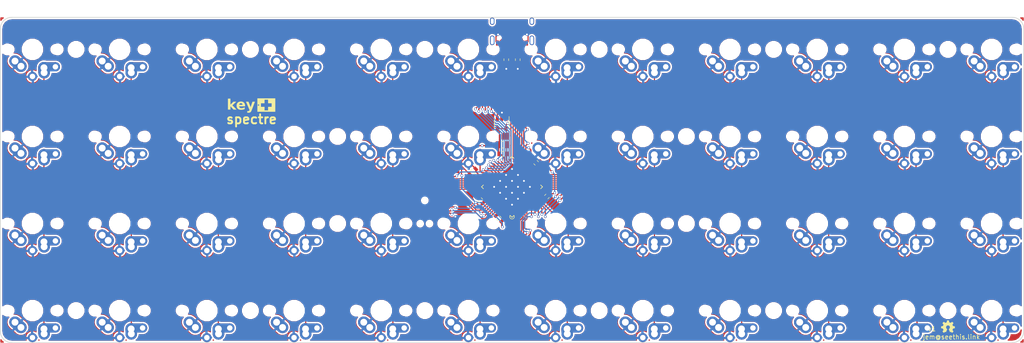
<source format=kicad_pcb>
(kicad_pcb (version 4) (host pcbnew 4.0.7)
  (layers (0 F.Cu signal) (31 B.Cu signal) (34 B.Paste user) (35 F.Paste user) (36 B.SilkS user) (37 F.SilkS user) (38 B.Mask user) (39 F.Mask user) (44 Edge.Cuts user))
  (net 0 "")
  (net 1 GND)
  (net 2 VCC)
  (net 3 /PDI)
  (net 4 /RST)
  (net 5 /D+)
  (net 6 /KEY0)
  (net 7 /KEY1)
  (net 8 /KEY2)
  (net 9 /KEY3)
  (net 10 /KEY4)
  (net 11 /KEY5)
  (net 12 /KEY6)
  (net 13 /KEY7)
  (net 14 /KEY8)
  (net 15 /KEY9)
  (net 16 /KEY10)
  (net 17 /KEY11)
  (net 18 /KEY12)
  (net 19 /KEY13)
  (net 20 /KEY14)
  (net 21 /KEY15)
  (net 22 /KEY16)
  (net 23 /KEY17)
  (net 24 /KEY18)
  (net 25 /KEY19)
  (net 26 /KEY20)
  (net 27 /KEY21)
  (net 28 /KEY22)
  (net 29 /KEY23)
  (net 30 /KEY24)
  (net 31 /KEY25)
  (net 32 /KEY26)
  (net 33 /KEY27)
  (net 34 /KEY28)
  (net 35 /KEY29)
  (net 36 /KEY30)
  (net 37 /KEY31)
  (net 38 /KEY32)
  (net 39 /KEY33)
  (net 40 /KEY34)
  (net 41 /KEY35)
  (net 42 /KEY36)
  (net 43 /KEY37)
  (net 44 /KEY38)
  (net 45 /KEY39)
  (net 46 /KEY40)
  (net 47 /KEY41)
  (net 48 /KEY42)
  (net 49 /KEY43)
  (net 50 /KEY44)
  (net 51 /KEY45)
  (net 52 /KEY46)
  (net 53 /KEY47)
  (net 54 /D-)
  (net 55 "Net-(J2-PadS1)")
  (net 56 "Net-(J2-PadB5)")
  (net 57 "Net-(J2-PadA5)")
  (net 58 VBUS)
  (module switch_mx:Cherry_MX_Matias_KailhLP_NoSilk (layer B.Cu) (at 121 7)
    (fp_text reference K6)
    (fp_text value K00 hide)
    (pad "" np_thru_hole circle (at -5.5 0) (size 1.9 1.9) (drill 1.9) (layers *.Cu *.Mask))
    (pad "" np_thru_hole circle (at -5.08 0) (size 1.7 1.7) (drill 1.7) (layers *.Cu *.Mask))
    (pad 1 thru_hole circle (at -2.5 3.683) (size 2.5 2.5) (drill 1.5) (layers *.Cu *.Mask) (net 1 GND))
    (pad 1 thru_hole oval (at -3.81 2.54 49) (size 2.5 4.1) (drill 1.5 (offset 0 0.8)) (layers *.Cu *.Mask) (net 1 GND))
    (pad "" np_thru_hole circle (at 0 0) (size 4 4) (drill 4) (layers *.Cu *.Mask))
    (pad "" np_thru_hole circle (at 5.08 0) (size 1.7 1.7) (drill 1.7) (layers *.Cu *.Mask))
    (pad 2 thru_hole circle (at 2.54 5.08) (size 2.5 2.5) (drill 1.5) (layers *.Cu *.Mask) (net 12 /KEY6))
    (pad 2 thru_hole oval (at 2.5 4 2) (size 2.5 3.5) (drill 1.5 (offset 0 0.5)) (layers *.Cu *.Mask) (net 12 /KEY6))
    (pad 1 smd oval (at -3.18 3.09 49) (size 2.5 4.1) (layers B.Cu B.Mask) (net 1 GND))
    (pad 1 smd oval (at -3.18 3.09 49) (size 2.5 4.1) (layers F.Cu B.Mask) (net 1 GND))
    (pad 2 smd oval (at 2.52 4.54 2) (size 2.5 3.6) (layers F.Cu B.Mask) (net 12 /KEY6))
    (pad 2 smd oval (at 2.52 4.54 2) (size 2.5 3.6) (layers B.Cu B.Mask) (net 12 /KEY6))
    (pad "" np_thru_hole circle (at 5.5 0) (size 1.9 1.9) (drill 1.9) (layers *.Cu *.Mask))
    (pad 1 thru_hole circle (at 0 5.9 49) (size 2 2) (drill 1.2) (layers *.Cu *.Mask) (net 1 GND))
    (pad 2 thru_hole circle (at 5 3.8 49) (size 2 2) (drill 1.2) (layers *.Cu *.Mask) (net 12 /KEY6))
    (pad 2 smd oval (at 3.75 3.8 270) (size 2 4.5) (layers B.Cu) (net 12 /KEY6))
    (pad 2 smd oval (at 3.75 3.8 270) (size 2 4.5) (layers F.Cu) (net 12 /KEY6))
  )
  (module conn_usb:USB_TypeC_U31F-24SNA0201 (layer F.Cu) (at 111.5 -1.75 180)
    (fp_text reference J2)
    (fp_text value USB_Type_C_2.0_Receptacle)
    (pad A6 smd rect (at -0.25 -7.345 180) (size 0.3 1.15) (layers F.Cu F.Paste F.Mask) (net 5 /D+))
    (pad B1 smd rect (at 3.2 -7.345 180) (size 0.6 1.15) (layers F.Cu F.Paste F.Mask) (net 1 GND))
    (pad B4 smd rect (at 2.4 -7.345 180) (size 0.6 1.15) (layers F.Cu F.Paste F.Mask) (net 58 VBUS))
    (pad A4 smd rect (at -2.4 -7.345 180) (size 0.6 1.15) (layers F.Cu F.Paste F.Mask) (net 58 VBUS))
    (pad S1 thru_hole oval (at -4.32 -6.78 180) (size 1 2.1) (drill oval 0.6 1.7) (layers *.Cu *.Mask) (net 55 "Net-(J2-PadS1)"))
    (pad "" np_thru_hole circle (at -2.89 -6.28 180) (size 0.65 0.65) (drill 0.65) (layers *.Cu *.Mask))
    (pad S1 thru_hole oval (at 4.32 -6.78 180) (size 1 2.1) (drill oval 0.6 1.7) (layers *.Cu *.Mask) (net 55 "Net-(J2-PadS1)"))
    (pad S1 thru_hole oval (at -4.32 -2.6 180) (size 1 1.6) (drill oval 0.6 1.2) (layers *.Cu *.Mask) (net 55 "Net-(J2-PadS1)"))
    (pad S1 thru_hole oval (at 4.32 -2.6 180) (size 1 1.6) (drill oval 0.6 1.2) (layers *.Cu *.Mask) (net 55 "Net-(J2-PadS1)"))
    (pad A1 smd rect (at -3.2 -7.345 180) (size 0.6 1.15) (layers F.Cu F.Paste F.Mask) (net 1 GND))
    (pad "" np_thru_hole circle (at 2.89 -6.28 180) (size 0.65 0.65) (drill 0.65) (layers *.Cu *.Mask))
    (pad A7 smd rect (at 0.25 -7.345 180) (size 0.3 1.15) (layers F.Cu F.Paste F.Mask) (net 54 /D-))
    (pad B6 smd rect (at 0.75 -7.345 180) (size 0.3 1.15) (layers F.Cu F.Paste F.Mask) (net 5 /D+))
    (pad A8 smd rect (at 1.25 -7.345 180) (size 0.3 1.15) (layers F.Cu F.Paste F.Mask))
    (pad B5 smd rect (at 1.75 -7.345 180) (size 0.3 1.15) (layers F.Cu F.Paste F.Mask) (net 56 "Net-(J2-PadB5)"))
    (pad B7 smd rect (at -0.75 -7.345 180) (size 0.3 1.15) (layers F.Cu F.Paste F.Mask) (net 54 /D-))
    (pad A5 smd rect (at -1.25 -7.345 180) (size 0.3 1.15) (layers F.Cu F.Paste F.Mask) (net 57 "Net-(J2-PadA5)"))
    (pad B8 smd rect (at -1.75 -7.345 180) (size 0.3 1.15) (layers F.Cu F.Paste F.Mask))
  )
  (module Tag-Connect:TC2030-NL_SMALL (layer F.Cu) (at 92.5 42.5 270)
    (fp_text reference J1)
    (fp_text value TC2030-IDC hide)
    (pad 1 connect circle (at -1.27 0.635 270) (size 0.78486 0.78486) (layers F.Cu F.Mask) (net 3 /PDI))
    (pad 2 connect circle (at -1.27 -0.635 270) (size 0.78486 0.78486) (layers F.Cu F.Mask) (net 2 VCC))
    (pad 5 connect circle (at 1.27 0.635 270) (size 0.78486 0.78486) (layers F.Cu F.Mask) (net 4 /RST))
    (pad 6 connect circle (at 1.27 -0.635 270) (size 0.78486 0.78486) (layers F.Cu F.Mask) (net 1 GND))
    (pad "" np_thru_hole circle (at -2.54 0 270) (size 0.98806 0.98806) (drill 0.98806) (layers *.Cu *.Mask F.SilkS))
    (pad "" np_thru_hole circle (at 2.54 -1.016 270) (size 0.98552 0.98552) (drill 0.98552) (layers *.Cu *.Mask F.SilkS))
    (pad "" np_thru_hole circle (at 2.54 1.016 270) (size 0.98552 0.98552) (drill 0.98552) (layers *.Cu *.Mask F.SilkS))
  )
  (module Capacitor_SMD:C_0603_1608Metric (layer F.Cu) (at 102.981282 33.718718 225)
    (fp_text reference C3)
    (fp_text value 0.1uF)
    (pad 1 smd rect (at -0.875 0 225) (size 0.67 1) (layers F.Cu F.Paste F.Mask) (net 1 GND))
    (pad 2 smd rect (at 0.875 0 225) (size 0.67 1) (layers F.Cu F.Paste F.Mask) (net 2 VCC))
  )
  (module Capacitor_SMD:C_0603_1608Metric (layer F.Cu) (at 109.525 29.8 180)
    (fp_text reference C2)
    (fp_text value 0.1uF)
    (pad 1 smd rect (at -0.875 0 180) (size 0.67 1) (layers F.Cu F.Paste F.Mask) (net 1 GND))
    (pad 2 smd rect (at 0.875 0 180) (size 0.67 1) (layers F.Cu F.Paste F.Mask) (net 2 VCC))
  )
  (module Package_TO_SOT_SMD:SOT-23-5 (layer F.Cu) (at 109.25 23.2 270)
    (fp_text reference U1)
    (fp_text value MIC550X)
    (pad 1 smd rect (at -1.1 -0.95 270) (size 1.06 0.65) (layers F.Cu F.Paste F.Mask) (net 58 VBUS))
    (pad 2 smd rect (at -1.1 0 270) (size 1.06 0.65) (layers F.Cu F.Paste F.Mask) (net 1 GND))
    (pad 3 smd rect (at -1.1 0.95 270) (size 1.06 0.65) (layers F.Cu F.Paste F.Mask) (net 58 VBUS))
    (pad 4 smd rect (at 1.1 0.95 270) (size 1.06 0.65) (layers F.Cu F.Paste F.Mask) (net 2 VCC))
    (pad 5 smd rect (at 1.1 -0.95 270) (size 1.06 0.65) (layers F.Cu F.Paste F.Mask) (net 2 VCC))
  )
  (module logo:key+_10mm (layer F.Cu) (at 54.75 19.25)
    (fp_text reference "" (at 0 0) (layer F.SilkS))
    (fp_text value "" (at 0 0) (layer F.SilkS))
  )
  (module logo:OSHW_3x3mm_SilkS (layer F.Cu) (at 206.5 67.5)
    (fp_text reference "" hide)
    (fp_text value "" hide)
  )
  (module Capacitor_SMD:C_0603_1608Metric (layer F.Cu) (at 104.581282 39.881282 315)
    (fp_text reference C4)
    (fp_text value 0.1uF)
    (pad 1 smd rect (at -0.875 0 315) (size 0.67 1) (layers F.Cu F.Paste F.Mask) (net 1 GND))
    (pad 2 smd rect (at 0.875 0 315) (size 0.67 1) (layers F.Cu F.Paste F.Mask) (net 2 VCC))
  )
  (module Capacitor_SMD:C_0603_1608Metric (layer F.Cu) (at 108.631282 43.881282 315)
    (fp_text reference C5)
    (fp_text value 0.1uF)
    (pad 1 smd rect (at -0.875 0 315) (size 0.67 1) (layers F.Cu F.Paste F.Mask) (net 1 GND))
    (pad 2 smd rect (at 0.875 0 315) (size 0.67 1) (layers F.Cu F.Paste F.Mask) (net 2 VCC))
  )
  (module Capacitor_SMD:C_0603_1608Metric (layer F.Cu) (at 119.1 39.1 45)
    (fp_text reference C6)
    (fp_text value 0.1uF)
    (pad 1 smd rect (at -0.875 0 45) (size 0.67 1) (layers F.Cu F.Paste F.Mask) (net 1 GND))
    (pad 2 smd rect (at 0.875 0 45) (size 0.67 1) (layers F.Cu F.Paste F.Mask) (net 2 VCC))
  )
  (module Capacitor_SMD:C_0603_1608Metric (layer F.Cu) (at 116.75 31.75 135)
    (fp_text reference C7)
    (fp_text value 0.1uF)
    (pad 1 smd rect (at -0.875 0 135) (size 0.67 1) (layers F.Cu F.Paste F.Mask) (net 1 GND))
    (pad 2 smd rect (at 0.875 0 135) (size 0.67 1) (layers F.Cu F.Paste F.Mask) (net 2 VCC))
  )
  (module Resistor_SMD:R_0603_1608Metric (layer F.Cu) (at 110.25 9.25 270)
    (fp_text reference R1)
    (fp_text value R)
    (pad 1 smd rect (at -0.875 0 270) (size 0.67 1) (layers F.Cu F.Paste F.Mask) (net 56 "Net-(J2-PadB5)"))
    (pad 2 smd rect (at 0.875 0 270) (size 0.67 1) (layers F.Cu F.Paste F.Mask) (net 1 GND))
  )
  (module Resistor_SMD:R_0603_1608Metric (layer F.Cu) (at 112.75 9.25 270)
    (fp_text reference R2)
    (fp_text value R)
    (pad 1 smd rect (at -0.875 0 270) (size 0.67 1) (layers F.Cu F.Paste F.Mask) (net 57 "Net-(J2-PadA5)"))
    (pad 2 smd rect (at 0.875 0 270) (size 0.67 1) (layers F.Cu F.Paste F.Mask) (net 1 GND))
  )
  (module qfn:QFN-64-1EP_9x9mm_P0.5mm (layer F.Cu) (at 111.5 37 135)
    (fp_text reference U2)
    (fp_text value ATXMEGA64A3U-MH)
    (pad 65 smd rect (at -2.1 -2.925 135) (size 2.2 1.5) (layers F.Cu F.Mask) (net 1 GND))
    (pad 1 smd rect (at -4.45 -3.75 135) (size 0.85 0.3) (layers F.Cu F.Paste F.Mask) (net 45 /KEY39))
    (pad 2 smd rect (at -4.45 -3.25 135) (size 0.85 0.3) (layers F.Cu F.Paste F.Mask) (net 46 /KEY40))
    (pad 3 smd rect (at -4.45 -2.75 135) (size 0.85 0.3) (layers F.Cu F.Paste F.Mask) (net 47 /KEY41))
    (pad 4 smd rect (at -4.45 -2.25 135) (size 0.85 0.3) (layers F.Cu F.Paste F.Mask) (net 48 /KEY42))
    (pad 5 smd rect (at -4.45 -1.75 135) (size 0.85 0.3) (layers F.Cu F.Paste F.Mask) (net 49 /KEY43))
    (pad 6 smd rect (at -4.45 -1.25 135) (size 0.85 0.3) (layers F.Cu F.Paste F.Mask) (net 50 /KEY44))
    (pad 7 smd rect (at -4.45 -0.75 135) (size 0.85 0.3) (layers F.Cu F.Paste F.Mask) (net 51 /KEY45))
    (pad 8 smd rect (at -4.45 -0.25 135) (size 0.85 0.3) (layers F.Cu F.Paste F.Mask) (net 53 /KEY47))
    (pad 9 smd rect (at -4.45 0.25 135) (size 0.85 0.3) (layers F.Cu F.Paste F.Mask) (net 52 /KEY46))
    (pad 10 smd rect (at -4.45 0.75 135) (size 0.85 0.3) (layers F.Cu F.Paste F.Mask) (net 39 /KEY33))
    (pad 11 smd rect (at -4.45 1.25 135) (size 0.85 0.3) (layers F.Cu F.Paste F.Mask) (net 38 /KEY32))
    (pad 12 smd rect (at -4.45 1.75 135) (size 0.85 0.3) (layers F.Cu F.Paste F.Mask) (net 37 /KEY31))
    (pad 13 smd rect (at -4.45 2.25 135) (size 0.85 0.3) (layers F.Cu F.Paste F.Mask) (net 36 /KEY30))
    (pad 14 smd rect (at -4.45 2.75 135) (size 0.85 0.3) (layers F.Cu F.Paste F.Mask) (net 1 GND))
    (pad 15 smd rect (at -4.45 3.25 135) (size 0.85 0.3) (layers F.Cu F.Paste F.Mask) (net 2 VCC))
    (pad 16 smd rect (at -4.45 3.75 135) (size 0.85 0.3) (layers F.Cu F.Paste F.Mask) (net 40 /KEY34))
    (pad 17 smd rect (at -3.75 4.45 225) (size 0.85 0.3) (layers F.Cu F.Paste F.Mask) (net 41 /KEY35))
    (pad 18 smd rect (at -3.25 4.45 225) (size 0.85 0.3) (layers F.Cu F.Paste F.Mask) (net 29 /KEY23))
    (pad 19 smd rect (at -2.75 4.45 225) (size 0.85 0.3) (layers F.Cu F.Paste F.Mask) (net 28 /KEY22))
    (pad 20 smd rect (at -2.25 4.45 225) (size 0.85 0.3) (layers F.Cu F.Paste F.Mask) (net 27 /KEY21))
    (pad 21 smd rect (at -1.75 4.45 225) (size 0.85 0.3) (layers F.Cu F.Paste F.Mask) (net 26 /KEY20))
    (pad 22 smd rect (at -1.25 4.45 225) (size 0.85 0.3) (layers F.Cu F.Paste F.Mask) (net 25 /KEY19))
    (pad 23 smd rect (at -0.75 4.45 225) (size 0.85 0.3) (layers F.Cu F.Paste F.Mask) (net 24 /KEY18))
    (pad 24 smd rect (at -0.25 4.45 225) (size 0.85 0.3) (layers F.Cu F.Paste F.Mask) (net 1 GND))
    (pad 25 smd rect (at 0.25 4.45 225) (size 0.85 0.3) (layers F.Cu F.Paste F.Mask) (net 2 VCC))
    (pad 26 smd rect (at 0.75 4.45 225) (size 0.85 0.3) (layers F.Cu F.Paste F.Mask) (net 17 /KEY11))
    (pad 27 smd rect (at 1.25 4.45 225) (size 0.85 0.3) (layers F.Cu F.Paste F.Mask) (net 16 /KEY10))
    (pad 28 smd rect (at 1.75 4.45 225) (size 0.85 0.3) (layers F.Cu F.Paste F.Mask) (net 15 /KEY9))
    (pad 29 smd rect (at 2.25 4.45 225) (size 0.85 0.3) (layers F.Cu F.Paste F.Mask) (net 14 /KEY8))
    (pad 30 smd rect (at 2.75 4.45 225) (size 0.85 0.3) (layers F.Cu F.Paste F.Mask) (net 13 /KEY7))
    (pad 31 smd rect (at 3.25 4.45 225) (size 0.85 0.3) (layers F.Cu F.Paste F.Mask) (net 12 /KEY6))
    (pad 32 smd rect (at 3.75 4.45 225) (size 0.85 0.3) (layers F.Cu F.Paste F.Mask) (net 54 /D-))
    (pad 33 smd rect (at 4.45 3.75 135) (size 0.85 0.3) (layers F.Cu F.Paste F.Mask) (net 5 /D+))
    (pad 34 smd rect (at 4.45 3.25 135) (size 0.85 0.3) (layers F.Cu F.Paste F.Mask) (net 1 GND))
    (pad 35 smd rect (at 4.45 2.75 135) (size 0.85 0.3) (layers F.Cu F.Paste F.Mask) (net 2 VCC))
    (pad 36 smd rect (at 4.45 2.25 135) (size 0.85 0.3) (layers F.Cu F.Paste F.Mask) (net 9 /KEY3))
    (pad 37 smd rect (at 4.45 1.75 135) (size 0.85 0.3) (layers F.Cu F.Paste F.Mask) (net 8 /KEY2))
    (pad 38 smd rect (at 4.45 1.25 135) (size 0.85 0.3) (layers F.Cu F.Paste F.Mask) (net 7 /KEY1))
    (pad 39 smd rect (at 4.45 0.75 135) (size 0.85 0.3) (layers F.Cu F.Paste F.Mask) (net 6 /KEY0))
    (pad 40 smd rect (at 4.45 0.25 135) (size 0.85 0.3) (layers F.Cu F.Paste F.Mask) (net 10 /KEY4))
    (pad 41 smd rect (at 4.45 -0.25 135) (size 0.85 0.3) (layers F.Cu F.Paste F.Mask) (net 11 /KEY5))
    (pad 42 smd rect (at 4.45 -0.75 135) (size 0.85 0.3) (layers F.Cu F.Paste F.Mask) (net 22 /KEY16))
    (pad 43 smd rect (at 4.45 -1.25 135) (size 0.85 0.3) (layers F.Cu F.Paste F.Mask) (net 23 /KEY17))
    (pad 44 smd rect (at 4.45 -1.75 135) (size 0.85 0.3) (layers F.Cu F.Paste F.Mask) (net 1 GND))
    (pad 45 smd rect (at 4.45 -2.25 135) (size 0.85 0.3) (layers F.Cu F.Paste F.Mask) (net 2 VCC))
    (pad 46 smd rect (at 4.45 -2.75 135) (size 0.85 0.3) (layers F.Cu F.Paste F.Mask) (net 21 /KEY15))
    (pad 47 smd rect (at 4.45 -3.25 135) (size 0.85 0.3) (layers F.Cu F.Paste F.Mask) (net 20 /KEY14))
    (pad 48 smd rect (at 4.45 -3.75 135) (size 0.85 0.3) (layers F.Cu F.Paste F.Mask) (net 19 /KEY13))
    (pad 49 smd rect (at 3.75 -4.45 225) (size 0.85 0.3) (layers F.Cu F.Paste F.Mask) (net 18 /KEY12))
    (pad 50 smd rect (at 3.25 -4.45 225) (size 0.85 0.3) (layers F.Cu F.Paste F.Mask) (net 30 /KEY24))
    (pad 51 smd rect (at 2.75 -4.45 225) (size 0.85 0.3) (layers F.Cu F.Paste F.Mask) (net 31 /KEY25))
    (pad 52 smd rect (at 2.25 -4.45 225) (size 0.85 0.3) (layers F.Cu F.Paste F.Mask) (net 1 GND))
    (pad 53 smd rect (at 1.75 -4.45 225) (size 0.85 0.3) (layers F.Cu F.Paste F.Mask) (net 2 VCC))
    (pad 54 smd rect (at 1.25 -4.45 225) (size 0.85 0.3) (layers F.Cu F.Paste F.Mask) (net 32 /KEY26))
    (pad 55 smd rect (at 0.75 -4.45 225) (size 0.85 0.3) (layers F.Cu F.Paste F.Mask) (net 33 /KEY27))
    (pad 56 smd rect (at 0.25 -4.45 225) (size 0.85 0.3) (layers F.Cu F.Paste F.Mask) (net 3 /PDI))
    (pad 57 smd rect (at -0.25 -4.45 225) (size 0.85 0.3) (layers F.Cu F.Paste F.Mask) (net 4 /RST))
    (pad 58 smd rect (at -0.75 -4.45 225) (size 0.85 0.3) (layers F.Cu F.Paste F.Mask) (net 34 /KEY28))
    (pad 59 smd rect (at -1.25 -4.45 225) (size 0.85 0.3) (layers F.Cu F.Paste F.Mask) (net 35 /KEY29))
    (pad 60 smd rect (at -1.75 -4.45 225) (size 0.85 0.3) (layers F.Cu F.Paste F.Mask) (net 1 GND))
    (pad 61 smd rect (at -2.25 -4.45 225) (size 0.85 0.3) (layers F.Cu F.Paste F.Mask) (net 2 VCC))
    (pad 62 smd rect (at -2.75 -4.45 225) (size 0.85 0.3) (layers F.Cu F.Paste F.Mask) (net 42 /KEY36))
    (pad 63 smd rect (at -3.25 -4.45 225) (size 0.85 0.3) (layers F.Cu F.Paste F.Mask) (net 43 /KEY37))
    (pad 64 smd rect (at -3.75 -4.45 225) (size 0.85 0.3) (layers F.Cu F.Paste F.Mask) (net 44 /KEY38))
    (pad 65 smd rect (at 2.75625 2.75625 135) (size 1.8375 1.8375) (layers F.Cu F.Paste F.Mask) (net 1 GND))
    (pad 65 smd rect (at 2.75625 0.91875 135) (size 1.8375 1.8375) (layers F.Cu F.Paste F.Mask) (net 1 GND))
    (pad 65 smd rect (at 2.75625 -0.91875 135) (size 1.8375 1.8375) (layers F.Cu F.Paste F.Mask) (net 1 GND))
    (pad 65 smd rect (at 2.75625 -2.75625 135) (size 1.8375 1.8375) (layers F.Cu F.Paste F.Mask) (net 1 GND))
    (pad 65 smd rect (at 0.91875 2.75625 135) (size 1.8375 1.8375) (layers F.Cu F.Paste F.Mask) (net 1 GND))
    (pad 65 smd rect (at 0.91875 0.91875 135) (size 1.8375 1.8375) (layers F.Cu F.Paste F.Mask) (net 1 GND))
    (pad 65 smd rect (at 0.91875 -0.91875 135) (size 1.8375 1.8375) (layers F.Cu F.Paste F.Mask) (net 1 GND))
    (pad 65 smd rect (at 0.91875 -2.75625 135) (size 1.8375 1.8375) (layers F.Cu F.Paste F.Mask) (net 1 GND))
    (pad 65 smd rect (at -0.91875 2.75625 135) (size 1.8375 1.8375) (layers F.Cu F.Paste F.Mask) (net 1 GND))
    (pad 65 smd rect (at -0.91875 0.91875 135) (size 1.8375 1.8375) (layers F.Cu F.Paste F.Mask) (net 1 GND))
    (pad 65 smd rect (at -0.91875 -0.91875 135) (size 1.8375 1.8375) (layers F.Cu F.Paste F.Mask) (net 1 GND))
    (pad 65 smd rect (at -0.91875 -2.75625 135) (size 1.8375 1.8375) (layers F.Cu F.Paste F.Mask) (net 1 GND))
    (pad 65 smd rect (at -2.75625 2.75625 135) (size 1.8375 1.8375) (layers F.Cu F.Paste F.Mask) (net 1 GND))
    (pad 65 smd rect (at -2.75625 0.91875 135) (size 1.8375 1.8375) (layers F.Cu F.Paste F.Mask) (net 1 GND))
    (pad 65 smd rect (at -2.75625 -0.91875 135) (size 1.8375 1.8375) (layers F.Cu F.Paste F.Mask) (net 1 GND))
    (pad 65 smd trapezoid (at -3.3175 -3.3175) (size 0.338 0.338) (rect_delta 0 0.3379) (layers F.Cu F.Mask) (net 1 GND))
    (pad 65 smd rect (at -2.575 -2.45 135) (size 2.2 1.5) (layers F.Cu F.Mask) (net 1 GND))
  )
  (module Capacitor_SMD:C_0805_2012Metric (layer F.Cu) (at 109.4 27.8 180)
    (fp_text reference C1)
    (fp_text value 10uF)
    (pad 1 smd rect (at -0.955 0 180) (size 0.97 1.5) (layers F.Cu F.Paste F.Mask) (net 1 GND))
    (pad 2 smd rect (at 0.955 0 180) (size 0.97 1.5) (layers F.Cu F.Paste F.Mask) (net 2 VCC))
  )
  (module mounting:MountingHole_3mm (layer F.Cu) (at 149.5 45)
    (fp_text reference REF** hide)
    (fp_text value MountingHole_3mm)
    (pad "" np_thru_hole circle (at 0 0) (size 3 3) (drill 3) (layers *.Cu *.Mask))
  )
  (module mounting:MountingHole_3mm (layer F.Cu) (at 149.5 26)
    (fp_text reference REF** hide)
    (fp_text value MountingHole_3mm)
    (pad "" np_thru_hole circle (at 0 0) (size 3 3) (drill 3) (layers *.Cu *.Mask))
  )
  (module mounting:MountingHole_3mm (layer F.Cu) (at 73.5 26)
    (fp_text reference REF** hide)
    (fp_text value MountingHole_3mm)
    (pad "" np_thru_hole circle (at 0 0) (size 3 3) (drill 3) (layers *.Cu *.Mask))
  )
  (module mounting:MountingHole_3mm (layer F.Cu) (at 73.5 45)
    (fp_text reference REF** hide)
    (fp_text value MountingHole_3mm)
    (pad "" np_thru_hole circle (at 0 0) (size 3 3) (drill 3) (layers *.Cu *.Mask))
  )
  (module mounting:MountingHole_3mm (layer F.Cu) (at 92.5 7)
    (fp_text reference REF** hide)
    (fp_text value MountingHole_3mm)
    (pad "" np_thru_hole circle (at 0 0) (size 3 3) (drill 3) (layers *.Cu *.Mask))
  )
  (module mounting:MountingHole_3mm (layer F.Cu) (at 54.5 7)
    (fp_text reference REF** hide)
    (fp_text value MountingHole_3mm)
    (pad "" np_thru_hole circle (at 0 0) (size 3 3) (drill 3) (layers *.Cu *.Mask))
  )
  (module mounting:MountingHole_3mm (layer F.Cu) (at 130.5 7)
    (fp_text reference REF** hide)
    (fp_text value MountingHole_3mm)
    (pad "" np_thru_hole circle (at 0 0) (size 3 3) (drill 3) (layers *.Cu *.Mask))
  )
  (module mounting:MountingHole_3mm (layer F.Cu) (at 168.5 7)
    (fp_text reference REF** hide)
    (fp_text value MountingHole_3mm)
    (pad "" np_thru_hole circle (at 0 0) (size 3 3) (drill 3) (layers *.Cu *.Mask))
  )
  (module mounting:MountingHole_3mm (layer F.Cu) (at 130.5 64)
    (fp_text reference REF** hide)
    (fp_text value MountingHole_3mm)
    (pad "" np_thru_hole circle (at 0 0) (size 3 3) (drill 3) (layers *.Cu *.Mask))
  )
  (module mounting:MountingHole_3mm (layer F.Cu) (at 54.5 64)
    (fp_text reference REF** hide)
    (fp_text value MountingHole_3mm)
    (pad "" np_thru_hole circle (at 0 0) (size 3 3) (drill 3) (layers *.Cu *.Mask))
  )
  (module mounting:MountingHole_3mm (layer F.Cu) (at 16.5 7)
    (fp_text reference REF** hide)
    (fp_text value MountingHole_3mm)
    (pad "" np_thru_hole circle (at 0 0) (size 3 3) (drill 3) (layers *.Cu *.Mask))
  )
  (module mounting:MountingHole_3mm (layer F.Cu) (at 206.5 7)
    (fp_text reference REF** hide)
    (fp_text value MountingHole_3mm)
    (pad "" np_thru_hole circle (at 0 0) (size 3 3) (drill 3) (layers *.Cu *.Mask))
  )
  (module mounting:MountingHole_3mm (layer F.Cu) (at 206.5 64)
    (fp_text reference REF** hide)
    (fp_text value MountingHole_3mm)
    (pad "" np_thru_hole circle (at 0 0) (size 3 3) (drill 3) (layers *.Cu *.Mask))
  )
  (module mounting:MountingHole_3mm (layer F.Cu) (at 168.5 64)
    (fp_text reference REF** hide)
    (fp_text value MountingHole_3mm)
    (pad "" np_thru_hole circle (at 0 0) (size 3 3) (drill 3) (layers *.Cu *.Mask))
  )
  (module mounting:MountingHole_3mm (layer F.Cu) (at 92.5 64)
    (fp_text reference REF** hide)
    (fp_text value MountingHole_3mm)
    (pad "" np_thru_hole circle (at 0 0) (size 3 3) (drill 3) (layers *.Cu *.Mask))
  )
  (module mounting:MountingHole_3mm (layer F.Cu) (at 16.5 64)
    (fp_text reference REF** hide)
    (fp_text value MountingHole_3mm)
    (pad "" np_thru_hole circle (at 0 0) (size 3 3) (drill 3) (layers *.Cu *.Mask))
  )
  (module switch_mx:Cherry_MX_Matias_KailhLP_NoSilk (layer B.Cu) (at 7 7)
    (fp_text reference K0)
    (fp_text value K00 hide)
    (pad "" np_thru_hole circle (at -5.5 0) (size 1.9 1.9) (drill 1.9) (layers *.Cu *.Mask))
    (pad "" np_thru_hole circle (at -5.08 0) (size 1.7 1.7) (drill 1.7) (layers *.Cu *.Mask))
    (pad 1 thru_hole circle (at -2.5 3.683) (size 2.5 2.5) (drill 1.5) (layers *.Cu *.Mask) (net 1 GND))
    (pad 1 thru_hole oval (at -3.81 2.54 49) (size 2.5 4.1) (drill 1.5 (offset 0 0.8)) (layers *.Cu *.Mask) (net 1 GND))
    (pad "" np_thru_hole circle (at 0 0) (size 4 4) (drill 4) (layers *.Cu *.Mask))
    (pad "" np_thru_hole circle (at 5.08 0) (size 1.7 1.7) (drill 1.7) (layers *.Cu *.Mask))
    (pad 2 thru_hole circle (at 2.54 5.08) (size 2.5 2.5) (drill 1.5) (layers *.Cu *.Mask) (net 6 /KEY0))
    (pad 2 thru_hole oval (at 2.5 4 2) (size 2.5 3.5) (drill 1.5 (offset 0 0.5)) (layers *.Cu *.Mask) (net 6 /KEY0))
    (pad 1 smd oval (at -3.18 3.09 49) (size 2.5 4.1) (layers B.Cu B.Mask) (net 1 GND))
    (pad 1 smd oval (at -3.18 3.09 49) (size 2.5 4.1) (layers F.Cu B.Mask) (net 1 GND))
    (pad 2 smd oval (at 2.52 4.54 2) (size 2.5 3.6) (layers F.Cu B.Mask) (net 6 /KEY0))
    (pad 2 smd oval (at 2.52 4.54 2) (size 2.5 3.6) (layers B.Cu B.Mask) (net 6 /KEY0))
    (pad "" np_thru_hole circle (at 5.5 0) (size 1.9 1.9) (drill 1.9) (layers *.Cu *.Mask))
    (pad 1 thru_hole circle (at 0 5.9 49) (size 2 2) (drill 1.2) (layers *.Cu *.Mask) (net 1 GND))
    (pad 2 thru_hole circle (at 5 3.8 49) (size 2 2) (drill 1.2) (layers *.Cu *.Mask) (net 6 /KEY0))
    (pad 2 smd oval (at 3.75 3.8 270) (size 2 4.5) (layers B.Cu) (net 6 /KEY0))
    (pad 2 smd oval (at 3.75 3.8 270) (size 2 4.5) (layers F.Cu) (net 6 /KEY0))
  )
  (module switch_mx:Cherry_MX_Matias_KailhLP_NoSilk (layer B.Cu) (at 26 7)
    (fp_text reference K1)
    (fp_text value K00 hide)
    (pad "" np_thru_hole circle (at -5.5 0) (size 1.9 1.9) (drill 1.9) (layers *.Cu *.Mask))
    (pad "" np_thru_hole circle (at -5.08 0) (size 1.7 1.7) (drill 1.7) (layers *.Cu *.Mask))
    (pad 1 thru_hole circle (at -2.5 3.683) (size 2.5 2.5) (drill 1.5) (layers *.Cu *.Mask) (net 1 GND))
    (pad 1 thru_hole oval (at -3.81 2.54 49) (size 2.5 4.1) (drill 1.5 (offset 0 0.8)) (layers *.Cu *.Mask) (net 1 GND))
    (pad "" np_thru_hole circle (at 0 0) (size 4 4) (drill 4) (layers *.Cu *.Mask))
    (pad "" np_thru_hole circle (at 5.08 0) (size 1.7 1.7) (drill 1.7) (layers *.Cu *.Mask))
    (pad 2 thru_hole circle (at 2.54 5.08) (size 2.5 2.5) (drill 1.5) (layers *.Cu *.Mask) (net 7 /KEY1))
    (pad 2 thru_hole oval (at 2.5 4 2) (size 2.5 3.5) (drill 1.5 (offset 0 0.5)) (layers *.Cu *.Mask) (net 7 /KEY1))
    (pad 1 smd oval (at -3.18 3.09 49) (size 2.5 4.1) (layers B.Cu B.Mask) (net 1 GND))
    (pad 1 smd oval (at -3.18 3.09 49) (size 2.5 4.1) (layers F.Cu B.Mask) (net 1 GND))
    (pad 2 smd oval (at 2.52 4.54 2) (size 2.5 3.6) (layers F.Cu B.Mask) (net 7 /KEY1))
    (pad 2 smd oval (at 2.52 4.54 2) (size 2.5 3.6) (layers B.Cu B.Mask) (net 7 /KEY1))
    (pad "" np_thru_hole circle (at 5.5 0) (size 1.9 1.9) (drill 1.9) (layers *.Cu *.Mask))
    (pad 1 thru_hole circle (at 0 5.9 49) (size 2 2) (drill 1.2) (layers *.Cu *.Mask) (net 1 GND))
    (pad 2 thru_hole circle (at 5 3.8 49) (size 2 2) (drill 1.2) (layers *.Cu *.Mask) (net 7 /KEY1))
    (pad 2 smd oval (at 3.75 3.8 270) (size 2 4.5) (layers B.Cu) (net 7 /KEY1))
    (pad 2 smd oval (at 3.75 3.8 270) (size 2 4.5) (layers F.Cu) (net 7 /KEY1))
  )
  (module switch_mx:Cherry_MX_Matias_KailhLP_NoSilk (layer B.Cu) (at 45 7)
    (fp_text reference K2)
    (fp_text value K00 hide)
    (pad "" np_thru_hole circle (at -5.5 0) (size 1.9 1.9) (drill 1.9) (layers *.Cu *.Mask))
    (pad "" np_thru_hole circle (at -5.08 0) (size 1.7 1.7) (drill 1.7) (layers *.Cu *.Mask))
    (pad 1 thru_hole circle (at -2.5 3.683) (size 2.5 2.5) (drill 1.5) (layers *.Cu *.Mask) (net 1 GND))
    (pad 1 thru_hole oval (at -3.81 2.54 49) (size 2.5 4.1) (drill 1.5 (offset 0 0.8)) (layers *.Cu *.Mask) (net 1 GND))
    (pad "" np_thru_hole circle (at 0 0) (size 4 4) (drill 4) (layers *.Cu *.Mask))
    (pad "" np_thru_hole circle (at 5.08 0) (size 1.7 1.7) (drill 1.7) (layers *.Cu *.Mask))
    (pad 2 thru_hole circle (at 2.54 5.08) (size 2.5 2.5) (drill 1.5) (layers *.Cu *.Mask) (net 8 /KEY2))
    (pad 2 thru_hole oval (at 2.5 4 2) (size 2.5 3.5) (drill 1.5 (offset 0 0.5)) (layers *.Cu *.Mask) (net 8 /KEY2))
    (pad 1 smd oval (at -3.18 3.09 49) (size 2.5 4.1) (layers B.Cu B.Mask) (net 1 GND))
    (pad 1 smd oval (at -3.18 3.09 49) (size 2.5 4.1) (layers F.Cu B.Mask) (net 1 GND))
    (pad 2 smd oval (at 2.52 4.54 2) (size 2.5 3.6) (layers F.Cu B.Mask) (net 8 /KEY2))
    (pad 2 smd oval (at 2.52 4.54 2) (size 2.5 3.6) (layers B.Cu B.Mask) (net 8 /KEY2))
    (pad "" np_thru_hole circle (at 5.5 0) (size 1.9 1.9) (drill 1.9) (layers *.Cu *.Mask))
    (pad 1 thru_hole circle (at 0 5.9 49) (size 2 2) (drill 1.2) (layers *.Cu *.Mask) (net 1 GND))
    (pad 2 thru_hole circle (at 5 3.8 49) (size 2 2) (drill 1.2) (layers *.Cu *.Mask) (net 8 /KEY2))
    (pad 2 smd oval (at 3.75 3.8 270) (size 2 4.5) (layers B.Cu) (net 8 /KEY2))
    (pad 2 smd oval (at 3.75 3.8 270) (size 2 4.5) (layers F.Cu) (net 8 /KEY2))
  )
  (module switch_mx:Cherry_MX_Matias_KailhLP_NoSilk (layer B.Cu) (at 64 7)
    (fp_text reference K3)
    (fp_text value K00 hide)
    (pad "" np_thru_hole circle (at -5.5 0) (size 1.9 1.9) (drill 1.9) (layers *.Cu *.Mask))
    (pad "" np_thru_hole circle (at -5.08 0) (size 1.7 1.7) (drill 1.7) (layers *.Cu *.Mask))
    (pad 1 thru_hole circle (at -2.5 3.683) (size 2.5 2.5) (drill 1.5) (layers *.Cu *.Mask) (net 1 GND))
    (pad 1 thru_hole oval (at -3.81 2.54 49) (size 2.5 4.1) (drill 1.5 (offset 0 0.8)) (layers *.Cu *.Mask) (net 1 GND))
    (pad "" np_thru_hole circle (at 0 0) (size 4 4) (drill 4) (layers *.Cu *.Mask))
    (pad "" np_thru_hole circle (at 5.08 0) (size 1.7 1.7) (drill 1.7) (layers *.Cu *.Mask))
    (pad 2 thru_hole circle (at 2.54 5.08) (size 2.5 2.5) (drill 1.5) (layers *.Cu *.Mask) (net 9 /KEY3))
    (pad 2 thru_hole oval (at 2.5 4 2) (size 2.5 3.5) (drill 1.5 (offset 0 0.5)) (layers *.Cu *.Mask) (net 9 /KEY3))
    (pad 1 smd oval (at -3.18 3.09 49) (size 2.5 4.1) (layers B.Cu B.Mask) (net 1 GND))
    (pad 1 smd oval (at -3.18 3.09 49) (size 2.5 4.1) (layers F.Cu B.Mask) (net 1 GND))
    (pad 2 smd oval (at 2.52 4.54 2) (size 2.5 3.6) (layers F.Cu B.Mask) (net 9 /KEY3))
    (pad 2 smd oval (at 2.52 4.54 2) (size 2.5 3.6) (layers B.Cu B.Mask) (net 9 /KEY3))
    (pad "" np_thru_hole circle (at 5.5 0) (size 1.9 1.9) (drill 1.9) (layers *.Cu *.Mask))
    (pad 1 thru_hole circle (at 0 5.9 49) (size 2 2) (drill 1.2) (layers *.Cu *.Mask) (net 1 GND))
    (pad 2 thru_hole circle (at 5 3.8 49) (size 2 2) (drill 1.2) (layers *.Cu *.Mask) (net 9 /KEY3))
    (pad 2 smd oval (at 3.75 3.8 270) (size 2 4.5) (layers B.Cu) (net 9 /KEY3))
    (pad 2 smd oval (at 3.75 3.8 270) (size 2 4.5) (layers F.Cu) (net 9 /KEY3))
  )
  (module switch_mx:Cherry_MX_Matias_KailhLP_NoSilk (layer B.Cu) (at 83 7)
    (fp_text reference K4)
    (fp_text value K00 hide)
    (pad "" np_thru_hole circle (at -5.5 0) (size 1.9 1.9) (drill 1.9) (layers *.Cu *.Mask))
    (pad "" np_thru_hole circle (at -5.08 0) (size 1.7 1.7) (drill 1.7) (layers *.Cu *.Mask))
    (pad 1 thru_hole circle (at -2.5 3.683) (size 2.5 2.5) (drill 1.5) (layers *.Cu *.Mask) (net 1 GND))
    (pad 1 thru_hole oval (at -3.81 2.54 49) (size 2.5 4.1) (drill 1.5 (offset 0 0.8)) (layers *.Cu *.Mask) (net 1 GND))
    (pad "" np_thru_hole circle (at 0 0) (size 4 4) (drill 4) (layers *.Cu *.Mask))
    (pad "" np_thru_hole circle (at 5.08 0) (size 1.7 1.7) (drill 1.7) (layers *.Cu *.Mask))
    (pad 2 thru_hole circle (at 2.54 5.08) (size 2.5 2.5) (drill 1.5) (layers *.Cu *.Mask) (net 10 /KEY4))
    (pad 2 thru_hole oval (at 2.5 4 2) (size 2.5 3.5) (drill 1.5 (offset 0 0.5)) (layers *.Cu *.Mask) (net 10 /KEY4))
    (pad 1 smd oval (at -3.18 3.09 49) (size 2.5 4.1) (layers B.Cu B.Mask) (net 1 GND))
    (pad 1 smd oval (at -3.18 3.09 49) (size 2.5 4.1) (layers F.Cu B.Mask) (net 1 GND))
    (pad 2 smd oval (at 2.52 4.54 2) (size 2.5 3.6) (layers F.Cu B.Mask) (net 10 /KEY4))
    (pad 2 smd oval (at 2.52 4.54 2) (size 2.5 3.6) (layers B.Cu B.Mask) (net 10 /KEY4))
    (pad "" np_thru_hole circle (at 5.5 0) (size 1.9 1.9) (drill 1.9) (layers *.Cu *.Mask))
    (pad 1 thru_hole circle (at 0 5.9 49) (size 2 2) (drill 1.2) (layers *.Cu *.Mask) (net 1 GND))
    (pad 2 thru_hole circle (at 5 3.8 49) (size 2 2) (drill 1.2) (layers *.Cu *.Mask) (net 10 /KEY4))
    (pad 2 smd oval (at 3.75 3.8 270) (size 2 4.5) (layers B.Cu) (net 10 /KEY4))
    (pad 2 smd oval (at 3.75 3.8 270) (size 2 4.5) (layers F.Cu) (net 10 /KEY4))
  )
  (module switch_mx:Cherry_MX_Matias_KailhLP_NoSilk (layer B.Cu) (at 140 7)
    (fp_text reference K7)
    (fp_text value K00 hide)
    (pad "" np_thru_hole circle (at -5.5 0) (size 1.9 1.9) (drill 1.9) (layers *.Cu *.Mask))
    (pad "" np_thru_hole circle (at -5.08 0) (size 1.7 1.7) (drill 1.7) (layers *.Cu *.Mask))
    (pad 1 thru_hole circle (at -2.5 3.683) (size 2.5 2.5) (drill 1.5) (layers *.Cu *.Mask) (net 1 GND))
    (pad 1 thru_hole oval (at -3.81 2.54 49) (size 2.5 4.1) (drill 1.5 (offset 0 0.8)) (layers *.Cu *.Mask) (net 1 GND))
    (pad "" np_thru_hole circle (at 0 0) (size 4 4) (drill 4) (layers *.Cu *.Mask))
    (pad "" np_thru_hole circle (at 5.08 0) (size 1.7 1.7) (drill 1.7) (layers *.Cu *.Mask))
    (pad 2 thru_hole circle (at 2.54 5.08) (size 2.5 2.5) (drill 1.5) (layers *.Cu *.Mask) (net 13 /KEY7))
    (pad 2 thru_hole oval (at 2.5 4 2) (size 2.5 3.5) (drill 1.5 (offset 0 0.5)) (layers *.Cu *.Mask) (net 13 /KEY7))
    (pad 1 smd oval (at -3.18 3.09 49) (size 2.5 4.1) (layers B.Cu B.Mask) (net 1 GND))
    (pad 1 smd oval (at -3.18 3.09 49) (size 2.5 4.1) (layers F.Cu B.Mask) (net 1 GND))
    (pad 2 smd oval (at 2.52 4.54 2) (size 2.5 3.6) (layers F.Cu B.Mask) (net 13 /KEY7))
    (pad 2 smd oval (at 2.52 4.54 2) (size 2.5 3.6) (layers B.Cu B.Mask) (net 13 /KEY7))
    (pad "" np_thru_hole circle (at 5.5 0) (size 1.9 1.9) (drill 1.9) (layers *.Cu *.Mask))
    (pad 1 thru_hole circle (at 0 5.9 49) (size 2 2) (drill 1.2) (layers *.Cu *.Mask) (net 1 GND))
    (pad 2 thru_hole circle (at 5 3.8 49) (size 2 2) (drill 1.2) (layers *.Cu *.Mask) (net 13 /KEY7))
    (pad 2 smd oval (at 3.75 3.8 270) (size 2 4.5) (layers B.Cu) (net 13 /KEY7))
    (pad 2 smd oval (at 3.75 3.8 270) (size 2 4.5) (layers F.Cu) (net 13 /KEY7))
  )
  (module switch_mx:Cherry_MX_Matias_KailhLP_NoSilk (layer B.Cu) (at 159 7)
    (fp_text reference K8)
    (fp_text value K00 hide)
    (pad "" np_thru_hole circle (at -5.5 0) (size 1.9 1.9) (drill 1.9) (layers *.Cu *.Mask))
    (pad "" np_thru_hole circle (at -5.08 0) (size 1.7 1.7) (drill 1.7) (layers *.Cu *.Mask))
    (pad 1 thru_hole circle (at -2.5 3.683) (size 2.5 2.5) (drill 1.5) (layers *.Cu *.Mask) (net 1 GND))
    (pad 1 thru_hole oval (at -3.81 2.54 49) (size 2.5 4.1) (drill 1.5 (offset 0 0.8)) (layers *.Cu *.Mask) (net 1 GND))
    (pad "" np_thru_hole circle (at 0 0) (size 4 4) (drill 4) (layers *.Cu *.Mask))
    (pad "" np_thru_hole circle (at 5.08 0) (size 1.7 1.7) (drill 1.7) (layers *.Cu *.Mask))
    (pad 2 thru_hole circle (at 2.54 5.08) (size 2.5 2.5) (drill 1.5) (layers *.Cu *.Mask) (net 14 /KEY8))
    (pad 2 thru_hole oval (at 2.5 4 2) (size 2.5 3.5) (drill 1.5 (offset 0 0.5)) (layers *.Cu *.Mask) (net 14 /KEY8))
    (pad 1 smd oval (at -3.18 3.09 49) (size 2.5 4.1) (layers B.Cu B.Mask) (net 1 GND))
    (pad 1 smd oval (at -3.18 3.09 49) (size 2.5 4.1) (layers F.Cu B.Mask) (net 1 GND))
    (pad 2 smd oval (at 2.52 4.54 2) (size 2.5 3.6) (layers F.Cu B.Mask) (net 14 /KEY8))
    (pad 2 smd oval (at 2.52 4.54 2) (size 2.5 3.6) (layers B.Cu B.Mask) (net 14 /KEY8))
    (pad "" np_thru_hole circle (at 5.5 0) (size 1.9 1.9) (drill 1.9) (layers *.Cu *.Mask))
    (pad 1 thru_hole circle (at 0 5.9 49) (size 2 2) (drill 1.2) (layers *.Cu *.Mask) (net 1 GND))
    (pad 2 thru_hole circle (at 5 3.8 49) (size 2 2) (drill 1.2) (layers *.Cu *.Mask) (net 14 /KEY8))
    (pad 2 smd oval (at 3.75 3.8 270) (size 2 4.5) (layers B.Cu) (net 14 /KEY8))
    (pad 2 smd oval (at 3.75 3.8 270) (size 2 4.5) (layers F.Cu) (net 14 /KEY8))
  )
  (module switch_mx:Cherry_MX_Matias_KailhLP_NoSilk (layer B.Cu) (at 178 7)
    (fp_text reference K9)
    (fp_text value K00 hide)
    (pad "" np_thru_hole circle (at -5.5 0) (size 1.9 1.9) (drill 1.9) (layers *.Cu *.Mask))
    (pad "" np_thru_hole circle (at -5.08 0) (size 1.7 1.7) (drill 1.7) (layers *.Cu *.Mask))
    (pad 1 thru_hole circle (at -2.5 3.683) (size 2.5 2.5) (drill 1.5) (layers *.Cu *.Mask) (net 1 GND))
    (pad 1 thru_hole oval (at -3.81 2.54 49) (size 2.5 4.1) (drill 1.5 (offset 0 0.8)) (layers *.Cu *.Mask) (net 1 GND))
    (pad "" np_thru_hole circle (at 0 0) (size 4 4) (drill 4) (layers *.Cu *.Mask))
    (pad "" np_thru_hole circle (at 5.08 0) (size 1.7 1.7) (drill 1.7) (layers *.Cu *.Mask))
    (pad 2 thru_hole circle (at 2.54 5.08) (size 2.5 2.5) (drill 1.5) (layers *.Cu *.Mask) (net 15 /KEY9))
    (pad 2 thru_hole oval (at 2.5 4 2) (size 2.5 3.5) (drill 1.5 (offset 0 0.5)) (layers *.Cu *.Mask) (net 15 /KEY9))
    (pad 1 smd oval (at -3.18 3.09 49) (size 2.5 4.1) (layers B.Cu B.Mask) (net 1 GND))
    (pad 1 smd oval (at -3.18 3.09 49) (size 2.5 4.1) (layers F.Cu B.Mask) (net 1 GND))
    (pad 2 smd oval (at 2.52 4.54 2) (size 2.5 3.6) (layers F.Cu B.Mask) (net 15 /KEY9))
    (pad 2 smd oval (at 2.52 4.54 2) (size 2.5 3.6) (layers B.Cu B.Mask) (net 15 /KEY9))
    (pad "" np_thru_hole circle (at 5.5 0) (size 1.9 1.9) (drill 1.9) (layers *.Cu *.Mask))
    (pad 1 thru_hole circle (at 0 5.9 49) (size 2 2) (drill 1.2) (layers *.Cu *.Mask) (net 1 GND))
    (pad 2 thru_hole circle (at 5 3.8 49) (size 2 2) (drill 1.2) (layers *.Cu *.Mask) (net 15 /KEY9))
    (pad 2 smd oval (at 3.75 3.8 270) (size 2 4.5) (layers B.Cu) (net 15 /KEY9))
    (pad 2 smd oval (at 3.75 3.8 270) (size 2 4.5) (layers F.Cu) (net 15 /KEY9))
  )
  (module switch_mx:Cherry_MX_Matias_KailhLP_NoSilk (layer B.Cu) (at 197 7)
    (fp_text reference K10)
    (fp_text value K00 hide)
    (pad "" np_thru_hole circle (at -5.5 0) (size 1.9 1.9) (drill 1.9) (layers *.Cu *.Mask))
    (pad "" np_thru_hole circle (at -5.08 0) (size 1.7 1.7) (drill 1.7) (layers *.Cu *.Mask))
    (pad 1 thru_hole circle (at -2.5 3.683) (size 2.5 2.5) (drill 1.5) (layers *.Cu *.Mask) (net 1 GND))
    (pad 1 thru_hole oval (at -3.81 2.54 49) (size 2.5 4.1) (drill 1.5 (offset 0 0.8)) (layers *.Cu *.Mask) (net 1 GND))
    (pad "" np_thru_hole circle (at 0 0) (size 4 4) (drill 4) (layers *.Cu *.Mask))
    (pad "" np_thru_hole circle (at 5.08 0) (size 1.7 1.7) (drill 1.7) (layers *.Cu *.Mask))
    (pad 2 thru_hole circle (at 2.54 5.08) (size 2.5 2.5) (drill 1.5) (layers *.Cu *.Mask) (net 16 /KEY10))
    (pad 2 thru_hole oval (at 2.5 4 2) (size 2.5 3.5) (drill 1.5 (offset 0 0.5)) (layers *.Cu *.Mask) (net 16 /KEY10))
    (pad 1 smd oval (at -3.18 3.09 49) (size 2.5 4.1) (layers B.Cu B.Mask) (net 1 GND))
    (pad 1 smd oval (at -3.18 3.09 49) (size 2.5 4.1) (layers F.Cu B.Mask) (net 1 GND))
    (pad 2 smd oval (at 2.52 4.54 2) (size 2.5 3.6) (layers F.Cu B.Mask) (net 16 /KEY10))
    (pad 2 smd oval (at 2.52 4.54 2) (size 2.5 3.6) (layers B.Cu B.Mask) (net 16 /KEY10))
    (pad "" np_thru_hole circle (at 5.5 0) (size 1.9 1.9) (drill 1.9) (layers *.Cu *.Mask))
    (pad 1 thru_hole circle (at 0 5.9 49) (size 2 2) (drill 1.2) (layers *.Cu *.Mask) (net 1 GND))
    (pad 2 thru_hole circle (at 5 3.8 49) (size 2 2) (drill 1.2) (layers *.Cu *.Mask) (net 16 /KEY10))
    (pad 2 smd oval (at 3.75 3.8 270) (size 2 4.5) (layers B.Cu) (net 16 /KEY10))
    (pad 2 smd oval (at 3.75 3.8 270) (size 2 4.5) (layers F.Cu) (net 16 /KEY10))
  )
  (module switch_mx:Cherry_MX_Matias_KailhLP_NoSilk (layer B.Cu) (at 216 7)
    (fp_text reference K11)
    (fp_text value K00 hide)
    (pad "" np_thru_hole circle (at -5.5 0) (size 1.9 1.9) (drill 1.9) (layers *.Cu *.Mask))
    (pad "" np_thru_hole circle (at -5.08 0) (size 1.7 1.7) (drill 1.7) (layers *.Cu *.Mask))
    (pad 1 thru_hole circle (at -2.5 3.683) (size 2.5 2.5) (drill 1.5) (layers *.Cu *.Mask) (net 1 GND))
    (pad 1 thru_hole oval (at -3.81 2.54 49) (size 2.5 4.1) (drill 1.5 (offset 0 0.8)) (layers *.Cu *.Mask) (net 1 GND))
    (pad "" np_thru_hole circle (at 0 0) (size 4 4) (drill 4) (layers *.Cu *.Mask))
    (pad "" np_thru_hole circle (at 5.08 0) (size 1.7 1.7) (drill 1.7) (layers *.Cu *.Mask))
    (pad 2 thru_hole circle (at 2.54 5.08) (size 2.5 2.5) (drill 1.5) (layers *.Cu *.Mask) (net 17 /KEY11))
    (pad 2 thru_hole oval (at 2.5 4 2) (size 2.5 3.5) (drill 1.5 (offset 0 0.5)) (layers *.Cu *.Mask) (net 17 /KEY11))
    (pad 1 smd oval (at -3.18 3.09 49) (size 2.5 4.1) (layers B.Cu B.Mask) (net 1 GND))
    (pad 1 smd oval (at -3.18 3.09 49) (size 2.5 4.1) (layers F.Cu B.Mask) (net 1 GND))
    (pad 2 smd oval (at 2.52 4.54 2) (size 2.5 3.6) (layers F.Cu B.Mask) (net 17 /KEY11))
    (pad 2 smd oval (at 2.52 4.54 2) (size 2.5 3.6) (layers B.Cu B.Mask) (net 17 /KEY11))
    (pad "" np_thru_hole circle (at 5.5 0) (size 1.9 1.9) (drill 1.9) (layers *.Cu *.Mask))
    (pad 1 thru_hole circle (at 0 5.9 49) (size 2 2) (drill 1.2) (layers *.Cu *.Mask) (net 1 GND))
    (pad 2 thru_hole circle (at 5 3.8 49) (size 2 2) (drill 1.2) (layers *.Cu *.Mask) (net 17 /KEY11))
    (pad 2 smd oval (at 3.75 3.8 270) (size 2 4.5) (layers B.Cu) (net 17 /KEY11))
    (pad 2 smd oval (at 3.75 3.8 270) (size 2 4.5) (layers F.Cu) (net 17 /KEY11))
  )
  (module switch_mx:Cherry_MX_Matias_KailhLP_NoSilk (layer B.Cu) (at 7 26)
    (fp_text reference K12)
    (fp_text value K00 hide)
    (pad "" np_thru_hole circle (at -5.5 0) (size 1.9 1.9) (drill 1.9) (layers *.Cu *.Mask))
    (pad "" np_thru_hole circle (at -5.08 0) (size 1.7 1.7) (drill 1.7) (layers *.Cu *.Mask))
    (pad 1 thru_hole circle (at -2.5 3.683) (size 2.5 2.5) (drill 1.5) (layers *.Cu *.Mask) (net 1 GND))
    (pad 1 thru_hole oval (at -3.81 2.54 49) (size 2.5 4.1) (drill 1.5 (offset 0 0.8)) (layers *.Cu *.Mask) (net 1 GND))
    (pad "" np_thru_hole circle (at 0 0) (size 4 4) (drill 4) (layers *.Cu *.Mask))
    (pad "" np_thru_hole circle (at 5.08 0) (size 1.7 1.7) (drill 1.7) (layers *.Cu *.Mask))
    (pad 2 thru_hole circle (at 2.54 5.08) (size 2.5 2.5) (drill 1.5) (layers *.Cu *.Mask) (net 18 /KEY12))
    (pad 2 thru_hole oval (at 2.5 4 2) (size 2.5 3.5) (drill 1.5 (offset 0 0.5)) (layers *.Cu *.Mask) (net 18 /KEY12))
    (pad 1 smd oval (at -3.18 3.09 49) (size 2.5 4.1) (layers B.Cu B.Mask) (net 1 GND))
    (pad 1 smd oval (at -3.18 3.09 49) (size 2.5 4.1) (layers F.Cu B.Mask) (net 1 GND))
    (pad 2 smd oval (at 2.52 4.54 2) (size 2.5 3.6) (layers F.Cu B.Mask) (net 18 /KEY12))
    (pad 2 smd oval (at 2.52 4.54 2) (size 2.5 3.6) (layers B.Cu B.Mask) (net 18 /KEY12))
    (pad "" np_thru_hole circle (at 5.5 0) (size 1.9 1.9) (drill 1.9) (layers *.Cu *.Mask))
    (pad 1 thru_hole circle (at 0 5.9 49) (size 2 2) (drill 1.2) (layers *.Cu *.Mask) (net 1 GND))
    (pad 2 thru_hole circle (at 5 3.8 49) (size 2 2) (drill 1.2) (layers *.Cu *.Mask) (net 18 /KEY12))
    (pad 2 smd oval (at 3.75 3.8 270) (size 2 4.5) (layers B.Cu) (net 18 /KEY12))
    (pad 2 smd oval (at 3.75 3.8 270) (size 2 4.5) (layers F.Cu) (net 18 /KEY12))
  )
  (module switch_mx:Cherry_MX_Matias_KailhLP_NoSilk (layer B.Cu) (at 26 26)
    (fp_text reference K13)
    (fp_text value K00 hide)
    (pad "" np_thru_hole circle (at -5.5 0) (size 1.9 1.9) (drill 1.9) (layers *.Cu *.Mask))
    (pad "" np_thru_hole circle (at -5.08 0) (size 1.7 1.7) (drill 1.7) (layers *.Cu *.Mask))
    (pad 1 thru_hole circle (at -2.5 3.683) (size 2.5 2.5) (drill 1.5) (layers *.Cu *.Mask) (net 1 GND))
    (pad 1 thru_hole oval (at -3.81 2.54 49) (size 2.5 4.1) (drill 1.5 (offset 0 0.8)) (layers *.Cu *.Mask) (net 1 GND))
    (pad "" np_thru_hole circle (at 0 0) (size 4 4) (drill 4) (layers *.Cu *.Mask))
    (pad "" np_thru_hole circle (at 5.08 0) (size 1.7 1.7) (drill 1.7) (layers *.Cu *.Mask))
    (pad 2 thru_hole circle (at 2.54 5.08) (size 2.5 2.5) (drill 1.5) (layers *.Cu *.Mask) (net 19 /KEY13))
    (pad 2 thru_hole oval (at 2.5 4 2) (size 2.5 3.5) (drill 1.5 (offset 0 0.5)) (layers *.Cu *.Mask) (net 19 /KEY13))
    (pad 1 smd oval (at -3.18 3.09 49) (size 2.5 4.1) (layers B.Cu B.Mask) (net 1 GND))
    (pad 1 smd oval (at -3.18 3.09 49) (size 2.5 4.1) (layers F.Cu B.Mask) (net 1 GND))
    (pad 2 smd oval (at 2.52 4.54 2) (size 2.5 3.6) (layers F.Cu B.Mask) (net 19 /KEY13))
    (pad 2 smd oval (at 2.52 4.54 2) (size 2.5 3.6) (layers B.Cu B.Mask) (net 19 /KEY13))
    (pad "" np_thru_hole circle (at 5.5 0) (size 1.9 1.9) (drill 1.9) (layers *.Cu *.Mask))
    (pad 1 thru_hole circle (at 0 5.9 49) (size 2 2) (drill 1.2) (layers *.Cu *.Mask) (net 1 GND))
    (pad 2 thru_hole circle (at 5 3.8 49) (size 2 2) (drill 1.2) (layers *.Cu *.Mask) (net 19 /KEY13))
    (pad 2 smd oval (at 3.75 3.8 270) (size 2 4.5) (layers B.Cu) (net 19 /KEY13))
    (pad 2 smd oval (at 3.75 3.8 270) (size 2 4.5) (layers F.Cu) (net 19 /KEY13))
  )
  (module switch_mx:Cherry_MX_Matias_KailhLP_NoSilk (layer B.Cu) (at 45 26)
    (fp_text reference K14)
    (fp_text value K00 hide)
    (pad "" np_thru_hole circle (at -5.5 0) (size 1.9 1.9) (drill 1.9) (layers *.Cu *.Mask))
    (pad "" np_thru_hole circle (at -5.08 0) (size 1.7 1.7) (drill 1.7) (layers *.Cu *.Mask))
    (pad 1 thru_hole circle (at -2.5 3.683) (size 2.5 2.5) (drill 1.5) (layers *.Cu *.Mask) (net 1 GND))
    (pad 1 thru_hole oval (at -3.81 2.54 49) (size 2.5 4.1) (drill 1.5 (offset 0 0.8)) (layers *.Cu *.Mask) (net 1 GND))
    (pad "" np_thru_hole circle (at 0 0) (size 4 4) (drill 4) (layers *.Cu *.Mask))
    (pad "" np_thru_hole circle (at 5.08 0) (size 1.7 1.7) (drill 1.7) (layers *.Cu *.Mask))
    (pad 2 thru_hole circle (at 2.54 5.08) (size 2.5 2.5) (drill 1.5) (layers *.Cu *.Mask) (net 20 /KEY14))
    (pad 2 thru_hole oval (at 2.5 4 2) (size 2.5 3.5) (drill 1.5 (offset 0 0.5)) (layers *.Cu *.Mask) (net 20 /KEY14))
    (pad 1 smd oval (at -3.18 3.09 49) (size 2.5 4.1) (layers B.Cu B.Mask) (net 1 GND))
    (pad 1 smd oval (at -3.18 3.09 49) (size 2.5 4.1) (layers F.Cu B.Mask) (net 1 GND))
    (pad 2 smd oval (at 2.52 4.54 2) (size 2.5 3.6) (layers F.Cu B.Mask) (net 20 /KEY14))
    (pad 2 smd oval (at 2.52 4.54 2) (size 2.5 3.6) (layers B.Cu B.Mask) (net 20 /KEY14))
    (pad "" np_thru_hole circle (at 5.5 0) (size 1.9 1.9) (drill 1.9) (layers *.Cu *.Mask))
    (pad 1 thru_hole circle (at 0 5.9 49) (size 2 2) (drill 1.2) (layers *.Cu *.Mask) (net 1 GND))
    (pad 2 thru_hole circle (at 5 3.8 49) (size 2 2) (drill 1.2) (layers *.Cu *.Mask) (net 20 /KEY14))
    (pad 2 smd oval (at 3.75 3.8 270) (size 2 4.5) (layers B.Cu) (net 20 /KEY14))
    (pad 2 smd oval (at 3.75 3.8 270) (size 2 4.5) (layers F.Cu) (net 20 /KEY14))
  )
  (module switch_mx:Cherry_MX_Matias_KailhLP_NoSilk (layer B.Cu) (at 64 26)
    (fp_text reference K15)
    (fp_text value K00 hide)
    (pad "" np_thru_hole circle (at -5.5 0) (size 1.9 1.9) (drill 1.9) (layers *.Cu *.Mask))
    (pad "" np_thru_hole circle (at -5.08 0) (size 1.7 1.7) (drill 1.7) (layers *.Cu *.Mask))
    (pad 1 thru_hole circle (at -2.5 3.683) (size 2.5 2.5) (drill 1.5) (layers *.Cu *.Mask) (net 1 GND))
    (pad 1 thru_hole oval (at -3.81 2.54 49) (size 2.5 4.1) (drill 1.5 (offset 0 0.8)) (layers *.Cu *.Mask) (net 1 GND))
    (pad "" np_thru_hole circle (at 0 0) (size 4 4) (drill 4) (layers *.Cu *.Mask))
    (pad "" np_thru_hole circle (at 5.08 0) (size 1.7 1.7) (drill 1.7) (layers *.Cu *.Mask))
    (pad 2 thru_hole circle (at 2.54 5.08) (size 2.5 2.5) (drill 1.5) (layers *.Cu *.Mask) (net 21 /KEY15))
    (pad 2 thru_hole oval (at 2.5 4 2) (size 2.5 3.5) (drill 1.5 (offset 0 0.5)) (layers *.Cu *.Mask) (net 21 /KEY15))
    (pad 1 smd oval (at -3.18 3.09 49) (size 2.5 4.1) (layers B.Cu B.Mask) (net 1 GND))
    (pad 1 smd oval (at -3.18 3.09 49) (size 2.5 4.1) (layers F.Cu B.Mask) (net 1 GND))
    (pad 2 smd oval (at 2.52 4.54 2) (size 2.5 3.6) (layers F.Cu B.Mask) (net 21 /KEY15))
    (pad 2 smd oval (at 2.52 4.54 2) (size 2.5 3.6) (layers B.Cu B.Mask) (net 21 /KEY15))
    (pad "" np_thru_hole circle (at 5.5 0) (size 1.9 1.9) (drill 1.9) (layers *.Cu *.Mask))
    (pad 1 thru_hole circle (at 0 5.9 49) (size 2 2) (drill 1.2) (layers *.Cu *.Mask) (net 1 GND))
    (pad 2 thru_hole circle (at 5 3.8 49) (size 2 2) (drill 1.2) (layers *.Cu *.Mask) (net 21 /KEY15))
    (pad 2 smd oval (at 3.75 3.8 270) (size 2 4.5) (layers B.Cu) (net 21 /KEY15))
    (pad 2 smd oval (at 3.75 3.8 270) (size 2 4.5) (layers F.Cu) (net 21 /KEY15))
  )
  (module switch_mx:Cherry_MX_Matias_KailhLP_NoSilk (layer B.Cu) (at 83 26)
    (fp_text reference K16)
    (fp_text value K00 hide)
    (pad "" np_thru_hole circle (at -5.5 0) (size 1.9 1.9) (drill 1.9) (layers *.Cu *.Mask))
    (pad "" np_thru_hole circle (at -5.08 0) (size 1.7 1.7) (drill 1.7) (layers *.Cu *.Mask))
    (pad 1 thru_hole circle (at -2.5 3.683) (size 2.5 2.5) (drill 1.5) (layers *.Cu *.Mask) (net 1 GND))
    (pad 1 thru_hole oval (at -3.81 2.54 49) (size 2.5 4.1) (drill 1.5 (offset 0 0.8)) (layers *.Cu *.Mask) (net 1 GND))
    (pad "" np_thru_hole circle (at 0 0) (size 4 4) (drill 4) (layers *.Cu *.Mask))
    (pad "" np_thru_hole circle (at 5.08 0) (size 1.7 1.7) (drill 1.7) (layers *.Cu *.Mask))
    (pad 2 thru_hole circle (at 2.54 5.08) (size 2.5 2.5) (drill 1.5) (layers *.Cu *.Mask) (net 22 /KEY16))
    (pad 2 thru_hole oval (at 2.5 4 2) (size 2.5 3.5) (drill 1.5 (offset 0 0.5)) (layers *.Cu *.Mask) (net 22 /KEY16))
    (pad 1 smd oval (at -3.18 3.09 49) (size 2.5 4.1) (layers B.Cu B.Mask) (net 1 GND))
    (pad 1 smd oval (at -3.18 3.09 49) (size 2.5 4.1) (layers F.Cu B.Mask) (net 1 GND))
    (pad 2 smd oval (at 2.52 4.54 2) (size 2.5 3.6) (layers F.Cu B.Mask) (net 22 /KEY16))
    (pad 2 smd oval (at 2.52 4.54 2) (size 2.5 3.6) (layers B.Cu B.Mask) (net 22 /KEY16))
    (pad "" np_thru_hole circle (at 5.5 0) (size 1.9 1.9) (drill 1.9) (layers *.Cu *.Mask))
    (pad 1 thru_hole circle (at 0 5.9 49) (size 2 2) (drill 1.2) (layers *.Cu *.Mask) (net 1 GND))
    (pad 2 thru_hole circle (at 5 3.8 49) (size 2 2) (drill 1.2) (layers *.Cu *.Mask) (net 22 /KEY16))
    (pad 2 smd oval (at 3.75 3.8 270) (size 2 4.5) (layers B.Cu) (net 22 /KEY16))
    (pad 2 smd oval (at 3.75 3.8 270) (size 2 4.5) (layers F.Cu) (net 22 /KEY16))
  )
  (module switch_mx:Cherry_MX_Matias_KailhLP_NoSilk (layer B.Cu) (at 102 26)
    (fp_text reference K17)
    (fp_text value K00 hide)
    (pad "" np_thru_hole circle (at -5.5 0) (size 1.9 1.9) (drill 1.9) (layers *.Cu *.Mask))
    (pad "" np_thru_hole circle (at -5.08 0) (size 1.7 1.7) (drill 1.7) (layers *.Cu *.Mask))
    (pad 1 thru_hole circle (at -2.5 3.683) (size 2.5 2.5) (drill 1.5) (layers *.Cu *.Mask) (net 1 GND))
    (pad 1 thru_hole oval (at -3.81 2.54 49) (size 2.5 4.1) (drill 1.5 (offset 0 0.8)) (layers *.Cu *.Mask) (net 1 GND))
    (pad "" np_thru_hole circle (at 0 0) (size 4 4) (drill 4) (layers *.Cu *.Mask))
    (pad "" np_thru_hole circle (at 5.08 0) (size 1.7 1.7) (drill 1.7) (layers *.Cu *.Mask))
    (pad 2 thru_hole circle (at 2.54 5.08) (size 2.5 2.5) (drill 1.5) (layers *.Cu *.Mask) (net 23 /KEY17))
    (pad 2 thru_hole oval (at 2.5 4 2) (size 2.5 3.5) (drill 1.5 (offset 0 0.5)) (layers *.Cu *.Mask) (net 23 /KEY17))
    (pad 1 smd oval (at -3.18 3.09 49) (size 2.5 4.1) (layers B.Cu B.Mask) (net 1 GND))
    (pad 1 smd oval (at -3.18 3.09 49) (size 2.5 4.1) (layers F.Cu B.Mask) (net 1 GND))
    (pad 2 smd oval (at 2.52 4.54 2) (size 2.5 3.6) (layers F.Cu B.Mask) (net 23 /KEY17))
    (pad 2 smd oval (at 2.52 4.54 2) (size 2.5 3.6) (layers B.Cu B.Mask) (net 23 /KEY17))
    (pad "" np_thru_hole circle (at 5.5 0) (size 1.9 1.9) (drill 1.9) (layers *.Cu *.Mask))
    (pad 1 thru_hole circle (at 0 5.9 49) (size 2 2) (drill 1.2) (layers *.Cu *.Mask) (net 1 GND))
    (pad 2 thru_hole circle (at 5 3.8 49) (size 2 2) (drill 1.2) (layers *.Cu *.Mask) (net 23 /KEY17))
    (pad 2 smd oval (at 3.75 3.8 270) (size 2 4.5) (layers B.Cu) (net 23 /KEY17))
    (pad 2 smd oval (at 3.75 3.8 270) (size 2 4.5) (layers F.Cu) (net 23 /KEY17))
  )
  (module switch_mx:Cherry_MX_Matias_KailhLP_NoSilk (layer B.Cu) (at 140 26)
    (fp_text reference K19)
    (fp_text value K00 hide)
    (pad "" np_thru_hole circle (at -5.5 0) (size 1.9 1.9) (drill 1.9) (layers *.Cu *.Mask))
    (pad "" np_thru_hole circle (at -5.08 0) (size 1.7 1.7) (drill 1.7) (layers *.Cu *.Mask))
    (pad 1 thru_hole circle (at -2.5 3.683) (size 2.5 2.5) (drill 1.5) (layers *.Cu *.Mask) (net 1 GND))
    (pad 1 thru_hole oval (at -3.81 2.54 49) (size 2.5 4.1) (drill 1.5 (offset 0 0.8)) (layers *.Cu *.Mask) (net 1 GND))
    (pad "" np_thru_hole circle (at 0 0) (size 4 4) (drill 4) (layers *.Cu *.Mask))
    (pad "" np_thru_hole circle (at 5.08 0) (size 1.7 1.7) (drill 1.7) (layers *.Cu *.Mask))
    (pad 2 thru_hole circle (at 2.54 5.08) (size 2.5 2.5) (drill 1.5) (layers *.Cu *.Mask) (net 25 /KEY19))
    (pad 2 thru_hole oval (at 2.5 4 2) (size 2.5 3.5) (drill 1.5 (offset 0 0.5)) (layers *.Cu *.Mask) (net 25 /KEY19))
    (pad 1 smd oval (at -3.18 3.09 49) (size 2.5 4.1) (layers B.Cu B.Mask) (net 1 GND))
    (pad 1 smd oval (at -3.18 3.09 49) (size 2.5 4.1) (layers F.Cu B.Mask) (net 1 GND))
    (pad 2 smd oval (at 2.52 4.54 2) (size 2.5 3.6) (layers F.Cu B.Mask) (net 25 /KEY19))
    (pad 2 smd oval (at 2.52 4.54 2) (size 2.5 3.6) (layers B.Cu B.Mask) (net 25 /KEY19))
    (pad "" np_thru_hole circle (at 5.5 0) (size 1.9 1.9) (drill 1.9) (layers *.Cu *.Mask))
    (pad 1 thru_hole circle (at 0 5.9 49) (size 2 2) (drill 1.2) (layers *.Cu *.Mask) (net 1 GND))
    (pad 2 thru_hole circle (at 5 3.8 49) (size 2 2) (drill 1.2) (layers *.Cu *.Mask) (net 25 /KEY19))
    (pad 2 smd oval (at 3.75 3.8 270) (size 2 4.5) (layers B.Cu) (net 25 /KEY19))
    (pad 2 smd oval (at 3.75 3.8 270) (size 2 4.5) (layers F.Cu) (net 25 /KEY19))
  )
  (module switch_mx:Cherry_MX_Matias_KailhLP_NoSilk (layer B.Cu) (at 159 26)
    (fp_text reference K20)
    (fp_text value K00 hide)
    (pad "" np_thru_hole circle (at -5.5 0) (size 1.9 1.9) (drill 1.9) (layers *.Cu *.Mask))
    (pad "" np_thru_hole circle (at -5.08 0) (size 1.7 1.7) (drill 1.7) (layers *.Cu *.Mask))
    (pad 1 thru_hole circle (at -2.5 3.683) (size 2.5 2.5) (drill 1.5) (layers *.Cu *.Mask) (net 1 GND))
    (pad 1 thru_hole oval (at -3.81 2.54 49) (size 2.5 4.1) (drill 1.5 (offset 0 0.8)) (layers *.Cu *.Mask) (net 1 GND))
    (pad "" np_thru_hole circle (at 0 0) (size 4 4) (drill 4) (layers *.Cu *.Mask))
    (pad "" np_thru_hole circle (at 5.08 0) (size 1.7 1.7) (drill 1.7) (layers *.Cu *.Mask))
    (pad 2 thru_hole circle (at 2.54 5.08) (size 2.5 2.5) (drill 1.5) (layers *.Cu *.Mask) (net 26 /KEY20))
    (pad 2 thru_hole oval (at 2.5 4 2) (size 2.5 3.5) (drill 1.5 (offset 0 0.5)) (layers *.Cu *.Mask) (net 26 /KEY20))
    (pad 1 smd oval (at -3.18 3.09 49) (size 2.5 4.1) (layers B.Cu B.Mask) (net 1 GND))
    (pad 1 smd oval (at -3.18 3.09 49) (size 2.5 4.1) (layers F.Cu B.Mask) (net 1 GND))
    (pad 2 smd oval (at 2.52 4.54 2) (size 2.5 3.6) (layers F.Cu B.Mask) (net 26 /KEY20))
    (pad 2 smd oval (at 2.52 4.54 2) (size 2.5 3.6) (layers B.Cu B.Mask) (net 26 /KEY20))
    (pad "" np_thru_hole circle (at 5.5 0) (size 1.9 1.9) (drill 1.9) (layers *.Cu *.Mask))
    (pad 1 thru_hole circle (at 0 5.9 49) (size 2 2) (drill 1.2) (layers *.Cu *.Mask) (net 1 GND))
    (pad 2 thru_hole circle (at 5 3.8 49) (size 2 2) (drill 1.2) (layers *.Cu *.Mask) (net 26 /KEY20))
    (pad 2 smd oval (at 3.75 3.8 270) (size 2 4.5) (layers B.Cu) (net 26 /KEY20))
    (pad 2 smd oval (at 3.75 3.8 270) (size 2 4.5) (layers F.Cu) (net 26 /KEY20))
  )
  (module switch_mx:Cherry_MX_Matias_KailhLP_NoSilk (layer B.Cu) (at 178 26)
    (fp_text reference K21)
    (fp_text value K00 hide)
    (pad "" np_thru_hole circle (at -5.5 0) (size 1.9 1.9) (drill 1.9) (layers *.Cu *.Mask))
    (pad "" np_thru_hole circle (at -5.08 0) (size 1.7 1.7) (drill 1.7) (layers *.Cu *.Mask))
    (pad 1 thru_hole circle (at -2.5 3.683) (size 2.5 2.5) (drill 1.5) (layers *.Cu *.Mask) (net 1 GND))
    (pad 1 thru_hole oval (at -3.81 2.54 49) (size 2.5 4.1) (drill 1.5 (offset 0 0.8)) (layers *.Cu *.Mask) (net 1 GND))
    (pad "" np_thru_hole circle (at 0 0) (size 4 4) (drill 4) (layers *.Cu *.Mask))
    (pad "" np_thru_hole circle (at 5.08 0) (size 1.7 1.7) (drill 1.7) (layers *.Cu *.Mask))
    (pad 2 thru_hole circle (at 2.54 5.08) (size 2.5 2.5) (drill 1.5) (layers *.Cu *.Mask) (net 27 /KEY21))
    (pad 2 thru_hole oval (at 2.5 4 2) (size 2.5 3.5) (drill 1.5 (offset 0 0.5)) (layers *.Cu *.Mask) (net 27 /KEY21))
    (pad 1 smd oval (at -3.18 3.09 49) (size 2.5 4.1) (layers B.Cu B.Mask) (net 1 GND))
    (pad 1 smd oval (at -3.18 3.09 49) (size 2.5 4.1) (layers F.Cu B.Mask) (net 1 GND))
    (pad 2 smd oval (at 2.52 4.54 2) (size 2.5 3.6) (layers F.Cu B.Mask) (net 27 /KEY21))
    (pad 2 smd oval (at 2.52 4.54 2) (size 2.5 3.6) (layers B.Cu B.Mask) (net 27 /KEY21))
    (pad "" np_thru_hole circle (at 5.5 0) (size 1.9 1.9) (drill 1.9) (layers *.Cu *.Mask))
    (pad 1 thru_hole circle (at 0 5.9 49) (size 2 2) (drill 1.2) (layers *.Cu *.Mask) (net 1 GND))
    (pad 2 thru_hole circle (at 5 3.8 49) (size 2 2) (drill 1.2) (layers *.Cu *.Mask) (net 27 /KEY21))
    (pad 2 smd oval (at 3.75 3.8 270) (size 2 4.5) (layers B.Cu) (net 27 /KEY21))
    (pad 2 smd oval (at 3.75 3.8 270) (size 2 4.5) (layers F.Cu) (net 27 /KEY21))
  )
  (module switch_mx:Cherry_MX_Matias_KailhLP_NoSilk (layer B.Cu) (at 197 26)
    (fp_text reference K22)
    (fp_text value K00 hide)
    (pad "" np_thru_hole circle (at -5.5 0) (size 1.9 1.9) (drill 1.9) (layers *.Cu *.Mask))
    (pad "" np_thru_hole circle (at -5.08 0) (size 1.7 1.7) (drill 1.7) (layers *.Cu *.Mask))
    (pad 1 thru_hole circle (at -2.5 3.683) (size 2.5 2.5) (drill 1.5) (layers *.Cu *.Mask) (net 1 GND))
    (pad 1 thru_hole oval (at -3.81 2.54 49) (size 2.5 4.1) (drill 1.5 (offset 0 0.8)) (layers *.Cu *.Mask) (net 1 GND))
    (pad "" np_thru_hole circle (at 0 0) (size 4 4) (drill 4) (layers *.Cu *.Mask))
    (pad "" np_thru_hole circle (at 5.08 0) (size 1.7 1.7) (drill 1.7) (layers *.Cu *.Mask))
    (pad 2 thru_hole circle (at 2.54 5.08) (size 2.5 2.5) (drill 1.5) (layers *.Cu *.Mask) (net 28 /KEY22))
    (pad 2 thru_hole oval (at 2.5 4 2) (size 2.5 3.5) (drill 1.5 (offset 0 0.5)) (layers *.Cu *.Mask) (net 28 /KEY22))
    (pad 1 smd oval (at -3.18 3.09 49) (size 2.5 4.1) (layers B.Cu B.Mask) (net 1 GND))
    (pad 1 smd oval (at -3.18 3.09 49) (size 2.5 4.1) (layers F.Cu B.Mask) (net 1 GND))
    (pad 2 smd oval (at 2.52 4.54 2) (size 2.5 3.6) (layers F.Cu B.Mask) (net 28 /KEY22))
    (pad 2 smd oval (at 2.52 4.54 2) (size 2.5 3.6) (layers B.Cu B.Mask) (net 28 /KEY22))
    (pad "" np_thru_hole circle (at 5.5 0) (size 1.9 1.9) (drill 1.9) (layers *.Cu *.Mask))
    (pad 1 thru_hole circle (at 0 5.9 49) (size 2 2) (drill 1.2) (layers *.Cu *.Mask) (net 1 GND))
    (pad 2 thru_hole circle (at 5 3.8 49) (size 2 2) (drill 1.2) (layers *.Cu *.Mask) (net 28 /KEY22))
    (pad 2 smd oval (at 3.75 3.8 270) (size 2 4.5) (layers B.Cu) (net 28 /KEY22))
    (pad 2 smd oval (at 3.75 3.8 270) (size 2 4.5) (layers F.Cu) (net 28 /KEY22))
  )
  (module switch_mx:Cherry_MX_Matias_KailhLP_NoSilk (layer B.Cu) (at 216 26)
    (fp_text reference K23)
    (fp_text value K00 hide)
    (pad "" np_thru_hole circle (at -5.5 0) (size 1.9 1.9) (drill 1.9) (layers *.Cu *.Mask))
    (pad "" np_thru_hole circle (at -5.08 0) (size 1.7 1.7) (drill 1.7) (layers *.Cu *.Mask))
    (pad 1 thru_hole circle (at -2.5 3.683) (size 2.5 2.5) (drill 1.5) (layers *.Cu *.Mask) (net 1 GND))
    (pad 1 thru_hole oval (at -3.81 2.54 49) (size 2.5 4.1) (drill 1.5 (offset 0 0.8)) (layers *.Cu *.Mask) (net 1 GND))
    (pad "" np_thru_hole circle (at 0 0) (size 4 4) (drill 4) (layers *.Cu *.Mask))
    (pad "" np_thru_hole circle (at 5.08 0) (size 1.7 1.7) (drill 1.7) (layers *.Cu *.Mask))
    (pad 2 thru_hole circle (at 2.54 5.08) (size 2.5 2.5) (drill 1.5) (layers *.Cu *.Mask) (net 29 /KEY23))
    (pad 2 thru_hole oval (at 2.5 4 2) (size 2.5 3.5) (drill 1.5 (offset 0 0.5)) (layers *.Cu *.Mask) (net 29 /KEY23))
    (pad 1 smd oval (at -3.18 3.09 49) (size 2.5 4.1) (layers B.Cu B.Mask) (net 1 GND))
    (pad 1 smd oval (at -3.18 3.09 49) (size 2.5 4.1) (layers F.Cu B.Mask) (net 1 GND))
    (pad 2 smd oval (at 2.52 4.54 2) (size 2.5 3.6) (layers F.Cu B.Mask) (net 29 /KEY23))
    (pad 2 smd oval (at 2.52 4.54 2) (size 2.5 3.6) (layers B.Cu B.Mask) (net 29 /KEY23))
    (pad "" np_thru_hole circle (at 5.5 0) (size 1.9 1.9) (drill 1.9) (layers *.Cu *.Mask))
    (pad 1 thru_hole circle (at 0 5.9 49) (size 2 2) (drill 1.2) (layers *.Cu *.Mask) (net 1 GND))
    (pad 2 thru_hole circle (at 5 3.8 49) (size 2 2) (drill 1.2) (layers *.Cu *.Mask) (net 29 /KEY23))
    (pad 2 smd oval (at 3.75 3.8 270) (size 2 4.5) (layers B.Cu) (net 29 /KEY23))
    (pad 2 smd oval (at 3.75 3.8 270) (size 2 4.5) (layers F.Cu) (net 29 /KEY23))
  )
  (module switch_mx:Cherry_MX_Matias_KailhLP_NoSilk (layer B.Cu) (at 7 45)
    (fp_text reference K24)
    (fp_text value K00 hide)
    (pad "" np_thru_hole circle (at -5.5 0) (size 1.9 1.9) (drill 1.9) (layers *.Cu *.Mask))
    (pad "" np_thru_hole circle (at -5.08 0) (size 1.7 1.7) (drill 1.7) (layers *.Cu *.Mask))
    (pad 1 thru_hole circle (at -2.5 3.683) (size 2.5 2.5) (drill 1.5) (layers *.Cu *.Mask) (net 1 GND))
    (pad 1 thru_hole oval (at -3.81 2.54 49) (size 2.5 4.1) (drill 1.5 (offset 0 0.8)) (layers *.Cu *.Mask) (net 1 GND))
    (pad "" np_thru_hole circle (at 0 0) (size 4 4) (drill 4) (layers *.Cu *.Mask))
    (pad "" np_thru_hole circle (at 5.08 0) (size 1.7 1.7) (drill 1.7) (layers *.Cu *.Mask))
    (pad 2 thru_hole circle (at 2.54 5.08) (size 2.5 2.5) (drill 1.5) (layers *.Cu *.Mask) (net 30 /KEY24))
    (pad 2 thru_hole oval (at 2.5 4 2) (size 2.5 3.5) (drill 1.5 (offset 0 0.5)) (layers *.Cu *.Mask) (net 30 /KEY24))
    (pad 1 smd oval (at -3.18 3.09 49) (size 2.5 4.1) (layers B.Cu B.Mask) (net 1 GND))
    (pad 1 smd oval (at -3.18 3.09 49) (size 2.5 4.1) (layers F.Cu B.Mask) (net 1 GND))
    (pad 2 smd oval (at 2.52 4.54 2) (size 2.5 3.6) (layers F.Cu B.Mask) (net 30 /KEY24))
    (pad 2 smd oval (at 2.52 4.54 2) (size 2.5 3.6) (layers B.Cu B.Mask) (net 30 /KEY24))
    (pad "" np_thru_hole circle (at 5.5 0) (size 1.9 1.9) (drill 1.9) (layers *.Cu *.Mask))
    (pad 1 thru_hole circle (at 0 5.9 49) (size 2 2) (drill 1.2) (layers *.Cu *.Mask) (net 1 GND))
    (pad 2 thru_hole circle (at 5 3.8 49) (size 2 2) (drill 1.2) (layers *.Cu *.Mask) (net 30 /KEY24))
    (pad 2 smd oval (at 3.75 3.8 270) (size 2 4.5) (layers B.Cu) (net 30 /KEY24))
    (pad 2 smd oval (at 3.75 3.8 270) (size 2 4.5) (layers F.Cu) (net 30 /KEY24))
  )
  (module switch_mx:Cherry_MX_Matias_KailhLP_NoSilk (layer B.Cu) (at 26 45)
    (fp_text reference K25)
    (fp_text value K00 hide)
    (pad "" np_thru_hole circle (at -5.5 0) (size 1.9 1.9) (drill 1.9) (layers *.Cu *.Mask))
    (pad "" np_thru_hole circle (at -5.08 0) (size 1.7 1.7) (drill 1.7) (layers *.Cu *.Mask))
    (pad 1 thru_hole circle (at -2.5 3.683) (size 2.5 2.5) (drill 1.5) (layers *.Cu *.Mask) (net 1 GND))
    (pad 1 thru_hole oval (at -3.81 2.54 49) (size 2.5 4.1) (drill 1.5 (offset 0 0.8)) (layers *.Cu *.Mask) (net 1 GND))
    (pad "" np_thru_hole circle (at 0 0) (size 4 4) (drill 4) (layers *.Cu *.Mask))
    (pad "" np_thru_hole circle (at 5.08 0) (size 1.7 1.7) (drill 1.7) (layers *.Cu *.Mask))
    (pad 2 thru_hole circle (at 2.54 5.08) (size 2.5 2.5) (drill 1.5) (layers *.Cu *.Mask) (net 31 /KEY25))
    (pad 2 thru_hole oval (at 2.5 4 2) (size 2.5 3.5) (drill 1.5 (offset 0 0.5)) (layers *.Cu *.Mask) (net 31 /KEY25))
    (pad 1 smd oval (at -3.18 3.09 49) (size 2.5 4.1) (layers B.Cu B.Mask) (net 1 GND))
    (pad 1 smd oval (at -3.18 3.09 49) (size 2.5 4.1) (layers F.Cu B.Mask) (net 1 GND))
    (pad 2 smd oval (at 2.52 4.54 2) (size 2.5 3.6) (layers F.Cu B.Mask) (net 31 /KEY25))
    (pad 2 smd oval (at 2.52 4.54 2) (size 2.5 3.6) (layers B.Cu B.Mask) (net 31 /KEY25))
    (pad "" np_thru_hole circle (at 5.5 0) (size 1.9 1.9) (drill 1.9) (layers *.Cu *.Mask))
    (pad 1 thru_hole circle (at 0 5.9 49) (size 2 2) (drill 1.2) (layers *.Cu *.Mask) (net 1 GND))
    (pad 2 thru_hole circle (at 5 3.8 49) (size 2 2) (drill 1.2) (layers *.Cu *.Mask) (net 31 /KEY25))
    (pad 2 smd oval (at 3.75 3.8 270) (size 2 4.5) (layers B.Cu) (net 31 /KEY25))
    (pad 2 smd oval (at 3.75 3.8 270) (size 2 4.5) (layers F.Cu) (net 31 /KEY25))
  )
  (module switch_mx:Cherry_MX_Matias_KailhLP_NoSilk (layer B.Cu) (at 45 45)
    (fp_text reference K26)
    (fp_text value K00 hide)
    (pad "" np_thru_hole circle (at -5.5 0) (size 1.9 1.9) (drill 1.9) (layers *.Cu *.Mask))
    (pad "" np_thru_hole circle (at -5.08 0) (size 1.7 1.7) (drill 1.7) (layers *.Cu *.Mask))
    (pad 1 thru_hole circle (at -2.5 3.683) (size 2.5 2.5) (drill 1.5) (layers *.Cu *.Mask) (net 1 GND))
    (pad 1 thru_hole oval (at -3.81 2.54 49) (size 2.5 4.1) (drill 1.5 (offset 0 0.8)) (layers *.Cu *.Mask) (net 1 GND))
    (pad "" np_thru_hole circle (at 0 0) (size 4 4) (drill 4) (layers *.Cu *.Mask))
    (pad "" np_thru_hole circle (at 5.08 0) (size 1.7 1.7) (drill 1.7) (layers *.Cu *.Mask))
    (pad 2 thru_hole circle (at 2.54 5.08) (size 2.5 2.5) (drill 1.5) (layers *.Cu *.Mask) (net 32 /KEY26))
    (pad 2 thru_hole oval (at 2.5 4 2) (size 2.5 3.5) (drill 1.5 (offset 0 0.5)) (layers *.Cu *.Mask) (net 32 /KEY26))
    (pad 1 smd oval (at -3.18 3.09 49) (size 2.5 4.1) (layers B.Cu B.Mask) (net 1 GND))
    (pad 1 smd oval (at -3.18 3.09 49) (size 2.5 4.1) (layers F.Cu B.Mask) (net 1 GND))
    (pad 2 smd oval (at 2.52 4.54 2) (size 2.5 3.6) (layers F.Cu B.Mask) (net 32 /KEY26))
    (pad 2 smd oval (at 2.52 4.54 2) (size 2.5 3.6) (layers B.Cu B.Mask) (net 32 /KEY26))
    (pad "" np_thru_hole circle (at 5.5 0) (size 1.9 1.9) (drill 1.9) (layers *.Cu *.Mask))
    (pad 1 thru_hole circle (at 0 5.9 49) (size 2 2) (drill 1.2) (layers *.Cu *.Mask) (net 1 GND))
    (pad 2 thru_hole circle (at 5 3.8 49) (size 2 2) (drill 1.2) (layers *.Cu *.Mask) (net 32 /KEY26))
    (pad 2 smd oval (at 3.75 3.8 270) (size 2 4.5) (layers B.Cu) (net 32 /KEY26))
    (pad 2 smd oval (at 3.75 3.8 270) (size 2 4.5) (layers F.Cu) (net 32 /KEY26))
  )
  (module switch_mx:Cherry_MX_Matias_KailhLP_NoSilk (layer B.Cu) (at 64 45)
    (fp_text reference K27)
    (fp_text value K00 hide)
    (pad "" np_thru_hole circle (at -5.5 0) (size 1.9 1.9) (drill 1.9) (layers *.Cu *.Mask))
    (pad "" np_thru_hole circle (at -5.08 0) (size 1.7 1.7) (drill 1.7) (layers *.Cu *.Mask))
    (pad 1 thru_hole circle (at -2.5 3.683) (size 2.5 2.5) (drill 1.5) (layers *.Cu *.Mask) (net 1 GND))
    (pad 1 thru_hole oval (at -3.81 2.54 49) (size 2.5 4.1) (drill 1.5 (offset 0 0.8)) (layers *.Cu *.Mask) (net 1 GND))
    (pad "" np_thru_hole circle (at 0 0) (size 4 4) (drill 4) (layers *.Cu *.Mask))
    (pad "" np_thru_hole circle (at 5.08 0) (size 1.7 1.7) (drill 1.7) (layers *.Cu *.Mask))
    (pad 2 thru_hole circle (at 2.54 5.08) (size 2.5 2.5) (drill 1.5) (layers *.Cu *.Mask) (net 33 /KEY27))
    (pad 2 thru_hole oval (at 2.5 4 2) (size 2.5 3.5) (drill 1.5 (offset 0 0.5)) (layers *.Cu *.Mask) (net 33 /KEY27))
    (pad 1 smd oval (at -3.18 3.09 49) (size 2.5 4.1) (layers B.Cu B.Mask) (net 1 GND))
    (pad 1 smd oval (at -3.18 3.09 49) (size 2.5 4.1) (layers F.Cu B.Mask) (net 1 GND))
    (pad 2 smd oval (at 2.52 4.54 2) (size 2.5 3.6) (layers F.Cu B.Mask) (net 33 /KEY27))
    (pad 2 smd oval (at 2.52 4.54 2) (size 2.5 3.6) (layers B.Cu B.Mask) (net 33 /KEY27))
    (pad "" np_thru_hole circle (at 5.5 0) (size 1.9 1.9) (drill 1.9) (layers *.Cu *.Mask))
    (pad 1 thru_hole circle (at 0 5.9 49) (size 2 2) (drill 1.2) (layers *.Cu *.Mask) (net 1 GND))
    (pad 2 thru_hole circle (at 5 3.8 49) (size 2 2) (drill 1.2) (layers *.Cu *.Mask) (net 33 /KEY27))
    (pad 2 smd oval (at 3.75 3.8 270) (size 2 4.5) (layers B.Cu) (net 33 /KEY27))
    (pad 2 smd oval (at 3.75 3.8 270) (size 2 4.5) (layers F.Cu) (net 33 /KEY27))
  )
  (module switch_mx:Cherry_MX_Matias_KailhLP_NoSilk (layer B.Cu) (at 140 45)
    (fp_text reference K31)
    (fp_text value K00 hide)
    (pad "" np_thru_hole circle (at -5.5 0) (size 1.9 1.9) (drill 1.9) (layers *.Cu *.Mask))
    (pad "" np_thru_hole circle (at -5.08 0) (size 1.7 1.7) (drill 1.7) (layers *.Cu *.Mask))
    (pad 1 thru_hole circle (at -2.5 3.683) (size 2.5 2.5) (drill 1.5) (layers *.Cu *.Mask) (net 1 GND))
    (pad 1 thru_hole oval (at -3.81 2.54 49) (size 2.5 4.1) (drill 1.5 (offset 0 0.8)) (layers *.Cu *.Mask) (net 1 GND))
    (pad "" np_thru_hole circle (at 0 0) (size 4 4) (drill 4) (layers *.Cu *.Mask))
    (pad "" np_thru_hole circle (at 5.08 0) (size 1.7 1.7) (drill 1.7) (layers *.Cu *.Mask))
    (pad 2 thru_hole circle (at 2.54 5.08) (size 2.5 2.5) (drill 1.5) (layers *.Cu *.Mask) (net 37 /KEY31))
    (pad 2 thru_hole oval (at 2.5 4 2) (size 2.5 3.5) (drill 1.5 (offset 0 0.5)) (layers *.Cu *.Mask) (net 37 /KEY31))
    (pad 1 smd oval (at -3.18 3.09 49) (size 2.5 4.1) (layers B.Cu B.Mask) (net 1 GND))
    (pad 1 smd oval (at -3.18 3.09 49) (size 2.5 4.1) (layers F.Cu B.Mask) (net 1 GND))
    (pad 2 smd oval (at 2.52 4.54 2) (size 2.5 3.6) (layers F.Cu B.Mask) (net 37 /KEY31))
    (pad 2 smd oval (at 2.52 4.54 2) (size 2.5 3.6) (layers B.Cu B.Mask) (net 37 /KEY31))
    (pad "" np_thru_hole circle (at 5.5 0) (size 1.9 1.9) (drill 1.9) (layers *.Cu *.Mask))
    (pad 1 thru_hole circle (at 0 5.9 49) (size 2 2) (drill 1.2) (layers *.Cu *.Mask) (net 1 GND))
    (pad 2 thru_hole circle (at 5 3.8 49) (size 2 2) (drill 1.2) (layers *.Cu *.Mask) (net 37 /KEY31))
    (pad 2 smd oval (at 3.75 3.8 270) (size 2 4.5) (layers B.Cu) (net 37 /KEY31))
    (pad 2 smd oval (at 3.75 3.8 270) (size 2 4.5) (layers F.Cu) (net 37 /KEY31))
  )
  (module switch_mx:Cherry_MX_Matias_KailhLP_NoSilk (layer B.Cu) (at 159 45)
    (fp_text reference K32)
    (fp_text value K00 hide)
    (pad "" np_thru_hole circle (at -5.5 0) (size 1.9 1.9) (drill 1.9) (layers *.Cu *.Mask))
    (pad "" np_thru_hole circle (at -5.08 0) (size 1.7 1.7) (drill 1.7) (layers *.Cu *.Mask))
    (pad 1 thru_hole circle (at -2.5 3.683) (size 2.5 2.5) (drill 1.5) (layers *.Cu *.Mask) (net 1 GND))
    (pad 1 thru_hole oval (at -3.81 2.54 49) (size 2.5 4.1) (drill 1.5 (offset 0 0.8)) (layers *.Cu *.Mask) (net 1 GND))
    (pad "" np_thru_hole circle (at 0 0) (size 4 4) (drill 4) (layers *.Cu *.Mask))
    (pad "" np_thru_hole circle (at 5.08 0) (size 1.7 1.7) (drill 1.7) (layers *.Cu *.Mask))
    (pad 2 thru_hole circle (at 2.54 5.08) (size 2.5 2.5) (drill 1.5) (layers *.Cu *.Mask) (net 38 /KEY32))
    (pad 2 thru_hole oval (at 2.5 4 2) (size 2.5 3.5) (drill 1.5 (offset 0 0.5)) (layers *.Cu *.Mask) (net 38 /KEY32))
    (pad 1 smd oval (at -3.18 3.09 49) (size 2.5 4.1) (layers B.Cu B.Mask) (net 1 GND))
    (pad 1 smd oval (at -3.18 3.09 49) (size 2.5 4.1) (layers F.Cu B.Mask) (net 1 GND))
    (pad 2 smd oval (at 2.52 4.54 2) (size 2.5 3.6) (layers F.Cu B.Mask) (net 38 /KEY32))
    (pad 2 smd oval (at 2.52 4.54 2) (size 2.5 3.6) (layers B.Cu B.Mask) (net 38 /KEY32))
    (pad "" np_thru_hole circle (at 5.5 0) (size 1.9 1.9) (drill 1.9) (layers *.Cu *.Mask))
    (pad 1 thru_hole circle (at 0 5.9 49) (size 2 2) (drill 1.2) (layers *.Cu *.Mask) (net 1 GND))
    (pad 2 thru_hole circle (at 5 3.8 49) (size 2 2) (drill 1.2) (layers *.Cu *.Mask) (net 38 /KEY32))
    (pad 2 smd oval (at 3.75 3.8 270) (size 2 4.5) (layers B.Cu) (net 38 /KEY32))
    (pad 2 smd oval (at 3.75 3.8 270) (size 2 4.5) (layers F.Cu) (net 38 /KEY32))
  )
  (module switch_mx:Cherry_MX_Matias_KailhLP_NoSilk (layer B.Cu) (at 197 45)
    (fp_text reference K34)
    (fp_text value K00 hide)
    (pad "" np_thru_hole circle (at -5.5 0) (size 1.9 1.9) (drill 1.9) (layers *.Cu *.Mask))
    (pad "" np_thru_hole circle (at -5.08 0) (size 1.7 1.7) (drill 1.7) (layers *.Cu *.Mask))
    (pad 1 thru_hole circle (at -2.5 3.683) (size 2.5 2.5) (drill 1.5) (layers *.Cu *.Mask) (net 1 GND))
    (pad 1 thru_hole oval (at -3.81 2.54 49) (size 2.5 4.1) (drill 1.5 (offset 0 0.8)) (layers *.Cu *.Mask) (net 1 GND))
    (pad "" np_thru_hole circle (at 0 0) (size 4 4) (drill 4) (layers *.Cu *.Mask))
    (pad "" np_thru_hole circle (at 5.08 0) (size 1.7 1.7) (drill 1.7) (layers *.Cu *.Mask))
    (pad 2 thru_hole circle (at 2.54 5.08) (size 2.5 2.5) (drill 1.5) (layers *.Cu *.Mask) (net 40 /KEY34))
    (pad 2 thru_hole oval (at 2.5 4 2) (size 2.5 3.5) (drill 1.5 (offset 0 0.5)) (layers *.Cu *.Mask) (net 40 /KEY34))
    (pad 1 smd oval (at -3.18 3.09 49) (size 2.5 4.1) (layers B.Cu B.Mask) (net 1 GND))
    (pad 1 smd oval (at -3.18 3.09 49) (size 2.5 4.1) (layers F.Cu B.Mask) (net 1 GND))
    (pad 2 smd oval (at 2.52 4.54 2) (size 2.5 3.6) (layers F.Cu B.Mask) (net 40 /KEY34))
    (pad 2 smd oval (at 2.52 4.54 2) (size 2.5 3.6) (layers B.Cu B.Mask) (net 40 /KEY34))
    (pad "" np_thru_hole circle (at 5.5 0) (size 1.9 1.9) (drill 1.9) (layers *.Cu *.Mask))
    (pad 1 thru_hole circle (at 0 5.9 49) (size 2 2) (drill 1.2) (layers *.Cu *.Mask) (net 1 GND))
    (pad 2 thru_hole circle (at 5 3.8 49) (size 2 2) (drill 1.2) (layers *.Cu *.Mask) (net 40 /KEY34))
    (pad 2 smd oval (at 3.75 3.8 270) (size 2 4.5) (layers B.Cu) (net 40 /KEY34))
    (pad 2 smd oval (at 3.75 3.8 270) (size 2 4.5) (layers F.Cu) (net 40 /KEY34))
  )
  (module switch_mx:Cherry_MX_Matias_KailhLP_NoSilk (layer B.Cu) (at 216 45)
    (fp_text reference K35)
    (fp_text value K00 hide)
    (pad "" np_thru_hole circle (at -5.5 0) (size 1.9 1.9) (drill 1.9) (layers *.Cu *.Mask))
    (pad "" np_thru_hole circle (at -5.08 0) (size 1.7 1.7) (drill 1.7) (layers *.Cu *.Mask))
    (pad 1 thru_hole circle (at -2.5 3.683) (size 2.5 2.5) (drill 1.5) (layers *.Cu *.Mask) (net 1 GND))
    (pad 1 thru_hole oval (at -3.81 2.54 49) (size 2.5 4.1) (drill 1.5 (offset 0 0.8)) (layers *.Cu *.Mask) (net 1 GND))
    (pad "" np_thru_hole circle (at 0 0) (size 4 4) (drill 4) (layers *.Cu *.Mask))
    (pad "" np_thru_hole circle (at 5.08 0) (size 1.7 1.7) (drill 1.7) (layers *.Cu *.Mask))
    (pad 2 thru_hole circle (at 2.54 5.08) (size 2.5 2.5) (drill 1.5) (layers *.Cu *.Mask) (net 41 /KEY35))
    (pad 2 thru_hole oval (at 2.5 4 2) (size 2.5 3.5) (drill 1.5 (offset 0 0.5)) (layers *.Cu *.Mask) (net 41 /KEY35))
    (pad 1 smd oval (at -3.18 3.09 49) (size 2.5 4.1) (layers B.Cu B.Mask) (net 1 GND))
    (pad 1 smd oval (at -3.18 3.09 49) (size 2.5 4.1) (layers F.Cu B.Mask) (net 1 GND))
    (pad 2 smd oval (at 2.52 4.54 2) (size 2.5 3.6) (layers F.Cu B.Mask) (net 41 /KEY35))
    (pad 2 smd oval (at 2.52 4.54 2) (size 2.5 3.6) (layers B.Cu B.Mask) (net 41 /KEY35))
    (pad "" np_thru_hole circle (at 5.5 0) (size 1.9 1.9) (drill 1.9) (layers *.Cu *.Mask))
    (pad 1 thru_hole circle (at 0 5.9 49) (size 2 2) (drill 1.2) (layers *.Cu *.Mask) (net 1 GND))
    (pad 2 thru_hole circle (at 5 3.8 49) (size 2 2) (drill 1.2) (layers *.Cu *.Mask) (net 41 /KEY35))
    (pad 2 smd oval (at 3.75 3.8 270) (size 2 4.5) (layers B.Cu) (net 41 /KEY35))
    (pad 2 smd oval (at 3.75 3.8 270) (size 2 4.5) (layers F.Cu) (net 41 /KEY35))
  )
  (module switch_mx:Cherry_MX_Matias_KailhLP_NoSilk (layer B.Cu) (at 7 64)
    (fp_text reference K36)
    (fp_text value K00 hide)
    (pad "" np_thru_hole circle (at -5.5 0) (size 1.9 1.9) (drill 1.9) (layers *.Cu *.Mask))
    (pad "" np_thru_hole circle (at -5.08 0) (size 1.7 1.7) (drill 1.7) (layers *.Cu *.Mask))
    (pad 1 thru_hole circle (at -2.5 3.683) (size 2.5 2.5) (drill 1.5) (layers *.Cu *.Mask) (net 1 GND))
    (pad 1 thru_hole oval (at -3.81 2.54 49) (size 2.5 4.1) (drill 1.5 (offset 0 0.8)) (layers *.Cu *.Mask) (net 1 GND))
    (pad "" np_thru_hole circle (at 0 0) (size 4 4) (drill 4) (layers *.Cu *.Mask))
    (pad "" np_thru_hole circle (at 5.08 0) (size 1.7 1.7) (drill 1.7) (layers *.Cu *.Mask))
    (pad 2 thru_hole circle (at 2.54 5.08) (size 2.5 2.5) (drill 1.5) (layers *.Cu *.Mask) (net 42 /KEY36))
    (pad 2 thru_hole oval (at 2.5 4 2) (size 2.5 3.5) (drill 1.5 (offset 0 0.5)) (layers *.Cu *.Mask) (net 42 /KEY36))
    (pad 1 smd oval (at -3.18 3.09 49) (size 2.5 4.1) (layers B.Cu B.Mask) (net 1 GND))
    (pad 1 smd oval (at -3.18 3.09 49) (size 2.5 4.1) (layers F.Cu B.Mask) (net 1 GND))
    (pad 2 smd oval (at 2.52 4.54 2) (size 2.5 3.6) (layers F.Cu B.Mask) (net 42 /KEY36))
    (pad 2 smd oval (at 2.52 4.54 2) (size 2.5 3.6) (layers B.Cu B.Mask) (net 42 /KEY36))
    (pad "" np_thru_hole circle (at 5.5 0) (size 1.9 1.9) (drill 1.9) (layers *.Cu *.Mask))
    (pad 1 thru_hole circle (at 0 5.9 49) (size 2 2) (drill 1.2) (layers *.Cu *.Mask) (net 1 GND))
    (pad 2 thru_hole circle (at 5 3.8 49) (size 2 2) (drill 1.2) (layers *.Cu *.Mask) (net 42 /KEY36))
    (pad 2 smd oval (at 3.75 3.8 270) (size 2 4.5) (layers B.Cu) (net 42 /KEY36))
    (pad 2 smd oval (at 3.75 3.8 270) (size 2 4.5) (layers F.Cu) (net 42 /KEY36))
  )
  (module switch_mx:Cherry_MX_Matias_KailhLP_NoSilk (layer B.Cu) (at 26 64)
    (fp_text reference K37)
    (fp_text value K00 hide)
    (pad "" np_thru_hole circle (at -5.5 0) (size 1.9 1.9) (drill 1.9) (layers *.Cu *.Mask))
    (pad "" np_thru_hole circle (at -5.08 0) (size 1.7 1.7) (drill 1.7) (layers *.Cu *.Mask))
    (pad 1 thru_hole circle (at -2.5 3.683) (size 2.5 2.5) (drill 1.5) (layers *.Cu *.Mask) (net 1 GND))
    (pad 1 thru_hole oval (at -3.81 2.54 49) (size 2.5 4.1) (drill 1.5 (offset 0 0.8)) (layers *.Cu *.Mask) (net 1 GND))
    (pad "" np_thru_hole circle (at 0 0) (size 4 4) (drill 4) (layers *.Cu *.Mask))
    (pad "" np_thru_hole circle (at 5.08 0) (size 1.7 1.7) (drill 1.7) (layers *.Cu *.Mask))
    (pad 2 thru_hole circle (at 2.54 5.08) (size 2.5 2.5) (drill 1.5) (layers *.Cu *.Mask) (net 43 /KEY37))
    (pad 2 thru_hole oval (at 2.5 4 2) (size 2.5 3.5) (drill 1.5 (offset 0 0.5)) (layers *.Cu *.Mask) (net 43 /KEY37))
    (pad 1 smd oval (at -3.18 3.09 49) (size 2.5 4.1) (layers B.Cu B.Mask) (net 1 GND))
    (pad 1 smd oval (at -3.18 3.09 49) (size 2.5 4.1) (layers F.Cu B.Mask) (net 1 GND))
    (pad 2 smd oval (at 2.52 4.54 2) (size 2.5 3.6) (layers F.Cu B.Mask) (net 43 /KEY37))
    (pad 2 smd oval (at 2.52 4.54 2) (size 2.5 3.6) (layers B.Cu B.Mask) (net 43 /KEY37))
    (pad "" np_thru_hole circle (at 5.5 0) (size 1.9 1.9) (drill 1.9) (layers *.Cu *.Mask))
    (pad 1 thru_hole circle (at 0 5.9 49) (size 2 2) (drill 1.2) (layers *.Cu *.Mask) (net 1 GND))
    (pad 2 thru_hole circle (at 5 3.8 49) (size 2 2) (drill 1.2) (layers *.Cu *.Mask) (net 43 /KEY37))
    (pad 2 smd oval (at 3.75 3.8 270) (size 2 4.5) (layers B.Cu) (net 43 /KEY37))
    (pad 2 smd oval (at 3.75 3.8 270) (size 2 4.5) (layers F.Cu) (net 43 /KEY37))
  )
  (module switch_mx:Cherry_MX_Matias_KailhLP_NoSilk (layer B.Cu) (at 45 64)
    (fp_text reference K38)
    (fp_text value K00 hide)
    (pad "" np_thru_hole circle (at -5.5 0) (size 1.9 1.9) (drill 1.9) (layers *.Cu *.Mask))
    (pad "" np_thru_hole circle (at -5.08 0) (size 1.7 1.7) (drill 1.7) (layers *.Cu *.Mask))
    (pad 1 thru_hole circle (at -2.5 3.683) (size 2.5 2.5) (drill 1.5) (layers *.Cu *.Mask) (net 1 GND))
    (pad 1 thru_hole oval (at -3.81 2.54 49) (size 2.5 4.1) (drill 1.5 (offset 0 0.8)) (layers *.Cu *.Mask) (net 1 GND))
    (pad "" np_thru_hole circle (at 0 0) (size 4 4) (drill 4) (layers *.Cu *.Mask))
    (pad "" np_thru_hole circle (at 5.08 0) (size 1.7 1.7) (drill 1.7) (layers *.Cu *.Mask))
    (pad 2 thru_hole circle (at 2.54 5.08) (size 2.5 2.5) (drill 1.5) (layers *.Cu *.Mask) (net 44 /KEY38))
    (pad 2 thru_hole oval (at 2.5 4 2) (size 2.5 3.5) (drill 1.5 (offset 0 0.5)) (layers *.Cu *.Mask) (net 44 /KEY38))
    (pad 1 smd oval (at -3.18 3.09 49) (size 2.5 4.1) (layers B.Cu B.Mask) (net 1 GND))
    (pad 1 smd oval (at -3.18 3.09 49) (size 2.5 4.1) (layers F.Cu B.Mask) (net 1 GND))
    (pad 2 smd oval (at 2.52 4.54 2) (size 2.5 3.6) (layers F.Cu B.Mask) (net 44 /KEY38))
    (pad 2 smd oval (at 2.52 4.54 2) (size 2.5 3.6) (layers B.Cu B.Mask) (net 44 /KEY38))
    (pad "" np_thru_hole circle (at 5.5 0) (size 1.9 1.9) (drill 1.9) (layers *.Cu *.Mask))
    (pad 1 thru_hole circle (at 0 5.9 49) (size 2 2) (drill 1.2) (layers *.Cu *.Mask) (net 1 GND))
    (pad 2 thru_hole circle (at 5 3.8 49) (size 2 2) (drill 1.2) (layers *.Cu *.Mask) (net 44 /KEY38))
    (pad 2 smd oval (at 3.75 3.8 270) (size 2 4.5) (layers B.Cu) (net 44 /KEY38))
    (pad 2 smd oval (at 3.75 3.8 270) (size 2 4.5) (layers F.Cu) (net 44 /KEY38))
  )
  (module switch_mx:Cherry_MX_Matias_KailhLP_NoSilk (layer B.Cu) (at 64 64)
    (fp_text reference K39)
    (fp_text value K00 hide)
    (pad "" np_thru_hole circle (at -5.5 0) (size 1.9 1.9) (drill 1.9) (layers *.Cu *.Mask))
    (pad "" np_thru_hole circle (at -5.08 0) (size 1.7 1.7) (drill 1.7) (layers *.Cu *.Mask))
    (pad 1 thru_hole circle (at -2.5 3.683) (size 2.5 2.5) (drill 1.5) (layers *.Cu *.Mask) (net 1 GND))
    (pad 1 thru_hole oval (at -3.81 2.54 49) (size 2.5 4.1) (drill 1.5 (offset 0 0.8)) (layers *.Cu *.Mask) (net 1 GND))
    (pad "" np_thru_hole circle (at 0 0) (size 4 4) (drill 4) (layers *.Cu *.Mask))
    (pad "" np_thru_hole circle (at 5.08 0) (size 1.7 1.7) (drill 1.7) (layers *.Cu *.Mask))
    (pad 2 thru_hole circle (at 2.54 5.08) (size 2.5 2.5) (drill 1.5) (layers *.Cu *.Mask) (net 45 /KEY39))
    (pad 2 thru_hole oval (at 2.5 4 2) (size 2.5 3.5) (drill 1.5 (offset 0 0.5)) (layers *.Cu *.Mask) (net 45 /KEY39))
    (pad 1 smd oval (at -3.18 3.09 49) (size 2.5 4.1) (layers B.Cu B.Mask) (net 1 GND))
    (pad 1 smd oval (at -3.18 3.09 49) (size 2.5 4.1) (layers F.Cu B.Mask) (net 1 GND))
    (pad 2 smd oval (at 2.52 4.54 2) (size 2.5 3.6) (layers F.Cu B.Mask) (net 45 /KEY39))
    (pad 2 smd oval (at 2.52 4.54 2) (size 2.5 3.6) (layers B.Cu B.Mask) (net 45 /KEY39))
    (pad "" np_thru_hole circle (at 5.5 0) (size 1.9 1.9) (drill 1.9) (layers *.Cu *.Mask))
    (pad 1 thru_hole circle (at 0 5.9 49) (size 2 2) (drill 1.2) (layers *.Cu *.Mask) (net 1 GND))
    (pad 2 thru_hole circle (at 5 3.8 49) (size 2 2) (drill 1.2) (layers *.Cu *.Mask) (net 45 /KEY39))
    (pad 2 smd oval (at 3.75 3.8 270) (size 2 4.5) (layers B.Cu) (net 45 /KEY39))
    (pad 2 smd oval (at 3.75 3.8 270) (size 2 4.5) (layers F.Cu) (net 45 /KEY39))
  )
  (module switch_mx:Cherry_MX_Matias_KailhLP_NoSilk (layer B.Cu) (at 83 64)
    (fp_text reference K40)
    (fp_text value K00 hide)
    (pad "" np_thru_hole circle (at -5.5 0) (size 1.9 1.9) (drill 1.9) (layers *.Cu *.Mask))
    (pad "" np_thru_hole circle (at -5.08 0) (size 1.7 1.7) (drill 1.7) (layers *.Cu *.Mask))
    (pad 1 thru_hole circle (at -2.5 3.683) (size 2.5 2.5) (drill 1.5) (layers *.Cu *.Mask) (net 1 GND))
    (pad 1 thru_hole oval (at -3.81 2.54 49) (size 2.5 4.1) (drill 1.5 (offset 0 0.8)) (layers *.Cu *.Mask) (net 1 GND))
    (pad "" np_thru_hole circle (at 0 0) (size 4 4) (drill 4) (layers *.Cu *.Mask))
    (pad "" np_thru_hole circle (at 5.08 0) (size 1.7 1.7) (drill 1.7) (layers *.Cu *.Mask))
    (pad 2 thru_hole circle (at 2.54 5.08) (size 2.5 2.5) (drill 1.5) (layers *.Cu *.Mask) (net 46 /KEY40))
    (pad 2 thru_hole oval (at 2.5 4 2) (size 2.5 3.5) (drill 1.5 (offset 0 0.5)) (layers *.Cu *.Mask) (net 46 /KEY40))
    (pad 1 smd oval (at -3.18 3.09 49) (size 2.5 4.1) (layers B.Cu B.Mask) (net 1 GND))
    (pad 1 smd oval (at -3.18 3.09 49) (size 2.5 4.1) (layers F.Cu B.Mask) (net 1 GND))
    (pad 2 smd oval (at 2.52 4.54 2) (size 2.5 3.6) (layers F.Cu B.Mask) (net 46 /KEY40))
    (pad 2 smd oval (at 2.52 4.54 2) (size 2.5 3.6) (layers B.Cu B.Mask) (net 46 /KEY40))
    (pad "" np_thru_hole circle (at 5.5 0) (size 1.9 1.9) (drill 1.9) (layers *.Cu *.Mask))
    (pad 1 thru_hole circle (at 0 5.9 49) (size 2 2) (drill 1.2) (layers *.Cu *.Mask) (net 1 GND))
    (pad 2 thru_hole circle (at 5 3.8 49) (size 2 2) (drill 1.2) (layers *.Cu *.Mask) (net 46 /KEY40))
    (pad 2 smd oval (at 3.75 3.8 270) (size 2 4.5) (layers B.Cu) (net 46 /KEY40))
    (pad 2 smd oval (at 3.75 3.8 270) (size 2 4.5) (layers F.Cu) (net 46 /KEY40))
  )
  (module switch_mx:Cherry_MX_Matias_KailhLP_NoSilk (layer B.Cu) (at 102 64)
    (fp_text reference K41)
    (fp_text value K00 hide)
    (pad "" np_thru_hole circle (at -5.5 0) (size 1.9 1.9) (drill 1.9) (layers *.Cu *.Mask))
    (pad "" np_thru_hole circle (at -5.08 0) (size 1.7 1.7) (drill 1.7) (layers *.Cu *.Mask))
    (pad 1 thru_hole circle (at -2.5 3.683) (size 2.5 2.5) (drill 1.5) (layers *.Cu *.Mask) (net 1 GND))
    (pad 1 thru_hole oval (at -3.81 2.54 49) (size 2.5 4.1) (drill 1.5 (offset 0 0.8)) (layers *.Cu *.Mask) (net 1 GND))
    (pad "" np_thru_hole circle (at 0 0) (size 4 4) (drill 4) (layers *.Cu *.Mask))
    (pad "" np_thru_hole circle (at 5.08 0) (size 1.7 1.7) (drill 1.7) (layers *.Cu *.Mask))
    (pad 2 thru_hole circle (at 2.54 5.08) (size 2.5 2.5) (drill 1.5) (layers *.Cu *.Mask) (net 47 /KEY41))
    (pad 2 thru_hole oval (at 2.5 4 2) (size 2.5 3.5) (drill 1.5 (offset 0 0.5)) (layers *.Cu *.Mask) (net 47 /KEY41))
    (pad 1 smd oval (at -3.18 3.09 49) (size 2.5 4.1) (layers B.Cu B.Mask) (net 1 GND))
    (pad 1 smd oval (at -3.18 3.09 49) (size 2.5 4.1) (layers F.Cu B.Mask) (net 1 GND))
    (pad 2 smd oval (at 2.52 4.54 2) (size 2.5 3.6) (layers F.Cu B.Mask) (net 47 /KEY41))
    (pad 2 smd oval (at 2.52 4.54 2) (size 2.5 3.6) (layers B.Cu B.Mask) (net 47 /KEY41))
    (pad "" np_thru_hole circle (at 5.5 0) (size 1.9 1.9) (drill 1.9) (layers *.Cu *.Mask))
    (pad 1 thru_hole circle (at 0 5.9 49) (size 2 2) (drill 1.2) (layers *.Cu *.Mask) (net 1 GND))
    (pad 2 thru_hole circle (at 5 3.8 49) (size 2 2) (drill 1.2) (layers *.Cu *.Mask) (net 47 /KEY41))
    (pad 2 smd oval (at 3.75 3.8 270) (size 2 4.5) (layers B.Cu) (net 47 /KEY41))
    (pad 2 smd oval (at 3.75 3.8 270) (size 2 4.5) (layers F.Cu) (net 47 /KEY41))
  )
  (module switch_mx:Cherry_MX_Matias_KailhLP_NoSilk (layer B.Cu) (at 140 64)
    (fp_text reference K43)
    (fp_text value K00 hide)
    (pad "" np_thru_hole circle (at -5.5 0) (size 1.9 1.9) (drill 1.9) (layers *.Cu *.Mask))
    (pad "" np_thru_hole circle (at -5.08 0) (size 1.7 1.7) (drill 1.7) (layers *.Cu *.Mask))
    (pad 1 thru_hole circle (at -2.5 3.683) (size 2.5 2.5) (drill 1.5) (layers *.Cu *.Mask) (net 1 GND))
    (pad 1 thru_hole oval (at -3.81 2.54 49) (size 2.5 4.1) (drill 1.5 (offset 0 0.8)) (layers *.Cu *.Mask) (net 1 GND))
    (pad "" np_thru_hole circle (at 0 0) (size 4 4) (drill 4) (layers *.Cu *.Mask))
    (pad "" np_thru_hole circle (at 5.08 0) (size 1.7 1.7) (drill 1.7) (layers *.Cu *.Mask))
    (pad 2 thru_hole circle (at 2.54 5.08) (size 2.5 2.5) (drill 1.5) (layers *.Cu *.Mask) (net 49 /KEY43))
    (pad 2 thru_hole oval (at 2.5 4 2) (size 2.5 3.5) (drill 1.5 (offset 0 0.5)) (layers *.Cu *.Mask) (net 49 /KEY43))
    (pad 1 smd oval (at -3.18 3.09 49) (size 2.5 4.1) (layers B.Cu B.Mask) (net 1 GND))
    (pad 1 smd oval (at -3.18 3.09 49) (size 2.5 4.1) (layers F.Cu B.Mask) (net 1 GND))
    (pad 2 smd oval (at 2.52 4.54 2) (size 2.5 3.6) (layers F.Cu B.Mask) (net 49 /KEY43))
    (pad 2 smd oval (at 2.52 4.54 2) (size 2.5 3.6) (layers B.Cu B.Mask) (net 49 /KEY43))
    (pad "" np_thru_hole circle (at 5.5 0) (size 1.9 1.9) (drill 1.9) (layers *.Cu *.Mask))
    (pad 1 thru_hole circle (at 0 5.9 49) (size 2 2) (drill 1.2) (layers *.Cu *.Mask) (net 1 GND))
    (pad 2 thru_hole circle (at 5 3.8 49) (size 2 2) (drill 1.2) (layers *.Cu *.Mask) (net 49 /KEY43))
    (pad 2 smd oval (at 3.75 3.8 270) (size 2 4.5) (layers B.Cu) (net 49 /KEY43))
    (pad 2 smd oval (at 3.75 3.8 270) (size 2 4.5) (layers F.Cu) (net 49 /KEY43))
  )
  (module switch_mx:Cherry_MX_Matias_KailhLP_NoSilk (layer B.Cu) (at 159 64)
    (fp_text reference K44)
    (fp_text value K00 hide)
    (pad "" np_thru_hole circle (at -5.5 0) (size 1.9 1.9) (drill 1.9) (layers *.Cu *.Mask))
    (pad "" np_thru_hole circle (at -5.08 0) (size 1.7 1.7) (drill 1.7) (layers *.Cu *.Mask))
    (pad 1 thru_hole circle (at -2.5 3.683) (size 2.5 2.5) (drill 1.5) (layers *.Cu *.Mask) (net 1 GND))
    (pad 1 thru_hole oval (at -3.81 2.54 49) (size 2.5 4.1) (drill 1.5 (offset 0 0.8)) (layers *.Cu *.Mask) (net 1 GND))
    (pad "" np_thru_hole circle (at 0 0) (size 4 4) (drill 4) (layers *.Cu *.Mask))
    (pad "" np_thru_hole circle (at 5.08 0) (size 1.7 1.7) (drill 1.7) (layers *.Cu *.Mask))
    (pad 2 thru_hole circle (at 2.54 5.08) (size 2.5 2.5) (drill 1.5) (layers *.Cu *.Mask) (net 50 /KEY44))
    (pad 2 thru_hole oval (at 2.5 4 2) (size 2.5 3.5) (drill 1.5 (offset 0 0.5)) (layers *.Cu *.Mask) (net 50 /KEY44))
    (pad 1 smd oval (at -3.18 3.09 49) (size 2.5 4.1) (layers B.Cu B.Mask) (net 1 GND))
    (pad 1 smd oval (at -3.18 3.09 49) (size 2.5 4.1) (layers F.Cu B.Mask) (net 1 GND))
    (pad 2 smd oval (at 2.52 4.54 2) (size 2.5 3.6) (layers F.Cu B.Mask) (net 50 /KEY44))
    (pad 2 smd oval (at 2.52 4.54 2) (size 2.5 3.6) (layers B.Cu B.Mask) (net 50 /KEY44))
    (pad "" np_thru_hole circle (at 5.5 0) (size 1.9 1.9) (drill 1.9) (layers *.Cu *.Mask))
    (pad 1 thru_hole circle (at 0 5.9 49) (size 2 2) (drill 1.2) (layers *.Cu *.Mask) (net 1 GND))
    (pad 2 thru_hole circle (at 5 3.8 49) (size 2 2) (drill 1.2) (layers *.Cu *.Mask) (net 50 /KEY44))
    (pad 2 smd oval (at 3.75 3.8 270) (size 2 4.5) (layers B.Cu) (net 50 /KEY44))
    (pad 2 smd oval (at 3.75 3.8 270) (size 2 4.5) (layers F.Cu) (net 50 /KEY44))
  )
  (module switch_mx:Cherry_MX_Matias_KailhLP_NoSilk (layer B.Cu) (at 178 64)
    (fp_text reference K45)
    (fp_text value K00 hide)
    (pad "" np_thru_hole circle (at -5.5 0) (size 1.9 1.9) (drill 1.9) (layers *.Cu *.Mask))
    (pad "" np_thru_hole circle (at -5.08 0) (size 1.7 1.7) (drill 1.7) (layers *.Cu *.Mask))
    (pad 1 thru_hole circle (at -2.5 3.683) (size 2.5 2.5) (drill 1.5) (layers *.Cu *.Mask) (net 1 GND))
    (pad 1 thru_hole oval (at -3.81 2.54 49) (size 2.5 4.1) (drill 1.5 (offset 0 0.8)) (layers *.Cu *.Mask) (net 1 GND))
    (pad "" np_thru_hole circle (at 0 0) (size 4 4) (drill 4) (layers *.Cu *.Mask))
    (pad "" np_thru_hole circle (at 5.08 0) (size 1.7 1.7) (drill 1.7) (layers *.Cu *.Mask))
    (pad 2 thru_hole circle (at 2.54 5.08) (size 2.5 2.5) (drill 1.5) (layers *.Cu *.Mask) (net 51 /KEY45))
    (pad 2 thru_hole oval (at 2.5 4 2) (size 2.5 3.5) (drill 1.5 (offset 0 0.5)) (layers *.Cu *.Mask) (net 51 /KEY45))
    (pad 1 smd oval (at -3.18 3.09 49) (size 2.5 4.1) (layers B.Cu B.Mask) (net 1 GND))
    (pad 1 smd oval (at -3.18 3.09 49) (size 2.5 4.1) (layers F.Cu B.Mask) (net 1 GND))
    (pad 2 smd oval (at 2.52 4.54 2) (size 2.5 3.6) (layers F.Cu B.Mask) (net 51 /KEY45))
    (pad 2 smd oval (at 2.52 4.54 2) (size 2.5 3.6) (layers B.Cu B.Mask) (net 51 /KEY45))
    (pad "" np_thru_hole circle (at 5.5 0) (size 1.9 1.9) (drill 1.9) (layers *.Cu *.Mask))
    (pad 1 thru_hole circle (at 0 5.9 49) (size 2 2) (drill 1.2) (layers *.Cu *.Mask) (net 1 GND))
    (pad 2 thru_hole circle (at 5 3.8 49) (size 2 2) (drill 1.2) (layers *.Cu *.Mask) (net 51 /KEY45))
    (pad 2 smd oval (at 3.75 3.8 270) (size 2 4.5) (layers B.Cu) (net 51 /KEY45))
    (pad 2 smd oval (at 3.75 3.8 270) (size 2 4.5) (layers F.Cu) (net 51 /KEY45))
  )
  (module switch_mx:Cherry_MX_Matias_KailhLP_NoSilk (layer B.Cu) (at 197 64)
    (fp_text reference K46)
    (fp_text value K00 hide)
    (pad "" np_thru_hole circle (at -5.5 0) (size 1.9 1.9) (drill 1.9) (layers *.Cu *.Mask))
    (pad "" np_thru_hole circle (at -5.08 0) (size 1.7 1.7) (drill 1.7) (layers *.Cu *.Mask))
    (pad 1 thru_hole circle (at -2.5 3.683) (size 2.5 2.5) (drill 1.5) (layers *.Cu *.Mask) (net 1 GND))
    (pad 1 thru_hole oval (at -3.81 2.54 49) (size 2.5 4.1) (drill 1.5 (offset 0 0.8)) (layers *.Cu *.Mask) (net 1 GND))
    (pad "" np_thru_hole circle (at 0 0) (size 4 4) (drill 4) (layers *.Cu *.Mask))
    (pad "" np_thru_hole circle (at 5.08 0) (size 1.7 1.7) (drill 1.7) (layers *.Cu *.Mask))
    (pad 2 thru_hole circle (at 2.54 5.08) (size 2.5 2.5) (drill 1.5) (layers *.Cu *.Mask) (net 52 /KEY46))
    (pad 2 thru_hole oval (at 2.5 4 2) (size 2.5 3.5) (drill 1.5 (offset 0 0.5)) (layers *.Cu *.Mask) (net 52 /KEY46))
    (pad 1 smd oval (at -3.18 3.09 49) (size 2.5 4.1) (layers B.Cu B.Mask) (net 1 GND))
    (pad 1 smd oval (at -3.18 3.09 49) (size 2.5 4.1) (layers F.Cu B.Mask) (net 1 GND))
    (pad 2 smd oval (at 2.52 4.54 2) (size 2.5 3.6) (layers F.Cu B.Mask) (net 52 /KEY46))
    (pad 2 smd oval (at 2.52 4.54 2) (size 2.5 3.6) (layers B.Cu B.Mask) (net 52 /KEY46))
    (pad "" np_thru_hole circle (at 5.5 0) (size 1.9 1.9) (drill 1.9) (layers *.Cu *.Mask))
    (pad 1 thru_hole circle (at 0 5.9 49) (size 2 2) (drill 1.2) (layers *.Cu *.Mask) (net 1 GND))
    (pad 2 thru_hole circle (at 5 3.8 49) (size 2 2) (drill 1.2) (layers *.Cu *.Mask) (net 52 /KEY46))
    (pad 2 smd oval (at 3.75 3.8 270) (size 2 4.5) (layers B.Cu) (net 52 /KEY46))
    (pad 2 smd oval (at 3.75 3.8 270) (size 2 4.5) (layers F.Cu) (net 52 /KEY46))
  )
  (module switch_mx:Cherry_MX_Matias_KailhLP_NoSilk (layer B.Cu) (at 216 64)
    (fp_text reference K47)
    (fp_text value K00 hide)
    (pad "" np_thru_hole circle (at -5.5 0) (size 1.9 1.9) (drill 1.9) (layers *.Cu *.Mask))
    (pad "" np_thru_hole circle (at -5.08 0) (size 1.7 1.7) (drill 1.7) (layers *.Cu *.Mask))
    (pad 1 thru_hole circle (at -2.5 3.683) (size 2.5 2.5) (drill 1.5) (layers *.Cu *.Mask) (net 1 GND))
    (pad 1 thru_hole oval (at -3.81 2.54 49) (size 2.5 4.1) (drill 1.5 (offset 0 0.8)) (layers *.Cu *.Mask) (net 1 GND))
    (pad "" np_thru_hole circle (at 0 0) (size 4 4) (drill 4) (layers *.Cu *.Mask))
    (pad "" np_thru_hole circle (at 5.08 0) (size 1.7 1.7) (drill 1.7) (layers *.Cu *.Mask))
    (pad 2 thru_hole circle (at 2.54 5.08) (size 2.5 2.5) (drill 1.5) (layers *.Cu *.Mask) (net 53 /KEY47))
    (pad 2 thru_hole oval (at 2.5 4 2) (size 2.5 3.5) (drill 1.5 (offset 0 0.5)) (layers *.Cu *.Mask) (net 53 /KEY47))
    (pad 1 smd oval (at -3.18 3.09 49) (size 2.5 4.1) (layers B.Cu B.Mask) (net 1 GND))
    (pad 1 smd oval (at -3.18 3.09 49) (size 2.5 4.1) (layers F.Cu B.Mask) (net 1 GND))
    (pad 2 smd oval (at 2.52 4.54 2) (size 2.5 3.6) (layers F.Cu B.Mask) (net 53 /KEY47))
    (pad 2 smd oval (at 2.52 4.54 2) (size 2.5 3.6) (layers B.Cu B.Mask) (net 53 /KEY47))
    (pad "" np_thru_hole circle (at 5.5 0) (size 1.9 1.9) (drill 1.9) (layers *.Cu *.Mask))
    (pad 1 thru_hole circle (at 0 5.9 49) (size 2 2) (drill 1.2) (layers *.Cu *.Mask) (net 1 GND))
    (pad 2 thru_hole circle (at 5 3.8 49) (size 2 2) (drill 1.2) (layers *.Cu *.Mask) (net 53 /KEY47))
    (pad 2 smd oval (at 3.75 3.8 270) (size 2 4.5) (layers B.Cu) (net 53 /KEY47))
    (pad 2 smd oval (at 3.75 3.8 270) (size 2 4.5) (layers F.Cu) (net 53 /KEY47))
  )
  (module switch_mx:Cherry_MX_Matias_KailhLP_NoSilk (layer B.Cu) (at 121 64)
    (fp_text reference K42)
    (fp_text value K00 hide)
    (pad "" np_thru_hole circle (at -5.5 0) (size 1.9 1.9) (drill 1.9) (layers *.Cu *.Mask))
    (pad "" np_thru_hole circle (at -5.08 0) (size 1.7 1.7) (drill 1.7) (layers *.Cu *.Mask))
    (pad 1 thru_hole circle (at -2.5 3.683) (size 2.5 2.5) (drill 1.5) (layers *.Cu *.Mask) (net 1 GND))
    (pad 1 thru_hole oval (at -3.81 2.54 49) (size 2.5 4.1) (drill 1.5 (offset 0 0.8)) (layers *.Cu *.Mask) (net 1 GND))
    (pad "" np_thru_hole circle (at 0 0) (size 4 4) (drill 4) (layers *.Cu *.Mask))
    (pad "" np_thru_hole circle (at 5.08 0) (size 1.7 1.7) (drill 1.7) (layers *.Cu *.Mask))
    (pad 2 thru_hole circle (at 2.54 5.08) (size 2.5 2.5) (drill 1.5) (layers *.Cu *.Mask) (net 48 /KEY42))
    (pad 2 thru_hole oval (at 2.5 4 2) (size 2.5 3.5) (drill 1.5 (offset 0 0.5)) (layers *.Cu *.Mask) (net 48 /KEY42))
    (pad 1 smd oval (at -3.18 3.09 49) (size 2.5 4.1) (layers B.Cu B.Mask) (net 1 GND))
    (pad 1 smd oval (at -3.18 3.09 49) (size 2.5 4.1) (layers F.Cu B.Mask) (net 1 GND))
    (pad 2 smd oval (at 2.52 4.54 2) (size 2.5 3.6) (layers F.Cu B.Mask) (net 48 /KEY42))
    (pad 2 smd oval (at 2.52 4.54 2) (size 2.5 3.6) (layers B.Cu B.Mask) (net 48 /KEY42))
    (pad "" np_thru_hole circle (at 5.5 0) (size 1.9 1.9) (drill 1.9) (layers *.Cu *.Mask))
    (pad 1 thru_hole circle (at 0 5.9 49) (size 2 2) (drill 1.2) (layers *.Cu *.Mask) (net 1 GND))
    (pad 2 thru_hole circle (at 5 3.8 49) (size 2 2) (drill 1.2) (layers *.Cu *.Mask) (net 48 /KEY42))
    (pad 2 smd oval (at 3.75 3.8 270) (size 2 4.5) (layers B.Cu) (net 48 /KEY42))
    (pad 2 smd oval (at 3.75 3.8 270) (size 2 4.5) (layers F.Cu) (net 48 /KEY42))
  )
  (module switch_mx:Cherry_MX_Matias_KailhLP_NoSilk (layer B.Cu) (at 121 26)
    (fp_text reference K18)
    (fp_text value K00 hide)
    (pad "" np_thru_hole circle (at -5.5 0) (size 1.9 1.9) (drill 1.9) (layers *.Cu *.Mask))
    (pad "" np_thru_hole circle (at -5.08 0) (size 1.7 1.7) (drill 1.7) (layers *.Cu *.Mask))
    (pad 1 thru_hole circle (at -2.5 3.683) (size 2.5 2.5) (drill 1.5) (layers *.Cu *.Mask) (net 1 GND))
    (pad 1 thru_hole oval (at -3.81 2.54 49) (size 2.5 4.1) (drill 1.5 (offset 0 0.8)) (layers *.Cu *.Mask) (net 1 GND))
    (pad "" np_thru_hole circle (at 0 0) (size 4 4) (drill 4) (layers *.Cu *.Mask))
    (pad "" np_thru_hole circle (at 5.08 0) (size 1.7 1.7) (drill 1.7) (layers *.Cu *.Mask))
    (pad 2 thru_hole circle (at 2.54 5.08) (size 2.5 2.5) (drill 1.5) (layers *.Cu *.Mask) (net 24 /KEY18))
    (pad 2 thru_hole oval (at 2.5 4 2) (size 2.5 3.5) (drill 1.5 (offset 0 0.5)) (layers *.Cu *.Mask) (net 24 /KEY18))
    (pad 1 smd oval (at -3.18 3.09 49) (size 2.5 4.1) (layers B.Cu B.Mask) (net 1 GND))
    (pad 1 smd oval (at -3.18 3.09 49) (size 2.5 4.1) (layers F.Cu B.Mask) (net 1 GND))
    (pad 2 smd oval (at 2.52 4.54 2) (size 2.5 3.6) (layers F.Cu B.Mask) (net 24 /KEY18))
    (pad 2 smd oval (at 2.52 4.54 2) (size 2.5 3.6) (layers B.Cu B.Mask) (net 24 /KEY18))
    (pad "" np_thru_hole circle (at 5.5 0) (size 1.9 1.9) (drill 1.9) (layers *.Cu *.Mask))
    (pad 1 thru_hole circle (at 0 5.9 49) (size 2 2) (drill 1.2) (layers *.Cu *.Mask) (net 1 GND))
    (pad 2 thru_hole circle (at 5 3.8 49) (size 2 2) (drill 1.2) (layers *.Cu *.Mask) (net 24 /KEY18))
    (pad 2 smd oval (at 3.75 3.8 270) (size 2 4.5) (layers B.Cu) (net 24 /KEY18))
    (pad 2 smd oval (at 3.75 3.8 270) (size 2 4.5) (layers F.Cu) (net 24 /KEY18))
  )
  (module switch_mx:Cherry_MX_Matias_KailhLP_NoSilk (layer B.Cu) (at 178 45)
    (fp_text reference K33)
    (fp_text value K00 hide)
    (pad "" np_thru_hole circle (at -5.5 0) (size 1.9 1.9) (drill 1.9) (layers *.Cu *.Mask))
    (pad "" np_thru_hole circle (at -5.08 0) (size 1.7 1.7) (drill 1.7) (layers *.Cu *.Mask))
    (pad 1 thru_hole circle (at -2.5 3.683) (size 2.5 2.5) (drill 1.5) (layers *.Cu *.Mask) (net 1 GND))
    (pad 1 thru_hole oval (at -3.81 2.54 49) (size 2.5 4.1) (drill 1.5 (offset 0 0.8)) (layers *.Cu *.Mask) (net 1 GND))
    (pad "" np_thru_hole circle (at 0 0) (size 4 4) (drill 4) (layers *.Cu *.Mask))
    (pad "" np_thru_hole circle (at 5.08 0) (size 1.7 1.7) (drill 1.7) (layers *.Cu *.Mask))
    (pad 2 thru_hole circle (at 2.54 5.08) (size 2.5 2.5) (drill 1.5) (layers *.Cu *.Mask) (net 39 /KEY33))
    (pad 2 thru_hole oval (at 2.5 4 2) (size 2.5 3.5) (drill 1.5 (offset 0 0.5)) (layers *.Cu *.Mask) (net 39 /KEY33))
    (pad 1 smd oval (at -3.18 3.09 49) (size 2.5 4.1) (layers B.Cu B.Mask) (net 1 GND))
    (pad 1 smd oval (at -3.18 3.09 49) (size 2.5 4.1) (layers F.Cu B.Mask) (net 1 GND))
    (pad 2 smd oval (at 2.52 4.54 2) (size 2.5 3.6) (layers F.Cu B.Mask) (net 39 /KEY33))
    (pad 2 smd oval (at 2.52 4.54 2) (size 2.5 3.6) (layers B.Cu B.Mask) (net 39 /KEY33))
    (pad "" np_thru_hole circle (at 5.5 0) (size 1.9 1.9) (drill 1.9) (layers *.Cu *.Mask))
    (pad 1 thru_hole circle (at 0 5.9 49) (size 2 2) (drill 1.2) (layers *.Cu *.Mask) (net 1 GND))
    (pad 2 thru_hole circle (at 5 3.8 49) (size 2 2) (drill 1.2) (layers *.Cu *.Mask) (net 39 /KEY33))
    (pad 2 smd oval (at 3.75 3.8 270) (size 2 4.5) (layers B.Cu) (net 39 /KEY33))
    (pad 2 smd oval (at 3.75 3.8 270) (size 2 4.5) (layers F.Cu) (net 39 /KEY33))
  )
  (module switch_mx:Cherry_MX_Matias_KailhLP_NoSilk (layer B.Cu) (at 121 45)
    (fp_text reference K30)
    (fp_text value K00 hide)
    (pad "" np_thru_hole circle (at -5.5 0) (size 1.9 1.9) (drill 1.9) (layers *.Cu *.Mask))
    (pad "" np_thru_hole circle (at -5.08 0) (size 1.7 1.7) (drill 1.7) (layers *.Cu *.Mask))
    (pad 1 thru_hole circle (at -2.5 3.683) (size 2.5 2.5) (drill 1.5) (layers *.Cu *.Mask) (net 1 GND))
    (pad 1 thru_hole oval (at -3.81 2.54 49) (size 2.5 4.1) (drill 1.5 (offset 0 0.8)) (layers *.Cu *.Mask) (net 1 GND))
    (pad "" np_thru_hole circle (at 0 0) (size 4 4) (drill 4) (layers *.Cu *.Mask))
    (pad "" np_thru_hole circle (at 5.08 0) (size 1.7 1.7) (drill 1.7) (layers *.Cu *.Mask))
    (pad 2 thru_hole circle (at 2.54 5.08) (size 2.5 2.5) (drill 1.5) (layers *.Cu *.Mask) (net 36 /KEY30))
    (pad 2 thru_hole oval (at 2.5 4 2) (size 2.5 3.5) (drill 1.5 (offset 0 0.5)) (layers *.Cu *.Mask) (net 36 /KEY30))
    (pad 1 smd oval (at -3.18 3.09 49) (size 2.5 4.1) (layers B.Cu B.Mask) (net 1 GND))
    (pad 1 smd oval (at -3.18 3.09 49) (size 2.5 4.1) (layers F.Cu B.Mask) (net 1 GND))
    (pad 2 smd oval (at 2.52 4.54 2) (size 2.5 3.6) (layers F.Cu B.Mask) (net 36 /KEY30))
    (pad 2 smd oval (at 2.52 4.54 2) (size 2.5 3.6) (layers B.Cu B.Mask) (net 36 /KEY30))
    (pad "" np_thru_hole circle (at 5.5 0) (size 1.9 1.9) (drill 1.9) (layers *.Cu *.Mask))
    (pad 1 thru_hole circle (at 0 5.9 49) (size 2 2) (drill 1.2) (layers *.Cu *.Mask) (net 1 GND))
    (pad 2 thru_hole circle (at 5 3.8 49) (size 2 2) (drill 1.2) (layers *.Cu *.Mask) (net 36 /KEY30))
    (pad 2 smd oval (at 3.75 3.8 270) (size 2 4.5) (layers B.Cu) (net 36 /KEY30))
    (pad 2 smd oval (at 3.75 3.8 270) (size 2 4.5) (layers F.Cu) (net 36 /KEY30))
  )
  (module switch_mx:Cherry_MX_Matias_KailhLP_NoSilk (layer B.Cu) (at 102 45)
    (fp_text reference K29)
    (fp_text value K00 hide)
    (pad "" np_thru_hole circle (at -5.5 0) (size 1.9 1.9) (drill 1.9) (layers *.Cu *.Mask))
    (pad "" np_thru_hole circle (at -5.08 0) (size 1.7 1.7) (drill 1.7) (layers *.Cu *.Mask))
    (pad 1 thru_hole circle (at -2.5 3.683) (size 2.5 2.5) (drill 1.5) (layers *.Cu *.Mask) (net 1 GND))
    (pad 1 thru_hole oval (at -3.81 2.54 49) (size 2.5 4.1) (drill 1.5 (offset 0 0.8)) (layers *.Cu *.Mask) (net 1 GND))
    (pad "" np_thru_hole circle (at 0 0) (size 4 4) (drill 4) (layers *.Cu *.Mask))
    (pad "" np_thru_hole circle (at 5.08 0) (size 1.7 1.7) (drill 1.7) (layers *.Cu *.Mask))
    (pad 2 thru_hole circle (at 2.54 5.08) (size 2.5 2.5) (drill 1.5) (layers *.Cu *.Mask) (net 35 /KEY29))
    (pad 2 thru_hole oval (at 2.5 4 2) (size 2.5 3.5) (drill 1.5 (offset 0 0.5)) (layers *.Cu *.Mask) (net 35 /KEY29))
    (pad 1 smd oval (at -3.18 3.09 49) (size 2.5 4.1) (layers B.Cu B.Mask) (net 1 GND))
    (pad 1 smd oval (at -3.18 3.09 49) (size 2.5 4.1) (layers F.Cu B.Mask) (net 1 GND))
    (pad 2 smd oval (at 2.52 4.54 2) (size 2.5 3.6) (layers F.Cu B.Mask) (net 35 /KEY29))
    (pad 2 smd oval (at 2.52 4.54 2) (size 2.5 3.6) (layers B.Cu B.Mask) (net 35 /KEY29))
    (pad "" np_thru_hole circle (at 5.5 0) (size 1.9 1.9) (drill 1.9) (layers *.Cu *.Mask))
    (pad 1 thru_hole circle (at 0 5.9 49) (size 2 2) (drill 1.2) (layers *.Cu *.Mask) (net 1 GND))
    (pad 2 thru_hole circle (at 5 3.8 49) (size 2 2) (drill 1.2) (layers *.Cu *.Mask) (net 35 /KEY29))
    (pad 2 smd oval (at 3.75 3.8 270) (size 2 4.5) (layers B.Cu) (net 35 /KEY29))
    (pad 2 smd oval (at 3.75 3.8 270) (size 2 4.5) (layers F.Cu) (net 35 /KEY29))
  )
  (module switch_mx:Cherry_MX_Matias_KailhLP_NoSilk (layer B.Cu) (at 83 45)
    (fp_text reference K28)
    (fp_text value K00 hide)
    (pad "" np_thru_hole circle (at -5.5 0) (size 1.9 1.9) (drill 1.9) (layers *.Cu *.Mask))
    (pad "" np_thru_hole circle (at -5.08 0) (size 1.7 1.7) (drill 1.7) (layers *.Cu *.Mask))
    (pad 1 thru_hole circle (at -2.5 3.683) (size 2.5 2.5) (drill 1.5) (layers *.Cu *.Mask) (net 1 GND))
    (pad 1 thru_hole oval (at -3.81 2.54 49) (size 2.5 4.1) (drill 1.5 (offset 0 0.8)) (layers *.Cu *.Mask) (net 1 GND))
    (pad "" np_thru_hole circle (at 0 0) (size 4 4) (drill 4) (layers *.Cu *.Mask))
    (pad "" np_thru_hole circle (at 5.08 0) (size 1.7 1.7) (drill 1.7) (layers *.Cu *.Mask))
    (pad 2 thru_hole circle (at 2.54 5.08) (size 2.5 2.5) (drill 1.5) (layers *.Cu *.Mask) (net 34 /KEY28))
    (pad 2 thru_hole oval (at 2.5 4 2) (size 2.5 3.5) (drill 1.5 (offset 0 0.5)) (layers *.Cu *.Mask) (net 34 /KEY28))
    (pad 1 smd oval (at -3.18 3.09 49) (size 2.5 4.1) (layers B.Cu B.Mask) (net 1 GND))
    (pad 1 smd oval (at -3.18 3.09 49) (size 2.5 4.1) (layers F.Cu B.Mask) (net 1 GND))
    (pad 2 smd oval (at 2.52 4.54 2) (size 2.5 3.6) (layers F.Cu B.Mask) (net 34 /KEY28))
    (pad 2 smd oval (at 2.52 4.54 2) (size 2.5 3.6) (layers B.Cu B.Mask) (net 34 /KEY28))
    (pad "" np_thru_hole circle (at 5.5 0) (size 1.9 1.9) (drill 1.9) (layers *.Cu *.Mask))
    (pad 1 thru_hole circle (at 0 5.9 49) (size 2 2) (drill 1.2) (layers *.Cu *.Mask) (net 1 GND))
    (pad 2 thru_hole circle (at 5 3.8 49) (size 2 2) (drill 1.2) (layers *.Cu *.Mask) (net 34 /KEY28))
    (pad 2 smd oval (at 3.75 3.8 270) (size 2 4.5) (layers B.Cu) (net 34 /KEY28))
    (pad 2 smd oval (at 3.75 3.8 270) (size 2 4.5) (layers F.Cu) (net 34 /KEY28))
  )
  (module switch_mx:Cherry_MX_Matias_KailhLP_NoSilk (layer B.Cu) (at 102 7)
    (fp_text reference K5)
    (fp_text value K00 hide)
    (pad "" np_thru_hole circle (at -5.5 0) (size 1.9 1.9) (drill 1.9) (layers *.Cu *.Mask))
    (pad "" np_thru_hole circle (at -5.08 0) (size 1.7 1.7) (drill 1.7) (layers *.Cu *.Mask))
    (pad 1 thru_hole circle (at -2.5 3.683) (size 2.5 2.5) (drill 1.5) (layers *.Cu *.Mask) (net 1 GND))
    (pad 1 thru_hole oval (at -3.81 2.54 49) (size 2.5 4.1) (drill 1.5 (offset 0 0.8)) (layers *.Cu *.Mask) (net 1 GND))
    (pad "" np_thru_hole circle (at 0 0) (size 4 4) (drill 4) (layers *.Cu *.Mask))
    (pad "" np_thru_hole circle (at 5.08 0) (size 1.7 1.7) (drill 1.7) (layers *.Cu *.Mask))
    (pad 2 thru_hole circle (at 2.54 5.08) (size 2.5 2.5) (drill 1.5) (layers *.Cu *.Mask) (net 11 /KEY5))
    (pad 2 thru_hole oval (at 2.5 4 2) (size 2.5 3.5) (drill 1.5 (offset 0 0.5)) (layers *.Cu *.Mask) (net 11 /KEY5))
    (pad 1 smd oval (at -3.18 3.09 49) (size 2.5 4.1) (layers B.Cu B.Mask) (net 1 GND))
    (pad 1 smd oval (at -3.18 3.09 49) (size 2.5 4.1) (layers F.Cu B.Mask) (net 1 GND))
    (pad 2 smd oval (at 2.52 4.54 2) (size 2.5 3.6) (layers F.Cu B.Mask) (net 11 /KEY5))
    (pad 2 smd oval (at 2.52 4.54 2) (size 2.5 3.6) (layers B.Cu B.Mask) (net 11 /KEY5))
    (pad "" np_thru_hole circle (at 5.5 0) (size 1.9 1.9) (drill 1.9) (layers *.Cu *.Mask))
    (pad 1 thru_hole circle (at 0 5.9 49) (size 2 2) (drill 1.2) (layers *.Cu *.Mask) (net 1 GND))
    (pad 2 thru_hole circle (at 5 3.8 49) (size 2 2) (drill 1.2) (layers *.Cu *.Mask) (net 11 /KEY5))
    (pad 2 smd oval (at 3.75 3.8 270) (size 2 4.5) (layers B.Cu) (net 11 /KEY5))
    (pad 2 smd oval (at 3.75 3.8 270) (size 2 4.5) (layers F.Cu) (net 11 /KEY5))
  )
  (gr_text jem@seethis.link (at 207.25 69.75) (layer F.SilkS) (effects (font (size 1 1))))
  (gr_text v1 (at 203 68) (layer F.SilkS) (effects (font (size 1 1))))
  (gr_text spectre (at 54.75 22.25) (layer F.SilkS) (effects (font (size 2 2) (thickness 0.4))))
  (gr_line (start 0 68.5) (end 0 2.5) (layer Edge.Cuts) (width 0.15))
  (gr_line (start 220.5 71) (end 2.5 71) (layer Edge.Cuts) (width 0.15))
  (gr_line (start 223 2.5) (end 223 68.5) (layer Edge.Cuts) (width 0.15))
  (gr_line (start 2.5 0) (end 220.5 0) (layer Edge.Cuts) (width 0.15))
  (gr_arc (start 2.5 2.5) (end 0 2.5) (angle 90) (layer Edge.Cuts) (width 0.15))
  (gr_arc (start 2.5 68.5) (end 2.5 71) (angle 90) (layer Edge.Cuts) (width 0.15))
  (gr_arc (start 220.5 68.5) (end 223 68.5) (angle 90) (layer Edge.Cuts) (width 0.15))
  (gr_arc (start 220.5 2.5) (end 220.5 0) (angle 90) (layer Edge.Cuts) (width 0.15))
  (segment (start 108.081282 43.481282) (end 108.25 43.312564) (width 0.25) (layer F.Cu) (net 1))
  (segment (start 108.25 43.312564) (end 108.25 42.75) (width 0.25) (layer F.Cu) (net 1))
  (segment (start 108.25 42.75) (end 109.219582 41.780418) (width 0.25) (layer F.Cu) (net 1))
  (segment (start 109.219582 41.780418) (end 109.219582 41.755292) (width 0.25) (layer F.Cu) (net 1))
  (segment (start 109.219582 41.755292) (end 109.590812 41.384062) (width 0.25) (layer F.Cu) (net 1))
  (segment (start 114.7 5.595) (end 115.000001 5.294999) (width 0.25) (layer F.Cu) (net 1))
  (segment (start 115.000001 5.294999) (end 115.000001 4.000001) (width 0.25) (layer F.Cu) (net 1))
  (segment (start 115.000001 4.000001) (end 114.75 3.75) (width 0.25) (layer F.Cu) (net 1))
  (via (at 114.75 3.75) (size 0.6) (drill 0.4) (layers F.Cu B.Cu) (net 1))
  (segment (start 108.3 5.595) (end 107.999999 5.294999) (width 0.25) (layer F.Cu) (net 1))
  (segment (start 107.999999 5.294999) (end 107.999999 4.211854) (width 0.25) (layer F.Cu) (net 1))
  (segment (start 107.999999 4.211854) (end 108.450475 3.761378) (width 0.25) (layer F.Cu) (net 1))
  (via (at 108.450475 3.761378) (size 0.6) (drill 0.4) (layers F.Cu B.Cu) (net 1))
  (segment (start 102 31.9) (end 102.4 31.9) (width 0.25) (layer F.Cu) (net 1))
  (segment (start 102.4 31.9) (end 103.6 33.1) (width 0.25) (layer F.Cu) (net 1))
  (segment (start 106.420353 34.395227) (end 106.744708 34.719582) (width 0.25) (layer F.Cu) (net 1))
  (segment (start 106.744708 34.719582) (end 107.115938 35.090812) (width 0.25) (layer F.Cu) (net 1))
  (segment (start 105.198408 34.349925) (end 105.24371 34.395227) (width 0.25) (layer F.Cu) (net 1))
  (segment (start 105.24371 34.395227) (end 106.420353 34.395227) (width 0.25) (layer F.Cu) (net 1))
  (segment (start 104.276164 34.349925) (end 105.198408 34.349925) (width 0.25) (layer F.Cu) (net 1))
  (segment (start 103.6 33.673761) (end 104.276164 34.349925) (width 0.25) (layer F.Cu) (net 1))
  (segment (start 103.6 33.1) (end 103.6 33.673761) (width 0.25) (layer F.Cu) (net 1))
  (segment (start 114.823402 34.030152) (end 116.484836 32.368718) (width 0.25) (layer F.Cu) (net 1))
  (segment (start 116.484836 32.368718) (end 117.368718 32.368718) (width 0.25) (layer F.Cu) (net 1))
  (segment (start 110.651472 31.555278) (end 110.280242 31.184048) (width 0.25) (layer F.Cu) (net 1))
  (segment (start 110.280242 31.184048) (end 110.280242 29.919758) (width 0.25) (layer F.Cu) (net 1))
  (segment (start 110.280242 29.919758) (end 110.4 29.8) (width 0.25) (layer F.Cu) (net 1))
  (segment (start 110.355 27.8) (end 110.355 29.755) (width 0.25) (layer F.Cu) (net 1))
  (segment (start 110.355 29.755) (end 110.4 29.8) (width 0.25) (layer F.Cu) (net 1))
  (segment (start 110.375 28.525) (end 110.4 28.55) (width 0.25) (layer F.Cu) (net 1))
  (segment (start 112.75 10.125) (end 112.75 11.25) (width 0.25) (layer F.Cu) (net 1))
  (via (at 112.75 11.25) (size 0.6) (drill 0.4) (layers F.Cu B.Cu) (net 1))
  (segment (start 110.25 10.125) (end 110.25 11.25) (width 0.25) (layer F.Cu) (net 1))
  (via (at 110.25 11.25) (size 0.6) (drill 0.4) (layers F.Cu B.Cu) (net 1))
  (segment (start 93.70499 43.20001) (end 97.675005 43.20001) (width 0.25) (layer F.Cu) (net 1))
  (segment (start 93.135 43.77) (end 93.70499 43.20001) (width 0.25) (layer F.Cu) (net 1))
  (segment (start 99.024996 43.625004) (end 99.15 43.5) (width 0.25) (layer F.Cu) (net 1))
  (segment (start 99.024996 43.625004) (end 98.099999 43.625004) (width 0.25) (layer F.Cu) (net 1))
  (segment (start 98.099999 43.625004) (end 97.675005 43.20001) (width 0.25) (layer F.Cu) (net 1))
  (via (at 99.15 43.5) (size 0.6) (drill 0.4) (layers F.Cu B.Cu) (net 1))
  (segment (start 109.25 22.1) (end 109.25 20.85) (width 0.25) (layer F.Cu) (net 1))
  (segment (start 109.25 20.85) (end 109.3 20.8) (width 0.25) (layer F.Cu) (net 1))
  (via (at 109.3 20.8) (size 0.6) (drill 0.4) (layers F.Cu B.Cu) (net 1))
  (segment (start 106.762385 38.555635) (end 106.21802 39.1) (width 0.25) (layer F.Cu) (net 1))
  (segment (start 106.21802 39.1) (end 106.11801 39.20001) (width 0.25) (layer F.Cu) (net 1))
  (segment (start 103.962564 39.262564) (end 106.055456 39.262564) (width 0.25) (layer F.Cu) (net 1))
  (segment (start 106.055456 39.262564) (end 106.21802 39.1) (width 0.25) (layer F.Cu) (net 1))
  (segment (start 118.481282 39.718718) (end 118.057019 39.294455) (width 0.25) (layer F.Cu) (net 1))
  (segment (start 118.057019 39.294455) (end 117.683542 39.294455) (width 0.25) (layer F.Cu) (net 1))
  (segment (start 117.683542 39.294455) (end 116.962399 38.573312) (width 0.25) (layer F.Cu) (net 1))
  (segment (start 116.962399 38.573312) (end 116.591169 38.202082) (width 0.25) (layer F.Cu) (net 1))
  (segment (start 114.823402 33.99481) (end 114.823402 34.030152) (width 0.25) (layer F.Cu) (net 1))
  (via (at 115.397926 37) (size 0.6) (drill 0.4) (layers F.Cu B.Cu) (net 1))
  (via (at 114.098617 35.700691) (size 0.6) (drill 0.4) (layers F.Cu B.Cu) (net 1))
  (via (at 112.799309 34.401383) (size 0.6) (drill 0.4) (layers F.Cu B.Cu) (net 1))
  (via (at 111.5 33.102074) (size 0.6) (drill 0.4) (layers F.Cu B.Cu) (net 1))
  (via (at 110.200691 34.401383) (size 0.6) (drill 0.4) (layers F.Cu B.Cu) (net 1))
  (via (at 111.5 35.700691) (size 0.6) (drill 0.4) (layers F.Cu B.Cu) (net 1))
  (via (at 112.799309 37) (size 0.6) (drill 0.4) (layers F.Cu B.Cu) (net 1))
  (via (at 114.098617 38.299309) (size 0.6) (drill 0.4) (layers F.Cu B.Cu) (net 1))
  (via (at 111.5 38.299309) (size 0.6) (drill 0.4) (layers F.Cu B.Cu) (net 1))
  (via (at 112.799309 39.598617) (size 0.6) (drill 0.4) (layers F.Cu B.Cu) (net 1))
  (via (at 111.5 40.897926) (size 0.6) (drill 0.4) (layers F.Cu B.Cu) (net 1))
  (via (at 110.200691 39.598617) (size 0.6) (drill 0.4) (layers F.Cu B.Cu) (net 1))
  (via (at 108.901383 38.299309) (size 0.6) (drill 0.4) (layers F.Cu B.Cu) (net 1))
  (via (at 107.602074 37) (size 0.6) (drill 0.4) (layers F.Cu B.Cu) (net 1))
  (via (at 108.901383 35.700691) (size 0.6) (drill 0.4) (layers F.Cu B.Cu) (net 1))
  (via (at 110.200691 37) (size 0.6) (drill 0.4) (layers F.Cu B.Cu) (net 1))
  (segment (start 106.762385 38.555635) (end 107.602074 37.715946) (width 0.25) (layer F.Cu) (net 1))
  (segment (start 107.602074 37.715946) (end 107.602074 37) (width 0.25) (layer F.Cu) (net 1))
  (segment (start 110.651472 31.555278) (end 111.5 32.403806) (width 0.25) (layer F.Cu) (net 1))
  (segment (start 111.5 32.403806) (end 111.5 33.102074) (width 0.25) (layer F.Cu) (net 1))
  (segment (start 107.115938 35.090812) (end 107.725817 35.700691) (width 0.25) (layer F.Cu) (net 1))
  (segment (start 107.725817 35.700691) (end 108.901383 35.700691) (width 0.25) (layer F.Cu) (net 1))
  (segment (start 109.590812 41.384062) (end 110.25 40.724874) (width 0.25) (layer F.Cu) (net 1))
  (segment (start 110.647926 40.897926) (end 111.5 40.897926) (width 0.25) (layer F.Cu) (net 1))
  (segment (start 110.25 40.724874) (end 110.25 40.5) (width 0.25) (layer F.Cu) (net 1))
  (segment (start 110.25 40.5) (end 110.647926 40.897926) (width 0.25) (layer F.Cu) (net 1))
  (segment (start 116.591169 38.202082) (end 116.591169 38.193243) (width 0.25) (layer F.Cu) (net 1))
  (segment (start 116.591169 38.193243) (end 115.397926 37) (width 0.25) (layer F.Cu) (net 1))
  (segment (start 114.823402 34.030152) (end 114.098617 34.754937) (width 0.25) (layer F.Cu) (net 1))
  (segment (start 114.098617 34.754937) (end 114.098617 35.700691) (width 0.25) (layer F.Cu) (net 1))
  (segment (start 109.65 41.3) (end 109.65 41.324874) (width 0.25) (layer F.Cu) (net 1))
  (segment (start 109.65 41.324874) (end 109.590812 41.384062) (width 0.25) (layer F.Cu) (net 1))
  (segment (start 114.823402 34.030152) (end 114.75 34.103554) (width 0.25) (layer F.Cu) (net 1))
  (segment (start 114.75 34.103554) (end 114.75 34.138894) (width 0.25) (layer F.Cu) (net 1))
  (segment (start 108.3 24.3) (end 108.3 24.505) (width 0.25) (layer F.Cu) (net 2))
  (segment (start 108.3 24.505) (end 108.75 24.955) (width 0.25) (layer F.Cu) (net 2))
  (segment (start 108.75 24.955) (end 108.75 27.5) (width 0.25) (layer F.Cu) (net 2))
  (segment (start 108.75 27.5) (end 108.745 27.5) (width 0.25) (layer F.Cu) (net 2))
  (segment (start 108.745 27.5) (end 108.445 27.8) (width 0.25) (layer F.Cu) (net 2))
  (segment (start 110.2 24.3) (end 109.95 24.3) (width 0.25) (layer F.Cu) (net 2))
  (segment (start 109.95 24.3) (end 110.25 24.6) (width 0.25) (layer F.Cu) (net 2))
  (segment (start 108.445 27.535) (end 108.445 27.8) (width 0.25) (layer F.Cu) (net 2))
  (segment (start 108.75 27.23) (end 108.445 27.535) (width 0.25) (layer F.Cu) (net 2))
  (segment (start 120.8 38.3) (end 120.8 34.274913) (width 0.25) (layer B.Cu) (net 2))
  (segment (start 119.950001 33.424914) (end 120.25 33.724913) (width 0.25) (layer F.Cu) (net 2))
  (segment (start 116.131282 31.131282) (end 117.656369 31.131282) (width 0.25) (layer F.Cu) (net 2))
  (segment (start 120.8 34.274913) (end 120.549999 34.024912) (width 0.25) (layer B.Cu) (net 2))
  (segment (start 120.549999 34.024912) (end 120.25 33.724913) (width 0.25) (layer B.Cu) (net 2))
  (via (at 120.25 33.724913) (size 0.6) (drill 0.4) (layers F.Cu B.Cu) (net 2))
  (segment (start 117.656369 31.131282) (end 119.950001 33.424914) (width 0.25) (layer F.Cu) (net 2))
  (segment (start 109.25 44.5) (end 109.25 45.58501) (width 0.25) (layer F.Cu) (net 2))
  (segment (start 109.25 45.58501) (end 109.41499 45.75) (width 0.25) (layer F.Cu) (net 2))
  (via (at 109.41499 45.75) (size 0.6) (drill 0.4) (layers F.Cu B.Cu) (net 2))
  (segment (start 109.41499 45.325736) (end 109.41499 45.75) (width 0.25) (layer B.Cu) (net 2))
  (segment (start 103.590862 40.409146) (end 104.909146 40.409146) (width 0.25) (layer B.Cu) (net 2))
  (segment (start 104.909146 40.409146) (end 109.41499 44.91499) (width 0.25) (layer B.Cu) (net 2))
  (segment (start 109.41499 44.91499) (end 109.41499 45.325736) (width 0.25) (layer B.Cu) (net 2))
  (segment (start 100.559026 34.529513) (end 100.5 34.470487) (width 0.25) (layer F.Cu) (net 2))
  (segment (start 100.5 34.470487) (end 100.5 32.474872) (width 0.25) (layer F.Cu) (net 2))
  (segment (start 102.362564 34.337436) (end 100.5 32.474872) (width 0.25) (layer F.Cu) (net 2))
  (segment (start 100.5 32.474872) (end 100.5 31.438998) (width 0.25) (layer F.Cu) (net 2))
  (segment (start 100.5 31.438998) (end 103.938998 28) (width 0.25) (layer F.Cu) (net 2))
  (segment (start 103.938998 28) (end 105 28) (width 0.25) (layer F.Cu) (net 2))
  (segment (start 110.879928 23.426973) (end 110.579929 23.126974) (width 0.25) (layer B.Cu) (net 2))
  (segment (start 113.75 26.297045) (end 110.879928 23.426973) (width 0.25) (layer B.Cu) (net 2))
  (segment (start 113.75 27.5015) (end 113.75 26.297045) (width 0.25) (layer B.Cu) (net 2))
  (segment (start 115.124999 28.452235) (end 114.700735 28.452235) (width 0.25) (layer B.Cu) (net 2))
  (segment (start 114.700735 28.452235) (end 113.75 27.5015) (width 0.25) (layer B.Cu) (net 2))
  (segment (start 110.2 24.3) (end 110.2 23.506903) (width 0.25) (layer F.Cu) (net 2))
  (segment (start 110.27993 23.426973) (end 110.579929 23.126974) (width 0.25) (layer F.Cu) (net 2))
  (via (at 110.579929 23.126974) (size 0.6) (drill 0.4) (layers F.Cu B.Cu) (net 2))
  (segment (start 110.2 23.506903) (end 110.27993 23.426973) (width 0.25) (layer F.Cu) (net 2))
  (segment (start 105.012008 34.799936) (end 105.05731 34.845238) (width 0.25) (layer F.Cu) (net 2))
  (segment (start 102.825063 34.799935) (end 105.012008 34.799936) (width 0.25) (layer F.Cu) (net 2))
  (segment (start 102.362564 34.337436) (end 102.825063 34.799935) (width 0.25) (layer F.Cu) (net 2))
  (segment (start 106.163258 34.845238) (end 106.391155 35.073135) (width 0.25) (layer F.Cu) (net 2))
  (segment (start 106.391155 35.073135) (end 106.762385 35.444365) (width 0.25) (layer F.Cu) (net 2))
  (segment (start 105.05731 34.845238) (end 106.163258 34.845238) (width 0.25) (layer F.Cu) (net 2))
  (via (at 120.8 38.3) (size 0.6) (drill 0.4) (layers F.Cu B.Cu) (net 2))
  (segment (start 120.618718 38.481282) (end 120.8 38.3) (width 0.25) (layer F.Cu) (net 2))
  (segment (start 116.131282 31.131282) (end 115.61518 30.61518) (width 0.25) (layer F.Cu) (net 2))
  (segment (start 115.61518 30.61518) (end 115.61518 28.942416) (width 0.25) (layer F.Cu) (net 2))
  (segment (start 115.61518 28.942416) (end 115.124999 28.452235) (width 0.25) (layer F.Cu) (net 2))
  (via (at 115.124999 28.452235) (size 0.6) (drill 0.4) (layers F.Cu B.Cu) (net 2))
  (segment (start 100.559026 37.37731) (end 100.559026 36.809026) (width 0.25) (layer B.Cu) (net 2))
  (segment (start 105 28) (end 108.245 28) (width 0.25) (layer F.Cu) (net 2))
  (segment (start 108.245 28) (end 108.445 27.8) (width 0.25) (layer F.Cu) (net 2))
  (via (at 105 28) (size 0.6) (drill 0.4) (layers F.Cu B.Cu) (net 2))
  (segment (start 114.469848 33.676598) (end 116.131282 32.015164) (width 0.25) (layer F.Cu) (net 2))
  (segment (start 116.131282 32.015164) (end 116.131282 31.131282) (width 0.25) (layer F.Cu) (net 2))
  (segment (start 108.445 27.8) (end 108.6 27.955) (width 0.25) (layer F.Cu) (net 2))
  (segment (start 108.6 27.955) (end 108.6 29.75) (width 0.25) (layer F.Cu) (net 2))
  (segment (start 108.6 29.75) (end 108.65 29.8) (width 0.25) (layer F.Cu) (net 2))
  (segment (start 108.3 27.655) (end 108.445 27.8) (width 0.25) (layer F.Cu) (net 2))
  (segment (start 108.981282 29.918718) (end 108.9 30) (width 0.25) (layer F.Cu) (net 2))
  (segment (start 99.15 41.5) (end 99.25 41.5) (width 0.25) (layer B.Cu) (net 2))
  (segment (start 99.25 41.5) (end 99.4 41.65) (width 0.25) (layer B.Cu) (net 2))
  (segment (start 99.4 41.65) (end 102.350008 41.65) (width 0.25) (layer B.Cu) (net 2))
  (segment (start 102.350008 41.65) (end 103.590862 40.409146) (width 0.25) (layer B.Cu) (net 2))
  (segment (start 97.674998 41.8) (end 93.705 41.8) (width 0.25) (layer F.Cu) (net 2))
  (segment (start 93.705 41.8) (end 93.135 41.23) (width 0.25) (layer F.Cu) (net 2))
  (segment (start 99.15 41.5) (end 99.024999 41.374999) (width 0.25) (layer F.Cu) (net 2))
  (via (at 99.15 41.5) (size 0.6) (drill 0.4) (layers F.Cu B.Cu) (net 2))
  (segment (start 98.099999 41.374999) (end 97.674998 41.8) (width 0.25) (layer F.Cu) (net 2))
  (segment (start 99.024999 41.374999) (end 98.099999 41.374999) (width 0.25) (layer F.Cu) (net 2))
  (segment (start 107.115938 38.909188) (end 107.080598 38.909188) (width 0.25) (layer F.Cu) (net 2))
  (segment (start 107.080598 38.909188) (end 106.702555 39.287231) (width 0.25) (layer F.Cu) (net 2))
  (segment (start 105.6 40.1) (end 104.7 41) (width 0.25) (layer F.Cu) (net 2))
  (segment (start 106.702555 39.287231) (end 106.667199 39.287231) (width 0.25) (layer F.Cu) (net 2))
  (segment (start 106.667199 39.287231) (end 105.85443 40.1) (width 0.25) (layer F.Cu) (net 2))
  (segment (start 105.85443 40.1) (end 105.6 40.1) (width 0.25) (layer F.Cu) (net 2))
  (segment (start 104.7 41) (end 105.2 40.5) (width 0.25) (layer F.Cu) (net 2))
  (segment (start 104.7 41) (end 104.2 41) (width 0.25) (layer F.Cu) (net 2))
  (segment (start 104.2 41) (end 103.609146 40.409146) (width 0.25) (layer F.Cu) (net 2))
  (segment (start 103.609146 40.409146) (end 103.590862 40.409146) (width 0.25) (layer F.Cu) (net 2))
  (segment (start 100.559026 37.37731) (end 103.290863 40.109147) (width 0.25) (layer B.Cu) (net 2))
  (segment (start 100.559026 34.529513) (end 100.559026 37.37731) (width 0.25) (layer B.Cu) (net 2))
  (segment (start 103.290863 40.109147) (end 103.590862 40.409146) (width 0.25) (layer B.Cu) (net 2))
  (via (at 103.590862 40.409146) (size 0.6) (drill 0.4) (layers F.Cu B.Cu) (net 2))
  (segment (start 119.718718 38.481282) (end 120.618718 38.481282) (width 0.25) (layer F.Cu) (net 2))
  (segment (start 102.362564 34.337436) (end 102.2 34.5) (width 0.25) (layer F.Cu) (net 2))
  (segment (start 100.588539 34.5) (end 100.559026 34.529513) (width 0.25) (layer F.Cu) (net 2))
  (segment (start 110.2 24.3) (end 108.3 24.3) (width 0.25) (layer F.Cu) (net 2))
  (segment (start 108.625 29.562436) (end 108.981282 29.918718) (width 0.25) (layer F.Cu) (net 2))
  (segment (start 109.081282 29.918718) (end 109.823409 30.660845) (width 0.25) (layer F.Cu) (net 2))
  (segment (start 109.823409 31.434322) (end 109.926688 31.537601) (width 0.25) (layer F.Cu) (net 2))
  (segment (start 109.926688 31.537601) (end 110.297918 31.908831) (width 0.25) (layer F.Cu) (net 2))
  (segment (start 109.823409 30.660845) (end 109.823409 31.434322) (width 0.25) (layer F.Cu) (net 2))
  (segment (start 109.318718 44.718718) (end 109.318718 44.144957) (width 0.25) (layer F.Cu) (net 2))
  (segment (start 109.29999 42.417331) (end 109.944365 41.772956) (width 0.25) (layer F.Cu) (net 2))
  (segment (start 109.318718 44.144957) (end 109.29999 44.126229) (width 0.25) (layer F.Cu) (net 2))
  (segment (start 109.29999 44.126229) (end 109.29999 42.417331) (width 0.25) (layer F.Cu) (net 2))
  (segment (start 109.944365 41.772956) (end 109.944365 41.737615) (width 0.25) (layer F.Cu) (net 2))
  (segment (start 116.944722 37.848528) (end 117.696194 38.6) (width 0.25) (layer F.Cu) (net 2))
  (segment (start 117.696194 38.6) (end 119.6 38.6) (width 0.25) (layer F.Cu) (net 2))
  (segment (start 119.6 38.6) (end 119.718718 38.481282) (width 0.25) (layer F.Cu) (net 2))
  (via (at 100.559026 34.529513) (size 0.6) (drill 0.4) (layers F.Cu B.Cu) (net 2))
  (segment (start 106.762385 35.444365) (end 106.56802 35.25) (width 0.25) (layer F.Cu) (net 2))
  (segment (start 106.56802 35.25) (end 106.532679 35.25) (width 0.25) (layer F.Cu) (net 2))
  (segment (start 110.297918 31.908831) (end 110.262577 31.908831) (width 0.25) (layer F.Cu) (net 2))
  (segment (start 109.944365 41.737615) (end 109.944365 41.755635) (width 0.25) (layer F.Cu) (net 2))
  (segment (start 104.774483 42.776739) (end 104.197744 42.2) (width 0.25) (layer B.Cu) (net 3))
  (segment (start 104.197744 42.2) (end 98.6 42.2) (width 0.25) (layer B.Cu) (net 3))
  (segment (start 98.6 42.2) (end 98.4 42) (width 0.25) (layer B.Cu) (net 3))
  (segment (start 92.257429 41.622429) (end 91.865 41.23) (width 0.25) (layer F.Cu) (net 3))
  (segment (start 92.885 42.25) (end 92.257429 41.622429) (width 0.25) (layer F.Cu) (net 3))
  (segment (start 92.885 42.25) (end 98.15 42.25) (width 0.25) (layer F.Cu) (net 3))
  (segment (start 98.4 42) (end 98.15 42.25) (width 0.25) (layer F.Cu) (net 3))
  (via (at 98.4 42) (size 0.6) (drill 0.4) (layers F.Cu B.Cu) (net 3))
  (segment (start 98.5 42.1) (end 98.4 42) (width 0.25) (layer B.Cu) (net 3))
  (segment (start 91.865 41.23) (end 92.835 42.2) (width 0.25) (layer F.Cu) (net 3))
  (segment (start 104.474484 42.47674) (end 104.774483 42.776739) (width 0.25) (layer B.Cu) (net 3))
  (segment (start 108.176598 39.969848) (end 105.622858 42.523588) (width 0.25) (layer F.Cu) (net 3))
  (segment (start 105.622858 42.523588) (end 105.027634 42.523588) (width 0.25) (layer F.Cu) (net 3))
  (segment (start 105.027634 42.523588) (end 104.774483 42.776739) (width 0.25) (layer F.Cu) (net 3))
  (via (at 104.774483 42.776739) (size 0.6) (drill 0.4) (layers F.Cu B.Cu) (net 3))
  (segment (start 105.365694 43.315694) (end 105.065695 43.615693) (width 0.25) (layer B.Cu) (net 4))
  (segment (start 105.065695 43.615693) (end 104.640691 43.615693) (width 0.25) (layer B.Cu) (net 4))
  (segment (start 104.640691 43.615693) (end 103.699997 42.674999) (width 0.25) (layer B.Cu) (net 4))
  (segment (start 103.699997 42.674999) (end 98.725004 42.674999) (width 0.25) (layer B.Cu) (net 4))
  (segment (start 98.725004 42.674999) (end 98.4 43.000003) (width 0.25) (layer B.Cu) (net 4))
  (segment (start 98.149997 42.75) (end 92.885 42.75) (width 0.25) (layer F.Cu) (net 4))
  (segment (start 92.885 42.75) (end 91.865 43.77) (width 0.25) (layer F.Cu) (net 4))
  (segment (start 98.4 43.000003) (end 98.149997 42.75) (width 0.25) (layer F.Cu) (net 4))
  (via (at 98.4 43.000003) (size 0.6) (drill 0.4) (layers F.Cu B.Cu) (net 4))
  (segment (start 91.865 43.77) (end 91.835 43.8) (width 0.25) (layer F.Cu) (net 4))
  (segment (start 91.835 43.8) (end 91.8 43.8) (width 0.25) (layer F.Cu) (net 4))
  (via (at 105.365694 43.315694) (size 0.6) (drill 0.4) (layers F.Cu B.Cu) (net 4))
  (segment (start 105.53786 43.315694) (end 105.365694 43.315694) (width 0.25) (layer F.Cu) (net 4))
  (segment (start 108.530152 40.323402) (end 105.53786 43.315694) (width 0.25) (layer F.Cu) (net 4))
  (segment (start 110.75 5.595) (end 110.75 4.784998) (width 0.25) (layer F.Cu) (net 5))
  (segment (start 111.48 4.5) (end 111.75 4.77) (width 0.25) (layer F.Cu) (net 5))
  (segment (start 110.75 4.784998) (end 111.034998 4.5) (width 0.25) (layer F.Cu) (net 5))
  (segment (start 111.034998 4.5) (end 111.48 4.5) (width 0.25) (layer F.Cu) (net 5))
  (segment (start 111.75 4.77) (end 111.75 5.595) (width 0.25) (layer F.Cu) (net 5))
  (segment (start 110.75 5.595) (end 110.75 6.75) (width 0.25) (layer F.Cu) (net 5))
  (segment (start 110.75 6.75) (end 111.25 7.25) (width 0.25) (layer F.Cu) (net 5))
  (segment (start 111.25 25.874998) (end 111.265001 25.889999) (width 0.25) (layer F.Cu) (net 5))
  (segment (start 111.265001 25.889999) (end 111.265001 27.910001) (width 0.25) (layer F.Cu) (net 5))
  (segment (start 111.265001 27.910001) (end 111.25 27.925002) (width 0.25) (layer F.Cu) (net 5))
  (segment (start 111.25 7.25) (end 111.25 25.874998) (width 0.25) (layer F.Cu) (net 5))
  (segment (start 111.25 27.925002) (end 111.25 30.956749) (width 0.25) (layer F.Cu) (net 5))
  (segment (start 111.25 30.956749) (end 111.181801 31.024948) (width 0.25) (layer F.Cu) (net 5))
  (segment (start 111.181801 31.024948) (end 111.005025 31.201724) (width 0.25) (layer F.Cu) (net 5))
  (segment (start 107.040518 31.801459) (end 106.740519 31.50146) (width 0.25) (layer B.Cu) (net 6))
  (segment (start 110.400022 25.103787) (end 110.400022 31.818406) (width 0.25) (layer B.Cu) (net 6))
  (segment (start 108.446202 23.149967) (end 110.400022 25.103787) (width 0.25) (layer B.Cu) (net 6))
  (segment (start 107.952145 23.149967) (end 108.446202 23.149967) (width 0.25) (layer B.Cu) (net 6))
  (segment (start 110.400022 31.818406) (end 109.718428 32.5) (width 0.25) (layer B.Cu) (net 6))
  (segment (start 109.718428 32.5) (end 107.739059 32.5) (width 0.25) (layer B.Cu) (net 6))
  (segment (start 107.739059 32.5) (end 107.040518 31.801459) (width 0.25) (layer B.Cu) (net 6))
  (segment (start 106.026089 21.223911) (end 107.952145 23.149967) (width 0.25) (layer B.Cu) (net 6))
  (segment (start 108.883705 33.323045) (end 107.56066 32) (width 0.25) (layer F.Cu) (net 6))
  (segment (start 107.56066 32) (end 107.25 32) (width 0.25) (layer F.Cu) (net 6))
  (segment (start 107.25 32) (end 106.75 31.5) (width 0.25) (layer F.Cu) (net 6))
  (segment (start 106.75 31.5) (end 106.74854 31.50146) (width 0.25) (layer F.Cu) (net 6))
  (segment (start 106.74854 31.50146) (end 106.740519 31.50146) (width 0.25) (layer F.Cu) (net 6))
  (via (at 106.740519 31.50146) (size 0.6) (drill 0.4) (layers F.Cu B.Cu) (net 6))
  (segment (start 103.5 20) (end 104 19.5) (width 0.25) (layer F.Cu) (net 6))
  (segment (start 104 19.5) (end 104 17.75) (width 0.25) (layer F.Cu) (net 6))
  (segment (start 104 17.75) (end 103.25 17) (width 0.25) (layer F.Cu) (net 6))
  (segment (start 103.25 17) (end 10.75 17) (width 0.25) (layer F.Cu) (net 6))
  (segment (start 9.5 15.75) (end 9.5 12.12) (width 0.25) (layer F.Cu) (net 6))
  (segment (start 10.75 17) (end 9.5 15.75) (width 0.25) (layer F.Cu) (net 6))
  (segment (start 9.5 12.12) (end 9.54 12.08) (width 0.25) (layer F.Cu) (net 6))
  (via (at 103.5 20) (size 0.6) (drill 0.4) (layers F.Cu B.Cu) (net 6))
  (segment (start 108.192439 31.895617) (end 109.6864 31.895617) (width 0.25) (layer B.Cu) (net 7))
  (segment (start 109.950011 31.632006) (end 109.950011 25.290187) (width 0.25) (layer B.Cu) (net 7))
  (segment (start 108.259802 23.599978) (end 107.765745 23.599978) (width 0.25) (layer B.Cu) (net 7))
  (segment (start 107.765745 23.599978) (end 105 20.834232) (width 0.25) (layer B.Cu) (net 7))
  (segment (start 105 20.834232) (end 105 20.654514) (width 0.25) (layer B.Cu) (net 7))
  (segment (start 109.6864 31.895617) (end 109.950011 31.632006) (width 0.25) (layer B.Cu) (net 7))
  (segment (start 109.950011 25.290187) (end 108.259802 23.599978) (width 0.25) (layer B.Cu) (net 7))
  (segment (start 107.512926 31.216104) (end 108.192439 31.895617) (width 0.25) (layer B.Cu) (net 7))
  (via (at 107.512926 31.216104) (size 0.6) (drill 0.4) (layers F.Cu B.Cu) (net 7))
  (segment (start 28.5 12.12) (end 28.5 15.5) (width 0.25) (layer F.Cu) (net 7))
  (segment (start 104.5 17.5) (end 104.5 19.75) (width 0.25) (layer F.Cu) (net 7))
  (segment (start 103.5 16.5) (end 104.5 17.5) (width 0.25) (layer F.Cu) (net 7))
  (segment (start 28.5 15.5) (end 29.5 16.5) (width 0.25) (layer F.Cu) (net 7))
  (segment (start 29.5 16.5) (end 103.5 16.5) (width 0.25) (layer F.Cu) (net 7))
  (segment (start 28.5 12.12) (end 28.54 12.08) (width 0.25) (layer F.Cu) (net 7))
  (segment (start 104.5 19.75) (end 104.25 20) (width 0.25) (layer F.Cu) (net 7))
  (segment (start 104.25 20) (end 104.25 20.5) (width 0.25) (layer F.Cu) (net 7))
  (via (at 104.25 20.5) (size 0.6) (drill 0.4) (layers F.Cu B.Cu) (net 7))
  (segment (start 107.585423 31.317656) (end 107.585423 31.27401) (width 0.25) (layer F.Cu) (net 7))
  (segment (start 107.585423 31.27401) (end 107.585423 31.212808) (width 0.25) (layer F.Cu) (net 7))
  (segment (start 109.237258 32.969491) (end 107.585423 31.317656) (width 0.25) (layer F.Cu) (net 7))
  (segment (start 108.398495 31.156621) (end 108.398495 30.851505) (width 0.25) (layer B.Cu) (net 8))
  (segment (start 108.398495 30.851505) (end 109 30.25) (width 0.25) (layer B.Cu) (net 8))
  (segment (start 109 30.25) (end 109 25.612998) (width 0.25) (layer B.Cu) (net 8))
  (segment (start 109 25.612998) (end 107.887002 24.5) (width 0.25) (layer B.Cu) (net 8))
  (segment (start 107.887002 24.5) (end 107.25 24.5) (width 0.25) (layer B.Cu) (net 8))
  (segment (start 107.25 24.5) (end 103.5 20.75) (width 0.25) (layer B.Cu) (net 8))
  (via (at 108.398495 31.156621) (size 0.6) (drill 0.4) (layers F.Cu B.Cu) (net 8))
  (segment (start 108.398495 31.423621) (end 109.590812 32.615938) (width 0.25) (layer F.Cu) (net 8))
  (segment (start 108.398495 31.423621) (end 108.398495 31.156621) (width 0.25) (layer F.Cu) (net 8))
  (segment (start 47.54 12.08) (end 47.75 12.29) (width 0.25) (layer F.Cu) (net 8))
  (segment (start 48.75 16) (end 103.636411 16) (width 0.25) (layer F.Cu) (net 8))
  (segment (start 103.636411 16) (end 105.059026 17.422615) (width 0.25) (layer F.Cu) (net 8))
  (segment (start 47.75 12.29) (end 47.75 15) (width 0.25) (layer F.Cu) (net 8))
  (segment (start 47.75 15) (end 48.75 16) (width 0.25) (layer F.Cu) (net 8))
  (segment (start 105.059026 17.422615) (end 105.059026 19.605249) (width 0.25) (layer F.Cu) (net 8))
  (segment (start 105.059026 19.605249) (end 105.059026 20.029513) (width 0.25) (layer F.Cu) (net 8))
  (via (at 105.059026 20.029513) (size 0.6) (drill 0.4) (layers F.Cu B.Cu) (net 8))
  (segment (start 109.198408 31.144014) (end 109.5 30.842422) (width 0.25) (layer B.Cu) (net 9))
  (segment (start 109.5 30.842422) (end 109.5 25.476587) (width 0.25) (layer B.Cu) (net 9))
  (segment (start 109.5 25.476587) (end 108.073402 24.049989) (width 0.25) (layer B.Cu) (net 9))
  (segment (start 108.073402 24.049989) (end 107.549989 24.049989) (width 0.25) (layer B.Cu) (net 9))
  (segment (start 107.549989 24.049989) (end 104.587501 21.087501) (width 0.25) (layer B.Cu) (net 9))
  (via (at 109.198408 31.144014) (size 0.6) (drill 0.4) (layers F.Cu B.Cu) (net 9))
  (segment (start 66.54 12.08) (end 66.549991 12.089991) (width 0.25) (layer F.Cu) (net 9))
  (segment (start 66.549991 12.089991) (end 66.549991 14.799991) (width 0.25) (layer F.Cu) (net 9))
  (segment (start 66.549991 14.799991) (end 67.25 15.5) (width 0.25) (layer F.Cu) (net 9))
  (segment (start 67.25 15.5) (end 103.772821 15.5) (width 0.25) (layer F.Cu) (net 9))
  (segment (start 103.772821 15.5) (end 105.684036 17.411215) (width 0.25) (layer F.Cu) (net 9))
  (segment (start 105.684036 17.411215) (end 105.684036 20.155445) (width 0.25) (layer F.Cu) (net 9))
  (segment (start 105.684036 20.155445) (end 105.684036 20.579709) (width 0.25) (layer F.Cu) (net 9))
  (via (at 105.684036 20.579709) (size 0.6) (drill 0.4) (layers F.Cu B.Cu) (net 9))
  (segment (start 109.944365 32.262385) (end 109.182268 31.500288) (width 0.25) (layer F.Cu) (net 9))
  (segment (start 109.182268 31.500288) (end 109.182268 31.116152) (width 0.25) (layer F.Cu) (net 9))
  (segment (start 106.674368 32.512751) (end 106.374369 32.212752) (width 0.25) (layer B.Cu) (net 10))
  (segment (start 109.904828 32.950011) (end 107.111628 32.950011) (width 0.25) (layer B.Cu) (net 10))
  (segment (start 110.850033 32.004806) (end 109.904828 32.950011) (width 0.25) (layer B.Cu) (net 10))
  (segment (start 108.632602 22.699956) (end 110.850033 24.917387) (width 0.25) (layer B.Cu) (net 10))
  (segment (start 106.309038 20.870449) (end 108.138545 22.699956) (width 0.25) (layer B.Cu) (net 10))
  (segment (start 108.138545 22.699956) (end 108.632602 22.699956) (width 0.25) (layer B.Cu) (net 10))
  (segment (start 106.309038 20) (end 106.309038 20.870449) (width 0.25) (layer B.Cu) (net 10))
  (segment (start 110.850033 24.917387) (end 110.850033 32.004806) (width 0.25) (layer B.Cu) (net 10))
  (segment (start 107.111628 32.950011) (end 106.674368 32.512751) (width 0.25) (layer B.Cu) (net 10))
  (segment (start 106.462752 32.212752) (end 106.374369 32.212752) (width 0.25) (layer F.Cu) (net 10))
  (segment (start 108.530152 33.676598) (end 107.353554 32.5) (width 0.25) (layer F.Cu) (net 10))
  (segment (start 107.353554 32.5) (end 106.75 32.5) (width 0.25) (layer F.Cu) (net 10))
  (segment (start 106.75 32.5) (end 106.462752 32.212752) (width 0.25) (layer F.Cu) (net 10))
  (via (at 106.374369 32.212752) (size 0.6) (drill 0.4) (layers F.Cu B.Cu) (net 10))
  (segment (start 106.309038 20) (end 106.309038 17.309038) (width 0.25) (layer F.Cu) (net 10))
  (segment (start 106.309038 17.309038) (end 104 15) (width 0.25) (layer F.Cu) (net 10))
  (segment (start 104 15) (end 86.5 15) (width 0.25) (layer F.Cu) (net 10))
  (segment (start 86.5 15) (end 85.5 14) (width 0.25) (layer F.Cu) (net 10))
  (segment (start 85.5 14) (end 85.5 12.12) (width 0.25) (layer F.Cu) (net 10))
  (segment (start 85.5 12.12) (end 85.54 12.08) (width 0.25) (layer F.Cu) (net 10))
  (via (at 106.309038 20) (size 0.6) (drill 0.4) (layers F.Cu B.Cu) (net 10))
  (segment (start 106.218088 33.169887) (end 105.918089 32.869888) (width 0.25) (layer B.Cu) (net 11))
  (segment (start 111.300044 32.191206) (end 110.091228 33.400022) (width 0.25) (layer B.Cu) (net 11))
  (segment (start 111.300044 24.730987) (end 111.300044 32.191206) (width 0.25) (layer B.Cu) (net 11))
  (segment (start 106.448223 33.400022) (end 106.218088 33.169887) (width 0.25) (layer B.Cu) (net 11))
  (segment (start 110.091228 33.400022) (end 106.448223 33.400022) (width 0.25) (layer B.Cu) (net 11))
  (segment (start 106.999998 20.5) (end 107.299997 20.799999) (width 0.25) (layer B.Cu) (net 11))
  (segment (start 107.299997 20.799999) (end 107.369056 20.799999) (width 0.25) (layer B.Cu) (net 11))
  (segment (start 107.369056 20.799999) (end 111.300044 24.730987) (width 0.25) (layer B.Cu) (net 11))
  (segment (start 104.5 12.12) (end 104.5 14) (width 0.25) (layer F.Cu) (net 11))
  (segment (start 104.5 14.75) (end 106.999998 17.249998) (width 0.25) (layer F.Cu) (net 11))
  (segment (start 104.5 14.75) (end 104.5 14) (width 0.25) (layer F.Cu) (net 11))
  (segment (start 104.5 12.12) (end 104.54 12.08) (width 0.25) (layer F.Cu) (net 11))
  (via (at 106.999998 20.5) (size 0.6) (drill 0.4) (layers F.Cu B.Cu) (net 11))
  (segment (start 106.999998 17.249998) (end 106.999998 20.075736) (width 0.25) (layer F.Cu) (net 11))
  (segment (start 106.999998 20.075736) (end 106.999998 20.5) (width 0.25) (layer F.Cu) (net 11))
  (segment (start 108.176598 34.030152) (end 107.146446 33) (width 0.25) (layer F.Cu) (net 11))
  (segment (start 107.146446 33) (end 106.25 33) (width 0.25) (layer F.Cu) (net 11))
  (segment (start 106.25 33) (end 106.119888 32.869888) (width 0.25) (layer F.Cu) (net 11))
  (segment (start 106.119888 32.869888) (end 105.918089 32.869888) (width 0.25) (layer F.Cu) (net 11))
  (via (at 105.918089 32.869888) (size 0.6) (drill 0.4) (layers F.Cu B.Cu) (net 11))
  (segment (start 112.348528 31.555278) (end 112.749945 31.153861) (width 0.25) (layer F.Cu) (net 12))
  (segment (start 114.75 14.5) (end 122.887766 14.5) (width 0.25) (layer F.Cu) (net 12))
  (segment (start 123.54 13.847766) (end 123.54 12.08) (width 0.25) (layer F.Cu) (net 12))
  (segment (start 112.249945 29.999945) (end 112.249945 17.000055) (width 0.25) (layer F.Cu) (net 12))
  (segment (start 112.749945 31.153861) (end 112.749945 30.499946) (width 0.25) (layer F.Cu) (net 12))
  (segment (start 112.249945 17.000055) (end 114.75 14.5) (width 0.25) (layer F.Cu) (net 12))
  (segment (start 112.749945 30.499946) (end 112.249945 29.999945) (width 0.25) (layer F.Cu) (net 12))
  (segment (start 122.887766 14.5) (end 123.54 13.847766) (width 0.25) (layer F.Cu) (net 12))
  (segment (start 112.348528 31.519937) (end 112.348528 31.555278) (width 0.25) (layer F.Cu) (net 12))
  (segment (start 114.836419 15.049987) (end 141.337779 15.049987) (width 0.25) (layer F.Cu) (net 13))
  (segment (start 112.699956 17.18645) (end 114.836419 15.049987) (width 0.25) (layer F.Cu) (net 13))
  (segment (start 112.702082 31.908831) (end 113.199956 31.410957) (width 0.25) (layer F.Cu) (net 13))
  (segment (start 141.337779 15.049987) (end 142.54 13.847766) (width 0.25) (layer F.Cu) (net 13))
  (segment (start 112.699956 29.813545) (end 112.699956 17.18645) (width 0.25) (layer F.Cu) (net 13))
  (segment (start 113.199956 30.313546) (end 112.699956 29.813545) (width 0.25) (layer F.Cu) (net 13))
  (segment (start 113.199956 31.410957) (end 113.199956 30.313546) (width 0.25) (layer F.Cu) (net 13))
  (segment (start 142.54 13.847766) (end 142.54 12.08) (width 0.25) (layer F.Cu) (net 13))
  (segment (start 113.649967 31.668053) (end 113.649967 30.127146) (width 0.25) (layer F.Cu) (net 14))
  (segment (start 161.54 13.847766) (end 161.54 12.08) (width 0.25) (layer F.Cu) (net 14))
  (segment (start 113.149967 17.37285) (end 115.022819 15.499998) (width 0.25) (layer F.Cu) (net 14))
  (segment (start 115.022819 15.499998) (end 160.500002 15.499998) (width 0.25) (layer F.Cu) (net 14))
  (segment (start 113.649967 30.127146) (end 113.149967 29.627145) (width 0.25) (layer F.Cu) (net 14))
  (segment (start 113.055635 32.262385) (end 113.649967 31.668053) (width 0.25) (layer F.Cu) (net 14))
  (segment (start 160.500002 15.499998) (end 161.54 14.46) (width 0.25) (layer F.Cu) (net 14))
  (segment (start 113.149967 29.627145) (end 113.149967 17.37285) (width 0.25) (layer F.Cu) (net 14))
  (segment (start 161.54 14.46) (end 161.54 13.847766) (width 0.25) (layer F.Cu) (net 14))
  (segment (start 113.599978 29.440745) (end 113.599978 17.55925) (width 0.25) (layer F.Cu) (net 15))
  (segment (start 180.54 13.847766) (end 180.54 12.08) (width 0.25) (layer F.Cu) (net 15))
  (segment (start 180.54 14.96) (end 180.54 13.847766) (width 0.25) (layer F.Cu) (net 15))
  (segment (start 179.549991 15.950009) (end 180.54 14.96) (width 0.25) (layer F.Cu) (net 15))
  (segment (start 113.409188 32.615938) (end 114.099978 31.925148) (width 0.25) (layer F.Cu) (net 15))
  (segment (start 115.209219 15.950009) (end 179.549991 15.950009) (width 0.25) (layer F.Cu) (net 15))
  (segment (start 114.099978 29.940745) (end 113.599978 29.440745) (width 0.25) (layer F.Cu) (net 15))
  (segment (start 114.099978 31.925148) (end 114.099978 29.940745) (width 0.25) (layer F.Cu) (net 15))
  (segment (start 113.599978 17.55925) (end 115.209219 15.950009) (width 0.25) (layer F.Cu) (net 15))
  (segment (start 199.54 13.847766) (end 199.54 12.08) (width 0.25) (layer F.Cu) (net 16))
  (segment (start 115.395619 16.40002) (end 198.34998 16.40002) (width 0.25) (layer F.Cu) (net 16))
  (segment (start 114.049989 29.254345) (end 114.049989 17.74565) (width 0.25) (layer F.Cu) (net 16))
  (segment (start 114.049989 17.74565) (end 115.395619 16.40002) (width 0.25) (layer F.Cu) (net 16))
  (segment (start 114.549989 29.754345) (end 114.049989 29.254345) (width 0.25) (layer F.Cu) (net 16))
  (segment (start 198.34998 16.40002) (end 199.54 15.21) (width 0.25) (layer F.Cu) (net 16))
  (segment (start 114.549989 32.182244) (end 114.549989 29.754345) (width 0.25) (layer F.Cu) (net 16))
  (segment (start 113.762742 32.969491) (end 114.549989 32.182244) (width 0.25) (layer F.Cu) (net 16))
  (segment (start 199.54 15.21) (end 199.54 13.847766) (width 0.25) (layer F.Cu) (net 16))
  (segment (start 114.116295 33.323045) (end 115 32.43934) (width 0.25) (layer F.Cu) (net 17))
  (segment (start 115 32.43934) (end 114.999999 29.499999) (width 0.25) (layer F.Cu) (net 17))
  (segment (start 114.999999 29.499999) (end 114.499999 28.999999) (width 0.25) (layer F.Cu) (net 17))
  (segment (start 114.499999 28.999999) (end 114.499999 27.999999) (width 0.25) (layer F.Cu) (net 17))
  (segment (start 114.499999 27.999999) (end 115 27.499998) (width 0.25) (layer F.Cu) (net 17))
  (segment (start 114.700001 27.199999) (end 115 27.499998) (width 0.25) (layer B.Cu) (net 17))
  (segment (start 114.224999 26.724997) (end 114.700001 27.199999) (width 0.25) (layer B.Cu) (net 17))
  (segment (start 114.224999 25.15) (end 114.224999 26.724997) (width 0.25) (layer B.Cu) (net 17))
  (segment (start 114.874999 24.5) (end 114.224999 25.15) (width 0.25) (layer B.Cu) (net 17))
  (via (at 115 27.499998) (size 0.6) (drill 0.4) (layers F.Cu B.Cu) (net 17))
  (segment (start 217.649969 16.850031) (end 218.54 15.96) (width 0.25) (layer F.Cu) (net 17))
  (segment (start 218.54 15.96) (end 218.54 13.847766) (width 0.25) (layer F.Cu) (net 17))
  (segment (start 115.582019 16.850031) (end 217.649969 16.850031) (width 0.25) (layer F.Cu) (net 17))
  (segment (start 114.5 17.93205) (end 115.582019 16.850031) (width 0.25) (layer F.Cu) (net 17))
  (segment (start 114.874999 24.5) (end 114.5 24.125001) (width 0.25) (layer F.Cu) (net 17))
  (segment (start 114.5 24.125001) (end 114.5 17.93205) (width 0.25) (layer F.Cu) (net 17))
  (segment (start 218.54 13.847766) (end 218.54 12.08) (width 0.25) (layer F.Cu) (net 17))
  (via (at 114.874999 24.5) (size 0.6) (drill 0.4) (layers F.Cu B.Cu) (net 17))
  (segment (start 9.5 35.75) (end 10.350033 36.600033) (width 0.25) (layer F.Cu) (net 18))
  (segment (start 104.278724 36.602913) (end 105.170786 37.494975) (width 0.25) (layer F.Cu) (net 18))
  (segment (start 85.317999 36.599947) (end 87.182001 36.599947) (width 0.25) (layer F.Cu) (net 18))
  (segment (start 10.350033 36.600033) (end 85.317913 36.600033) (width 0.25) (layer F.Cu) (net 18))
  (segment (start 101.782477 36.599978) (end 101.785412 36.602913) (width 0.25) (layer F.Cu) (net 18))
  (segment (start 105.170786 37.494975) (end 105.389592 37.494975) (width 0.25) (layer F.Cu) (net 18))
  (segment (start 105.389592 37.494975) (end 105.701724 37.494975) (width 0.25) (layer F.Cu) (net 18))
  (segment (start 87.182001 36.599947) (end 87.182032 36.599978) (width 0.25) (layer F.Cu) (net 18))
  (segment (start 85.317913 36.600033) (end 85.317999 36.599947) (width 0.25) (layer F.Cu) (net 18))
  (segment (start 87.182032 36.599978) (end 101.782477 36.599978) (width 0.25) (layer F.Cu) (net 18))
  (segment (start 101.785412 36.602913) (end 104.278724 36.602913) (width 0.25) (layer F.Cu) (net 18))
  (segment (start 9.5 30) (end 9.5 35.75) (width 0.25) (layer F.Cu) (net 18))
  (segment (start 9.525 31.095) (end 9.54 31.08) (width 0.25) (layer F.Cu) (net 18))
  (segment (start 101.971812 36.152902) (end 104.465124 36.152902) (width 0.25) (layer F.Cu) (net 19))
  (segment (start 29.150022 36.150022) (end 85.131513 36.150022) (width 0.25) (layer F.Cu) (net 19))
  (segment (start 104.465124 36.152902) (end 104.817247 36.505025) (width 0.25) (layer F.Cu) (net 19))
  (segment (start 28.5 30) (end 28.5 35.5) (width 0.25) (layer F.Cu) (net 19))
  (segment (start 104.817247 36.505025) (end 105.389592 36.505025) (width 0.25) (layer F.Cu) (net 19))
  (segment (start 87.368432 36.149967) (end 101.968877 36.149967) (width 0.25) (layer F.Cu) (net 19))
  (segment (start 85.131599 36.149936) (end 87.368401 36.149936) (width 0.25) (layer F.Cu) (net 19))
  (segment (start 87.368401 36.149936) (end 87.368432 36.149967) (width 0.25) (layer F.Cu) (net 19))
  (segment (start 105.389592 36.505025) (end 105.701724 36.505025) (width 0.25) (layer F.Cu) (net 19))
  (segment (start 28.5 35.5) (end 29.150022 36.150022) (width 0.25) (layer F.Cu) (net 19))
  (segment (start 85.131513 36.150022) (end 85.131599 36.149936) (width 0.25) (layer F.Cu) (net 19))
  (segment (start 101.968877 36.149967) (end 101.971812 36.152902) (width 0.25) (layer F.Cu) (net 19))
  (segment (start 84.945113 35.700011) (end 48.200011 35.700011) (width 0.25) (layer F.Cu) (net 20))
  (segment (start 106.055278 36.151472) (end 105.649066 35.74526) (width 0.25) (layer F.Cu) (net 20))
  (segment (start 102.155277 35.699956) (end 87.554832 35.699956) (width 0.25) (layer F.Cu) (net 20))
  (segment (start 104.642141 35.702891) (end 102.158212 35.702891) (width 0.25) (layer F.Cu) (net 20))
  (segment (start 102.158212 35.702891) (end 102.155277 35.699956) (width 0.25) (layer F.Cu) (net 20))
  (segment (start 104.68451 35.74526) (end 104.642141 35.702891) (width 0.25) (layer F.Cu) (net 20))
  (segment (start 87.554801 35.699925) (end 84.945199 35.699925) (width 0.25) (layer F.Cu) (net 20))
  (segment (start 105.649066 35.74526) (end 104.68451 35.74526) (width 0.25) (layer F.Cu) (net 20))
  (segment (start 48.200011 35.700011) (end 47.54 35.04) (width 0.25) (layer F.Cu) (net 20))
  (segment (start 47.54 32.847766) (end 47.54 31.08) (width 0.25) (layer F.Cu) (net 20))
  (segment (start 87.554832 35.699956) (end 87.554801 35.699925) (width 0.25) (layer F.Cu) (net 20))
  (segment (start 84.945199 35.699925) (end 84.945113 35.700011) (width 0.25) (layer F.Cu) (net 20))
  (segment (start 47.54 35.04) (end 47.54 32.847766) (width 0.25) (layer F.Cu) (net 20))
  (segment (start 102.341677 35.249945) (end 87.741232 35.249945) (width 0.25) (layer F.Cu) (net 21))
  (segment (start 67.25 35.25) (end 66.54 34.54) (width 0.25) (layer F.Cu) (net 21))
  (segment (start 106.408831 35.797918) (end 105.906162 35.295249) (width 0.25) (layer F.Cu) (net 21))
  (segment (start 84.758713 35.25) (end 67.25 35.25) (width 0.25) (layer F.Cu) (net 21))
  (segment (start 87.741232 35.249945) (end 87.741201 35.249914) (width 0.25) (layer F.Cu) (net 21))
  (segment (start 66.54 34.54) (end 66.54 32.847766) (width 0.25) (layer F.Cu) (net 21))
  (segment (start 104.87091 35.295249) (end 104.828541 35.25288) (width 0.25) (layer F.Cu) (net 21))
  (segment (start 84.758799 35.249914) (end 84.758713 35.25) (width 0.25) (layer F.Cu) (net 21))
  (segment (start 104.828541 35.25288) (end 102.344612 35.25288) (width 0.25) (layer F.Cu) (net 21))
  (segment (start 105.906162 35.295249) (end 104.87091 35.295249) (width 0.25) (layer F.Cu) (net 21))
  (segment (start 102.344612 35.25288) (end 102.341677 35.249945) (width 0.25) (layer F.Cu) (net 21))
  (segment (start 87.741201 35.249914) (end 84.758799 35.249914) (width 0.25) (layer F.Cu) (net 21))
  (segment (start 66.54 32.847766) (end 66.54 31.08) (width 0.25) (layer F.Cu) (net 21))
  (segment (start 85.54 31.08) (end 85.54 34.04) (width 0.25) (layer F.Cu) (net 22))
  (segment (start 85.54 34.04) (end 86.25 34.75) (width 0.25) (layer F.Cu) (net 22))
  (segment (start 86.25 34.75) (end 99.324935 34.75) (width 0.25) (layer F.Cu) (net 22))
  (segment (start 99.324935 34.75) (end 99.45 34.624935) (width 0.25) (layer F.Cu) (net 22))
  (segment (start 99.45 34.624935) (end 100.324935 33.75) (width 0.25) (layer B.Cu) (net 22))
  (segment (start 105.61651 33.495205) (end 105.386302 33.264997) (width 0.25) (layer F.Cu) (net 22))
  (segment (start 107.823045 34.383705) (end 106.934545 33.495205) (width 0.25) (layer F.Cu) (net 22))
  (segment (start 104.922455 33.564996) (end 105.222454 33.264997) (width 0.25) (layer B.Cu) (net 22))
  (segment (start 104.737451 33.75) (end 104.922455 33.564996) (width 0.25) (layer B.Cu) (net 22))
  (via (at 105.222454 33.264997) (size 0.6) (drill 0.4) (layers F.Cu B.Cu) (net 22))
  (segment (start 106.934545 33.495205) (end 105.61651 33.495205) (width 0.25) (layer F.Cu) (net 22))
  (segment (start 105.386302 33.264997) (end 105.222454 33.264997) (width 0.25) (layer F.Cu) (net 22))
  (segment (start 100.324935 33.75) (end 104.737451 33.75) (width 0.25) (layer B.Cu) (net 22))
  (via (at 99.45 34.624935) (size 0.6) (drill 0.4) (layers F.Cu B.Cu) (net 22))
  (segment (start 85.5 31.12) (end 85.54 31.08) (width 0.25) (layer F.Cu) (net 22))
  (segment (start 104.54 32.847766) (end 104.54 31.08) (width 0.25) (layer F.Cu) (net 23))
  (segment (start 106.677449 33.945216) (end 105.43011 33.945216) (width 0.25) (layer F.Cu) (net 23))
  (segment (start 104.922452 33.889999) (end 104.54 33.507547) (width 0.25) (layer F.Cu) (net 23))
  (segment (start 105.374893 33.889999) (end 104.922452 33.889999) (width 0.25) (layer F.Cu) (net 23))
  (segment (start 104.54 33.507547) (end 104.54 32.847766) (width 0.25) (layer F.Cu) (net 23))
  (segment (start 107.469491 34.737258) (end 106.677449 33.945216) (width 0.25) (layer F.Cu) (net 23))
  (segment (start 105.43011 33.945216) (end 105.374893 33.889999) (width 0.25) (layer F.Cu) (net 23))
  (segment (start 118.700003 33.500001) (end 119.549924 34.349923) (width 0.25) (layer F.Cu) (net 24))
  (segment (start 116.06066 33.5) (end 118.700003 33.500001) (width 0.25) (layer F.Cu) (net 24))
  (segment (start 115.176955 34.383705) (end 116.06066 33.5) (width 0.25) (layer F.Cu) (net 24))
  (segment (start 119.549924 34.349923) (end 122.037843 34.349923) (width 0.25) (layer F.Cu) (net 24))
  (segment (start 123.54 32.847766) (end 123.54 31.08) (width 0.25) (layer F.Cu) (net 24))
  (segment (start 122.037843 34.349923) (end 123.54 32.847766) (width 0.25) (layer F.Cu) (net 24))
  (segment (start 123.55 31.09) (end 123.54 31.08) (width 0.25) (layer B.Cu) (net 24))
  (segment (start 115.530509 34.737258) (end 116.317756 33.950011) (width 0.25) (layer F.Cu) (net 25))
  (segment (start 116.317756 33.950011) (end 118.513602 33.950011) (width 0.25) (layer F.Cu) (net 25))
  (segment (start 118.513602 33.950011) (end 119.363524 34.799934) (width 0.25) (layer F.Cu) (net 25))
  (segment (start 119.363524 34.799934) (end 141.700066 34.799934) (width 0.25) (layer F.Cu) (net 25))
  (segment (start 141.700066 34.799934) (end 142.54 33.96) (width 0.25) (layer F.Cu) (net 25))
  (segment (start 142.54 33.96) (end 142.54 31.08) (width 0.25) (layer F.Cu) (net 25))
  (segment (start 115.884062 35.090812) (end 116.574852 34.400022) (width 0.25) (layer F.Cu) (net 26))
  (segment (start 116.574852 34.400022) (end 118.327202 34.400022) (width 0.25) (layer F.Cu) (net 26))
  (segment (start 118.327202 34.400022) (end 119.177125 35.249945) (width 0.25) (layer F.Cu) (net 26))
  (segment (start 119.177125 35.249945) (end 160.750055 35.249945) (width 0.25) (layer F.Cu) (net 26))
  (segment (start 160.750055 35.249945) (end 161.54 34.46) (width 0.25) (layer F.Cu) (net 26))
  (segment (start 161.54 34.46) (end 161.54 31.08) (width 0.25) (layer F.Cu) (net 26))
  (segment (start 116.831947 34.850033) (end 118.140802 34.850033) (width 0.25) (layer F.Cu) (net 27))
  (segment (start 179.700044 35.699956) (end 180.5 34.9) (width 0.25) (layer F.Cu) (net 27))
  (segment (start 180.5 34.9) (end 180.5 30) (width 0.25) (layer F.Cu) (net 27))
  (segment (start 118.990725 35.699956) (end 179.700044 35.699956) (width 0.25) (layer F.Cu) (net 27))
  (segment (start 116.237615 35.444365) (end 116.831947 34.850033) (width 0.25) (layer F.Cu) (net 27))
  (segment (start 118.140802 34.850033) (end 118.990725 35.699956) (width 0.25) (layer F.Cu) (net 27))
  (segment (start 199.54 32.847766) (end 199.54 31.08) (width 0.25) (layer F.Cu) (net 28))
  (segment (start 118.804325 36.149967) (end 196.237799 36.149967) (width 0.25) (layer F.Cu) (net 28))
  (segment (start 196.237799 36.149967) (end 199.54 32.847766) (width 0.25) (layer F.Cu) (net 28))
  (segment (start 116.591169 35.797918) (end 117.089043 35.300044) (width 0.25) (layer F.Cu) (net 28))
  (segment (start 117.954402 35.300044) (end 118.804325 36.149967) (width 0.25) (layer F.Cu) (net 28))
  (segment (start 117.089043 35.300044) (end 117.954402 35.300044) (width 0.25) (layer F.Cu) (net 28))
  (segment (start 117.768002 35.750055) (end 118.617925 36.599978) (width 0.25) (layer F.Cu) (net 29))
  (segment (start 214.787788 36.599978) (end 218.54 32.847766) (width 0.25) (layer F.Cu) (net 29))
  (segment (start 218.54 32.847766) (end 218.54 31.08) (width 0.25) (layer F.Cu) (net 29))
  (segment (start 117.346139 35.750055) (end 117.768002 35.750055) (width 0.25) (layer F.Cu) (net 29))
  (segment (start 116.944722 36.151472) (end 117.346139 35.750055) (width 0.25) (layer F.Cu) (net 29))
  (segment (start 118.617925 36.599978) (end 214.787788 36.599978) (width 0.25) (layer F.Cu) (net 29))
  (segment (start 105.653806 38.25) (end 105.036411 38.25) (width 0.25) (layer F.Cu) (net 30))
  (segment (start 85.504313 37.050044) (end 10.449956 37.050044) (width 0.25) (layer F.Cu) (net 30))
  (segment (start 101.599012 37.052924) (end 101.596132 37.050044) (width 0.25) (layer F.Cu) (net 30))
  (segment (start 103.839335 37.052924) (end 101.599012 37.052924) (width 0.25) (layer F.Cu) (net 30))
  (segment (start 106.055278 37.848528) (end 105.653806 38.25) (width 0.25) (layer F.Cu) (net 30))
  (segment (start 85.504399 37.049958) (end 85.504313 37.050044) (width 0.25) (layer F.Cu) (net 30))
  (segment (start 10.449956 37.050044) (end 9.5 38) (width 0.25) (layer F.Cu) (net 30))
  (segment (start 9.5 38) (end 9.5 49) (width 0.25) (layer F.Cu) (net 30))
  (segment (start 105.036411 38.25) (end 103.839335 37.052924) (width 0.25) (layer F.Cu) (net 30))
  (segment (start 101.596132 37.050044) (end 86.995687 37.050044) (width 0.25) (layer F.Cu) (net 30))
  (segment (start 86.995601 37.049958) (end 85.504399 37.049958) (width 0.25) (layer F.Cu) (net 30))
  (segment (start 86.995687 37.050044) (end 86.995601 37.049958) (width 0.25) (layer F.Cu) (net 30))
  (segment (start 9.5 50.04) (end 9.54 50.08) (width 0.25) (layer F.Cu) (net 30))
  (segment (start 86.809287 37.500055) (end 86.809201 37.499969) (width 0.25) (layer F.Cu) (net 31))
  (segment (start 28.54 48.312234) (end 28.54 50.08) (width 0.25) (layer F.Cu) (net 31))
  (segment (start 103.545862 37.502935) (end 101.412612 37.502935) (width 0.25) (layer F.Cu) (net 31))
  (segment (start 105.860913 38.75) (end 104.792927 38.75) (width 0.25) (layer F.Cu) (net 31))
  (segment (start 29.249945 37.500055) (end 28.54 38.21) (width 0.25) (layer F.Cu) (net 31))
  (segment (start 104.792927 38.75) (end 103.545862 37.502935) (width 0.25) (layer F.Cu) (net 31))
  (segment (start 101.412612 37.502935) (end 101.409732 37.500055) (width 0.25) (layer F.Cu) (net 31))
  (segment (start 106.408831 38.202082) (end 105.860913 38.75) (width 0.25) (layer F.Cu) (net 31))
  (segment (start 85.690799 37.499969) (end 85.690713 37.500055) (width 0.25) (layer F.Cu) (net 31))
  (segment (start 28.54 38.21) (end 28.54 48.312234) (width 0.25) (layer F.Cu) (net 31))
  (segment (start 85.690713 37.500055) (end 29.249945 37.500055) (width 0.25) (layer F.Cu) (net 31))
  (segment (start 101.409732 37.500055) (end 86.809287 37.500055) (width 0.25) (layer F.Cu) (net 31))
  (segment (start 86.809201 37.499969) (end 85.690799 37.499969) (width 0.25) (layer F.Cu) (net 31))
  (segment (start 47.5 49) (end 47.5 38.65) (width 0.25) (layer F.Cu) (net 32))
  (segment (start 47.5 38.65) (end 48.199934 37.950066) (width 0.25) (layer F.Cu) (net 32))
  (segment (start 103.921383 41.623567) (end 105.108666 41.623567) (width 0.25) (layer F.Cu) (net 32))
  (segment (start 48.199934 37.950066) (end 100.247882 37.950066) (width 0.25) (layer F.Cu) (net 32))
  (segment (start 100.247882 37.950066) (end 103.921383 41.623567) (width 0.25) (layer F.Cu) (net 32))
  (segment (start 105.108666 41.623567) (end 107.098261 39.633972) (width 0.25) (layer F.Cu) (net 32))
  (segment (start 107.098261 39.633972) (end 107.469491 39.262742) (width 0.25) (layer F.Cu) (net 32))
  (segment (start 66.54 39.21) (end 66.54 48.312234) (width 0.25) (layer F.Cu) (net 33))
  (segment (start 66.54 48.312234) (end 66.54 50.08) (width 0.25) (layer F.Cu) (net 33))
  (segment (start 100.061483 38.400077) (end 67.349923 38.400077) (width 0.25) (layer F.Cu) (net 33))
  (segment (start 67.349923 38.400077) (end 66.54 39.21) (width 0.25) (layer F.Cu) (net 33))
  (segment (start 103.734984 42.073578) (end 100.061483 38.400077) (width 0.25) (layer F.Cu) (net 33))
  (segment (start 105.365762 42.073578) (end 103.734984 42.073578) (width 0.25) (layer F.Cu) (net 33))
  (segment (start 107.823045 39.616295) (end 105.365762 42.073578) (width 0.25) (layer F.Cu) (net 33))
  (segment (start 104.965692 43.940696) (end 99.875084 38.850088) (width 0.25) (layer F.Cu) (net 34))
  (segment (start 99.875084 38.850088) (end 86.649912 38.850088) (width 0.25) (layer F.Cu) (net 34))
  (segment (start 86.649912 38.850079) (end 86.299921 38.850079) (width 0.25) (layer F.Cu) (net 34))
  (segment (start 105.990696 43.615696) (end 105.665696 43.940696) (width 0.25) (layer F.Cu) (net 34))
  (segment (start 108.883705 40.676955) (end 105.990696 43.569964) (width 0.25) (layer F.Cu) (net 34))
  (segment (start 105.990696 43.569964) (end 105.990696 43.615696) (width 0.25) (layer F.Cu) (net 34))
  (segment (start 105.665696 43.940696) (end 104.965692 43.940696) (width 0.25) (layer F.Cu) (net 34))
  (segment (start 86.649912 38.850088) (end 86.649912 38.850079) (width 0.25) (layer F.Cu) (net 34))
  (segment (start 86.299921 38.850079) (end 85.5 39.65) (width 0.25) (layer F.Cu) (net 34))
  (segment (start 85.5 39.65) (end 85.5 40.25) (width 0.25) (layer F.Cu) (net 34))
  (segment (start 85.5 49) (end 85.5 40.25) (width 0.25) (layer F.Cu) (net 34))
  (segment (start 85.5 40.25) (end 85.5 39.999991) (width 0.25) (layer F.Cu) (net 34))
  (segment (start 85.54 48.312234) (end 85.54 50.08) (width 0.25) (layer F.Cu) (net 34))
  (segment (start 109.237258 41.030509) (end 109.237258 41.062742) (width 0.25) (layer F.Cu) (net 35))
  (segment (start 109.237258 41.062742) (end 104.7 45.6) (width 0.25) (layer F.Cu) (net 35))
  (segment (start 104.7 45.6) (end 104.7 48.8) (width 0.25) (layer F.Cu) (net 35))
  (segment (start 104.7 48.8) (end 104.5 49) (width 0.25) (layer F.Cu) (net 35))
  (segment (start 116.237615 38.555635) (end 120.15198 42.47) (width 0.25) (layer F.Cu) (net 36))
  (segment (start 123.75 44.308998) (end 123.75 49.87) (width 0.25) (layer F.Cu) (net 36))
  (segment (start 120.15198 42.47) (end 121.911002 42.47) (width 0.25) (layer F.Cu) (net 36))
  (segment (start 121.911002 42.47) (end 123.75 44.308998) (width 0.25) (layer F.Cu) (net 36))
  (segment (start 123.75 49.87) (end 123.54 50.08) (width 0.25) (layer F.Cu) (net 36))
  (segment (start 122.24194 39.641945) (end 121.941941 39.941944) (width 0.25) (layer F.Cu) (net 37))
  (segment (start 122.883885 39) (end 122.24194 39.641945) (width 0.25) (layer F.Cu) (net 37))
  (segment (start 141.8 39) (end 122.883885 39) (width 0.25) (layer F.Cu) (net 37))
  (segment (start 142.54 50.08) (end 142.54 39.74) (width 0.25) (layer F.Cu) (net 37))
  (segment (start 142.54 39.74) (end 141.8 39) (width 0.25) (layer F.Cu) (net 37))
  (segment (start 121.941941 39.941944) (end 118.75 43.133885) (width 0.25) (layer B.Cu) (net 37))
  (segment (start 118.75 43.133885) (end 118.75 43.5) (width 0.25) (layer B.Cu) (net 37))
  (via (at 121.941941 39.941944) (size 0.6) (drill 0.4) (layers F.Cu B.Cu) (net 37))
  (segment (start 118.75 43.075736) (end 118.75 43.5) (width 0.25) (layer F.Cu) (net 37))
  (segment (start 118.75 41.775126) (end 118.75 43.075736) (width 0.25) (layer F.Cu) (net 37))
  (via (at 118.75 43.5) (size 0.6) (drill 0.4) (layers F.Cu B.Cu) (net 37))
  (segment (start 115.884062 38.909188) (end 118.75 41.775126) (width 0.25) (layer F.Cu) (net 37))
  (segment (start 115.884062 38.909188) (end 115.909188 38.909188) (width 0.25) (layer F.Cu) (net 37))
  (segment (start 161.54 39.14) (end 160.9 38.5) (width 0.25) (layer F.Cu) (net 38))
  (segment (start 161.54 50.08) (end 161.54 39.14) (width 0.25) (layer F.Cu) (net 38))
  (segment (start 160.9 38.5) (end 122.5 38.5) (width 0.25) (layer F.Cu) (net 38))
  (segment (start 122.5 38.5) (end 122.199999 38.800001) (width 0.25) (layer F.Cu) (net 38))
  (segment (start 122.199999 38.800001) (end 121.9 39.1) (width 0.25) (layer F.Cu) (net 38))
  (segment (start 118 43) (end 121.9 39.1) (width 0.25) (layer B.Cu) (net 38))
  (via (at 121.9 39.1) (size 0.6) (drill 0.4) (layers F.Cu B.Cu) (net 38))
  (via (at 118 43) (size 0.6) (drill 0.4) (layers F.Cu B.Cu) (net 38))
  (segment (start 118 42.575736) (end 118 43) (width 0.25) (layer F.Cu) (net 38))
  (segment (start 118 41.732233) (end 118 42.575736) (width 0.25) (layer F.Cu) (net 38))
  (segment (start 115.530509 39.262742) (end 118 41.732233) (width 0.25) (layer F.Cu) (net 38))
  (segment (start 180.5 49) (end 180.5 38.9) (width 0.25) (layer F.Cu) (net 39))
  (segment (start 180.5 38.9) (end 179.6 38) (width 0.25) (layer F.Cu) (net 39))
  (segment (start 179.6 38) (end 122.1 38) (width 0.25) (layer F.Cu) (net 39))
  (segment (start 122.1 38) (end 121.299999 38.800001) (width 0.25) (layer F.Cu) (net 39))
  (segment (start 121.299999 38.800001) (end 121 39.1) (width 0.25) (layer F.Cu) (net 39))
  (segment (start 120.700001 39.399999) (end 121 39.1) (width 0.25) (layer B.Cu) (net 39))
  (segment (start 117.25 42.85) (end 120.700001 39.399999) (width 0.25) (layer B.Cu) (net 39))
  (segment (start 117.25 43.5) (end 117.25 42.85) (width 0.25) (layer B.Cu) (net 39))
  (via (at 121 39.1) (size 0.6) (drill 0.4) (layers F.Cu B.Cu) (net 39))
  (via (at 117.25 43.5) (size 0.6) (drill 0.4) (layers F.Cu B.Cu) (net 39))
  (segment (start 117.25 41.68934) (end 117.25 43.5) (width 0.25) (layer F.Cu) (net 39))
  (segment (start 117.25 43.075736) (end 117.25 43.5) (width 0.25) (layer F.Cu) (net 39))
  (segment (start 115.176955 39.616295) (end 117.25 41.68934) (width 0.25) (layer F.Cu) (net 39))
  (segment (start 199.54 38.34) (end 199.54 50.08) (width 0.25) (layer F.Cu) (net 40))
  (segment (start 117.298276 37.494975) (end 117.262935 37.494975) (width 0.25) (layer F.Cu) (net 40))
  (segment (start 198.7 37.5) (end 199.54 38.34) (width 0.25) (layer F.Cu) (net 40))
  (segment (start 117.262935 37.494975) (end 117.26796 37.5) (width 0.25) (layer F.Cu) (net 40))
  (segment (start 117.26796 37.5) (end 198.7 37.5) (width 0.25) (layer F.Cu) (net 40))
  (segment (start 117.475052 36.681801) (end 117.298276 36.505025) (width 0.25) (layer F.Cu) (net 41))
  (segment (start 218.5 38.1) (end 217.449989 37.049989) (width 0.25) (layer F.Cu) (net 41))
  (segment (start 218.5 49) (end 218.5 38.1) (width 0.25) (layer F.Cu) (net 41))
  (segment (start 117.84324 37.049989) (end 117.475052 36.681801) (width 0.25) (layer F.Cu) (net 41))
  (segment (start 217.449989 37.049989) (end 117.84324 37.049989) (width 0.25) (layer F.Cu) (net 41))
  (segment (start 110.297918 42.091169) (end 109.75 42.639087) (width 0.25) (layer F.Cu) (net 42))
  (segment (start 109.75 42.639087) (end 109.75 43.5) (width 0.25) (layer F.Cu) (net 42))
  (segment (start 109.75 43.5) (end 110.25 44) (width 0.25) (layer F.Cu) (net 42))
  (segment (start 110.25 44) (end 110.25 50.56795) (width 0.25) (layer F.Cu) (net 42))
  (segment (start 110.25 50.56795) (end 107.31795 53.5) (width 0.25) (layer F.Cu) (net 42))
  (segment (start 107.31795 53.5) (end 10.25 53.5) (width 0.25) (layer F.Cu) (net 42))
  (segment (start 10.25 53.5) (end 9.5 54.25) (width 0.25) (layer F.Cu) (net 42))
  (segment (start 9.5 54.25) (end 9.5 68) (width 0.25) (layer F.Cu) (net 42))
  (segment (start 28.54 55.96) (end 28.54 67.312234) (width 0.25) (layer F.Cu) (net 43))
  (segment (start 28.54 67.312234) (end 28.54 69.08) (width 0.25) (layer F.Cu) (net 43))
  (segment (start 110.719912 43.89007) (end 110.719912 50.734449) (width 0.25) (layer F.Cu) (net 43))
  (segment (start 110.280242 43.4504) (end 110.719912 43.89007) (width 0.25) (layer F.Cu) (net 43))
  (segment (start 110.280242 42.815952) (end 110.280242 43.4504) (width 0.25) (layer F.Cu) (net 43))
  (segment (start 110.651472 42.444722) (end 110.280242 42.815952) (width 0.25) (layer F.Cu) (net 43))
  (segment (start 107.50435 53.950011) (end 30.549989 53.950011) (width 0.25) (layer F.Cu) (net 43))
  (segment (start 110.719912 50.734449) (end 107.50435 53.950011) (width 0.25) (layer F.Cu) (net 43))
  (segment (start 30.549989 53.950011) (end 28.54 55.96) (width 0.25) (layer F.Cu) (net 43))
  (segment (start 111.129923 43.235306) (end 111.005025 43.110408) (width 0.25) (layer F.Cu) (net 44))
  (segment (start 111.005025 43.110408) (end 111.005025 42.798276) (width 0.25) (layer F.Cu) (net 44))
  (segment (start 111.129923 50.960847) (end 111.129923 43.235306) (width 0.25) (layer F.Cu) (net 44))
  (segment (start 107.690748 54.400022) (end 111.129923 50.960847) (width 0.25) (layer F.Cu) (net 44))
  (segment (start 47.5 55.25) (end 48.349978 54.400022) (width 0.25) (layer F.Cu) (net 44))
  (segment (start 48.349978 54.400022) (end 107.690748 54.400022) (width 0.25) (layer F.Cu) (net 44))
  (segment (start 47.5 68) (end 47.5 55.25) (width 0.25) (layer F.Cu) (net 44))
  (segment (start 66.54 69.08) (end 66.54 55.71) (width 0.25) (layer F.Cu) (net 45))
  (segment (start 66.54 55.71) (end 67.399967 54.850033) (width 0.25) (layer F.Cu) (net 45))
  (segment (start 67.399967 54.850033) (end 107.877147 54.850033) (width 0.25) (layer F.Cu) (net 45))
  (segment (start 107.877147 54.850033) (end 111.539934 51.187246) (width 0.25) (layer F.Cu) (net 45))
  (segment (start 111.539934 51.187246) (end 111.539934 43.253317) (width 0.25) (layer F.Cu) (net 45))
  (segment (start 111.539934 43.253317) (end 111.818199 42.975052) (width 0.25) (layer F.Cu) (net 45))
  (segment (start 111.818199 42.975052) (end 111.994975 42.798276) (width 0.25) (layer F.Cu) (net 45))
  (segment (start 86.199957 55.300043) (end 108.063548 55.300042) (width 0.25) (layer F.Cu) (net 46))
  (segment (start 111.949945 43.847411) (end 112.686565 43.110791) (width 0.25) (layer F.Cu) (net 46))
  (segment (start 85.54 55.96) (end 86.199957 55.300043) (width 0.25) (layer F.Cu) (net 46))
  (segment (start 85.54 69.08) (end 85.54 55.96) (width 0.25) (layer F.Cu) (net 46))
  (segment (start 112.686565 42.782759) (end 112.348528 42.444722) (width 0.25) (layer F.Cu) (net 46))
  (segment (start 112.686565 43.110791) (end 112.686565 42.782759) (width 0.25) (layer F.Cu) (net 46))
  (segment (start 108.063548 55.300042) (end 111.949945 51.413645) (width 0.25) (layer F.Cu) (net 46))
  (segment (start 111.949945 51.413645) (end 111.949945 43.847411) (width 0.25) (layer F.Cu) (net 46))
  (segment (start 112.702082 42.091169) (end 113.096576 42.485663) (width 0.25) (layer F.Cu) (net 47))
  (segment (start 113.096576 43.280623) (end 112.359956 44.017243) (width 0.25) (layer F.Cu) (net 47))
  (segment (start 108.249947 55.750053) (end 105.249947 55.750053) (width 0.25) (layer F.Cu) (net 47))
  (segment (start 113.096576 42.485663) (end 113.096576 43.280623) (width 0.25) (layer F.Cu) (net 47))
  (segment (start 104.54 67.312234) (end 104.54 69.08) (width 0.25) (layer F.Cu) (net 47))
  (segment (start 112.359956 44.017243) (end 112.359956 51.640044) (width 0.25) (layer F.Cu) (net 47))
  (segment (start 104.54 56.46) (end 104.54 67.312234) (width 0.25) (layer F.Cu) (net 47))
  (segment (start 112.359956 51.640044) (end 108.249947 55.750053) (width 0.25) (layer F.Cu) (net 47))
  (segment (start 105.249947 55.750053) (end 104.54 56.46) (width 0.25) (layer F.Cu) (net 47))
  (segment (start 113.506587 43.450455) (end 112.769967 44.187075) (width 0.25) (layer F.Cu) (net 48))
  (segment (start 123.54 67.312234) (end 123.54 69.08) (width 0.25) (layer F.Cu) (net 48))
  (segment (start 123.54 56.54) (end 123.54 67.312234) (width 0.25) (layer F.Cu) (net 48))
  (segment (start 122.75 55.75) (end 123.54 56.54) (width 0.25) (layer F.Cu) (net 48))
  (segment (start 116.850785 55.75) (end 122.75 55.75) (width 0.25) (layer F.Cu) (net 48))
  (segment (start 112.769967 51.669182) (end 116.850785 55.75) (width 0.25) (layer F.Cu) (net 48))
  (segment (start 112.769967 44.187075) (end 112.769967 51.669182) (width 0.25) (layer F.Cu) (net 48))
  (segment (start 113.055635 41.737615) (end 113.506587 42.188567) (width 0.25) (layer F.Cu) (net 48))
  (segment (start 113.506587 42.188567) (end 113.506587 43.450455) (width 0.25) (layer F.Cu) (net 48))
  (segment (start 113.409188 41.384062) (end 113.916598 41.891472) (width 0.25) (layer F.Cu) (net 49))
  (segment (start 113.179978 51.49935) (end 116.98062 55.299992) (width 0.25) (layer F.Cu) (net 49))
  (segment (start 113.916598 41.891472) (end 113.916598 43.620287) (width 0.25) (layer F.Cu) (net 49))
  (segment (start 142.5 66.232234) (end 142.5 68) (width 0.25) (layer F.Cu) (net 49))
  (segment (start 141.549992 55.299992) (end 142.5 56.25) (width 0.25) (layer F.Cu) (net 49))
  (segment (start 116.98062 55.299992) (end 141.549992 55.299992) (width 0.25) (layer F.Cu) (net 49))
  (segment (start 113.916598 43.620287) (end 113.179978 44.356907) (width 0.25) (layer F.Cu) (net 49))
  (segment (start 113.179978 44.356907) (end 113.179978 51.49935) (width 0.25) (layer F.Cu) (net 49))
  (segment (start 142.5 56.25) (end 142.5 66.232234) (width 0.25) (layer F.Cu) (net 49))
  (segment (start 142.5 68) (end 142.54 69.08) (width 0.25) (layer F.Cu) (net 49))
  (segment (start 160.599981 54.849981) (end 161.54 55.79) (width 0.25) (layer F.Cu) (net 50))
  (segment (start 117.110452 54.849981) (end 160.599981 54.849981) (width 0.25) (layer F.Cu) (net 50))
  (segment (start 114.326609 43.790119) (end 113.589989 44.526739) (width 0.25) (layer F.Cu) (net 50))
  (segment (start 161.54 55.79) (end 161.54 67.312234) (width 0.25) (layer F.Cu) (net 50))
  (segment (start 113.589989 44.526739) (end 113.589989 51.329518) (width 0.25) (layer F.Cu) (net 50))
  (segment (start 114.326609 41.594376) (end 114.326609 43.790119) (width 0.25) (layer F.Cu) (net 50))
  (segment (start 161.54 67.312234) (end 161.54 69.08) (width 0.25) (layer F.Cu) (net 50))
  (segment (start 113.762742 41.030509) (end 114.326609 41.594376) (width 0.25) (layer F.Cu) (net 50))
  (segment (start 113.589989 51.329518) (end 117.110452 54.849981) (width 0.25) (layer F.Cu) (net 50))
  (segment (start 114.116295 40.676955) (end 114.736622 41.297282) (width 0.25) (layer F.Cu) (net 51))
  (segment (start 180.5 66.232234) (end 180.5 68) (width 0.25) (layer F.Cu) (net 51))
  (segment (start 180.5 55.5) (end 180.5 66.232234) (width 0.25) (layer F.Cu) (net 51))
  (segment (start 114.736622 43.959949) (end 114 44.696571) (width 0.25) (layer F.Cu) (net 51))
  (segment (start 114 51.159686) (end 117.240284 54.39997) (width 0.25) (layer F.Cu) (net 51))
  (segment (start 114.736622 41.297282) (end 114.736622 43.959949) (width 0.25) (layer F.Cu) (net 51))
  (segment (start 117.240284 54.39997) (end 179.39997 54.39997) (width 0.25) (layer F.Cu) (net 51))
  (segment (start 114 44.696571) (end 114 51.159686) (width 0.25) (layer F.Cu) (net 51))
  (segment (start 179.39997 54.39997) (end 180.5 55.5) (width 0.25) (layer F.Cu) (net 51))
  (segment (start 114.614991 47.299999) (end 114.91499 47) (width 0.25) (layer F.Cu) (net 52))
  (segment (start 117.370118 53.949961) (end 114.5 51.079843) (width 0.25) (layer F.Cu) (net 52))
  (segment (start 114.5 47.41499) (end 114.614991 47.299999) (width 0.25) (layer F.Cu) (net 52))
  (segment (start 114.5 51.079843) (end 114.5 47.41499) (width 0.25) (layer F.Cu) (net 52))
  (segment (start 199.75 55) (end 198.699961 53.949961) (width 0.25) (layer F.Cu) (net 52))
  (segment (start 199.75 65.75) (end 199.75 55) (width 0.25) (layer F.Cu) (net 52))
  (segment (start 198.699961 53.949961) (end 117.370118 53.949961) (width 0.25) (layer F.Cu) (net 52))
  (segment (start 116.508957 42.997011) (end 116.208958 42.697012) (width 0.25) (layer B.Cu) (net 52))
  (segment (start 115.223145 42.697012) (end 113.75 44.170157) (width 0.25) (layer B.Cu) (net 52))
  (segment (start 116.208958 42.697012) (end 115.223145 42.697012) (width 0.25) (layer B.Cu) (net 52))
  (segment (start 113.75 44.170157) (end 113.75 46.25) (width 0.25) (layer B.Cu) (net 52))
  (segment (start 113.75 46.25) (end 114.25 46.75) (width 0.25) (layer B.Cu) (net 52))
  (segment (start 114.25 46.75) (end 114.66499 46.75) (width 0.25) (layer B.Cu) (net 52))
  (segment (start 114.66499 46.75) (end 114.91499 47) (width 0.25) (layer B.Cu) (net 52))
  (via (at 114.91499 47) (size 0.6) (drill 0.4) (layers F.Cu B.Cu) (net 52))
  (segment (start 199.75 65.75) (end 199.75 67.75) (width 0.25) (layer F.Cu) (net 52))
  (segment (start 199.75 67.75) (end 199.5 68) (width 0.25) (layer F.Cu) (net 52))
  (segment (start 199.5 68) (end 199.54 69.08) (width 0.25) (layer F.Cu) (net 52))
  (segment (start 199.75 66.75) (end 199.75 65.75) (width 0.25) (layer F.Cu) (net 52))
  (segment (start 116.508957 42.572747) (end 116.508957 42.997011) (width 0.25) (layer F.Cu) (net 52))
  (segment (start 116.508957 41.655403) (end 116.508957 42.572747) (width 0.25) (layer F.Cu) (net 52))
  (segment (start 114.823402 39.969848) (end 116.508957 41.655403) (width 0.25) (layer F.Cu) (net 52))
  (via (at 116.508957 42.997011) (size 0.6) (drill 0.4) (layers F.Cu B.Cu) (net 52))
  (segment (start 115 51) (end 115 47.75) (width 0.25) (layer F.Cu) (net 53))
  (segment (start 115.5 47.25) (end 115.5 46.924264) (width 0.25) (layer F.Cu) (net 53))
  (segment (start 218.5 54.5) (end 217.49995 53.49995) (width 0.25) (layer F.Cu) (net 53))
  (segment (start 218.5 68) (end 218.5 54.5) (width 0.25) (layer F.Cu) (net 53))
  (segment (start 217.49995 53.49995) (end 117.49995 53.49995) (width 0.25) (layer F.Cu) (net 53))
  (segment (start 117.49995 53.49995) (end 115 51) (width 0.25) (layer F.Cu) (net 53))
  (segment (start 115 47.75) (end 115.5 47.25) (width 0.25) (layer F.Cu) (net 53))
  (segment (start 115.5 46.924264) (end 115.5 46.5) (width 0.25) (layer F.Cu) (net 53))
  (segment (start 115.75 43.499998) (end 115.000002 43.499998) (width 0.25) (layer B.Cu) (net 53))
  (segment (start 115.000002 43.499998) (end 114.264999 44.235001) (width 0.25) (layer B.Cu) (net 53))
  (segment (start 114.264999 44.235001) (end 114.264999 46.014999) (width 0.25) (layer B.Cu) (net 53))
  (segment (start 114.264999 46.014999) (end 114.5 46.25) (width 0.25) (layer B.Cu) (net 53))
  (segment (start 114.5 46.25) (end 115.25 46.25) (width 0.25) (layer B.Cu) (net 53))
  (segment (start 115.25 46.25) (end 115.5 46.5) (width 0.25) (layer B.Cu) (net 53))
  (via (at 115.5 46.5) (size 0.6) (drill 0.4) (layers F.Cu B.Cu) (net 53))
  (segment (start 114.469848 40.323402) (end 115.75 41.603554) (width 0.25) (layer F.Cu) (net 53))
  (via (at 115.75 43.499998) (size 0.6) (drill 0.4) (layers F.Cu B.Cu) (net 53))
  (segment (start 115.75 41.603554) (end 115.75 43.075734) (width 0.25) (layer F.Cu) (net 53))
  (segment (start 115.75 43.075734) (end 115.75 43.499998) (width 0.25) (layer F.Cu) (net 53))
  (segment (start 112.25 6.42) (end 112.25 5.595) (width 0.25) (layer F.Cu) (net 54))
  (segment (start 111.92 6.75) (end 112.25 6.42) (width 0.25) (layer F.Cu) (net 54))
  (segment (start 111.75 6.92) (end 111.25 6.42) (width 0.25) (layer F.Cu) (net 54))
  (segment (start 111.58 6.75) (end 111.92 6.75) (width 0.25) (layer F.Cu) (net 54))
  (segment (start 111.25 6.42) (end 111.58 6.75) (width 0.25) (layer F.Cu) (net 54))
  (segment (start 111.25 5.595) (end 111.25 6.42) (width 0.25) (layer F.Cu) (net 54))
  (segment (start 111.75 30.956749) (end 111.75 6.92) (width 0.25) (layer F.Cu) (net 54))
  (segment (start 111.994975 31.201724) (end 111.75 30.956749) (width 0.25) (layer F.Cu) (net 54))
  (segment (start 110.25 7) (end 110.25 8.375) (width 0.25) (layer F.Cu) (net 56))
  (segment (start 109.75 6.5) (end 110.25 7) (width 0.25) (layer F.Cu) (net 56))
  (segment (start 109.75 5.75) (end 109.75 6.5) (width 0.25) (layer F.Cu) (net 56))
  (segment (start 112.75 6.75) (end 112.75 8.375) (width 0.25) (layer F.Cu) (net 57))
  (segment (start 112.75 5.75) (end 112.75 6.75) (width 0.25) (layer F.Cu) (net 57))
  (segment (start 113.9 5.595) (end 113.9 5.4) (width 0.25) (layer F.Cu) (net 58))
  (segment (start 113.9 5.4) (end 113.725001 5.225001) (width 0.25) (layer F.Cu) (net 58))
  (segment (start 113.725001 5.225001) (end 113.725001 4.759999) (width 0.25) (layer F.Cu) (net 58))
  (segment (start 113.725001 4.759999) (end 113.014992 4.04999) (width 0.25) (layer F.Cu) (net 58))
  (segment (start 109.1 5.002002) (end 109.1 5.595) (width 0.25) (layer F.Cu) (net 58))
  (segment (start 113.014992 4.04999) (end 110.052012 4.04999) (width 0.25) (layer F.Cu) (net 58))
  (segment (start 110.052012 4.04999) (end 109.1 5.002002) (width 0.25) (layer F.Cu) (net 58))
  (segment (start 109.1 6.575) (end 109.1 5.595) (width 0.25) (layer F.Cu) (net 58))
  (segment (start 109.1 6.575) (end 109.275 6.75) (width 0.25) (layer F.Cu) (net 58))
  (segment (start 109.275 6.75) (end 109.275 19.75) (width 0.25) (layer F.Cu) (net 58))
  (segment (start 109.275 19.75) (end 109.25 19.75) (width 0.25) (layer F.Cu) (net 58))
  (segment (start 109.275 19.75) (end 109.275 19.775) (width 0.25) (layer F.Cu) (net 58))
  (segment (start 109.275 19.775) (end 110.2 20.7) (width 0.25) (layer F.Cu) (net 58))
  (segment (start 108.3 20.7) (end 108.3 22.1) (width 0.25) (layer F.Cu) (net 58))
  (segment (start 109.25 19.75) (end 108.3 20.7) (width 0.25) (layer F.Cu) (net 58))
  (segment (start 110.2 20.7) (end 110.2 22.1) (width 0.25) (layer F.Cu) (net 58))
  (segment (start 113.9 5.75) (end 113.739999 5.589999) (width 0.25) (layer F.Cu) (net 58))
  (zone (net 1) (net_name GND) (layer B.Cu) (connect_pads (clearance 0.35)) (min_thickness 0.25) (fill yes (mode segment) (arc_segments 16) (thermal_gap 0.508) (thermal_bridge_width 0.508))
    (polygon (pts (xy 0 0) (xy 223 0) (xy 223 71) (xy 0 71)))
  )
  (zone (net 0) (net_name "") (layer F.Cu) (connect_pads (clearance 0.35)) (min_thickness 0.254) (fill yes (arc_segments 16) (thermal_gap 0.508) (thermal_bridge_width 0.508))
    (polygon (pts (xy 0 0) (xy 0 71) (xy 223 71) (xy 223 0)))
  )
  (zone (net 0) (net_name "") (layer F.Cu) (connect_pads (clearance 0.35)) (min_thickness 0.254)
    (keepout (tracks allowed) (vias allowed) (copperpour not_allowed))
    (fill yes (arc_segments 16) (thermal_gap 0.508) (thermal_bridge_width 0.508))
    (polygon (pts (xy 91.4 40.8) (xy 91.4 44.2) (xy 93.6 44.2) (xy 93.6 40.8)))
  )
  (zone (net 0) (net_name "") (layer F.Cu) (connect_pads (clearance 0.35)) (min_thickness 0.254)
    (keepout (tracks allowed) (vias allowed) (copperpour not_allowed))
    (fill yes (arc_segments 16) (thermal_gap 0.508) (thermal_bridge_width 0.508))
    (polygon (pts (xy 110.55 23.9) (xy 107.65 23.85) (xy 107.65 23.82) (xy 107.62 23.82) (xy 107.62 22.65) (xy 110.55 22.65)))
  )
  (zone (net 0) (net_name "") (layer F.Cu) (connect_pads (clearance 0.35)) (min_thickness 0.254)
    (keepout (tracks allowed) (vias allowed) (copperpour not_allowed))
    (fill yes (arc_segments 16) (thermal_gap 0.508) (thermal_bridge_width 0.508))
    (polygon (pts (xy 108.7 25.19) (xy 109.9 25.19) (xy 109.9 24.7) (xy 108.7 24.7)))
  )
  (zone (net 0) (net_name "") (layer F.Cu) (connect_pads (clearance 0.35)) (min_thickness 0.254)
    (keepout (tracks allowed) (vias allowed) (copperpour not_allowed))
    (fill yes (arc_segments 16) (thermal_gap 0.508) (thermal_bridge_width 0.508))
    (polygon (pts (xy 106.03 29.38) (xy 107.41 30.53) (xy 107.61 30.44) (xy 107.61 28.45) (xy 110 27.6) (xy 110.56 29.59) (xy 104.68 36.49) (xy 111.23 43.44) (xy 109.18 45.36) (xy 107.65 44.3) (xy 106.88 43.9) (xy 104.56 45.48) (xy 103.43 43.36) (xy 104.09 37.95)))
  )
  (zone (net 0) (net_name "") (layer F.Cu) (connect_pads (clearance 0.35)) (min_thickness 0.254)
    (keepout (tracks allowed) (vias allowed) (copperpour not_allowed))
    (fill yes (arc_segments 16) (thermal_gap 0.508) (thermal_bridge_width 0.508))
    (polygon (pts (xy 120.18 42.94) (xy 119.25 43.59) (xy 117.82 43.18) (xy 116.61 44.19) (xy 115.15 43.6) (xy 115.53 40.07) (xy 117.34 37.48) (xy 117.17 36.24) (xy 112.55 31.45) (xy 115.15 28.6) (xy 116.47 30.39) (xy 119.07 32.26) (xy 119.07 33.54) (xy 120.16 39.25) (xy 119.16 40.26) (xy 118.73 40.46) (xy 119.6 42.39)))
  )
  (zone (net 0) (net_name "") (layer F.Cu) (connect_pads (clearance 0.25)) (min_thickness 0.9)
    (keepout (tracks allowed) (vias allowed) (copperpour not_allowed))
    (fill yes (arc_segments 16) (thermal_gap 0.508) (thermal_bridge_width 1))
    (polygon (pts (xy 110.31 27.01) (xy 108.92 27.01) (xy 108.92 26.69) (xy 110.31 26.69)))
  )
  (zone (net 0) (net_name "") (layer F.Cu) (connect_pads (clearance 0.35)) (min_thickness 0.254)
    (keepout (tracks allowed) (vias allowed) (copperpour not_allowed))
    (fill yes (arc_segments 16) (thermal_gap 0.508) (thermal_bridge_width 0.508))
    (polygon (pts (xy 100.75 33.83) (xy 103.08 31.72) (xy 105.04 33.56) (xy 103.32 35.28)))
  )
)
</source>
